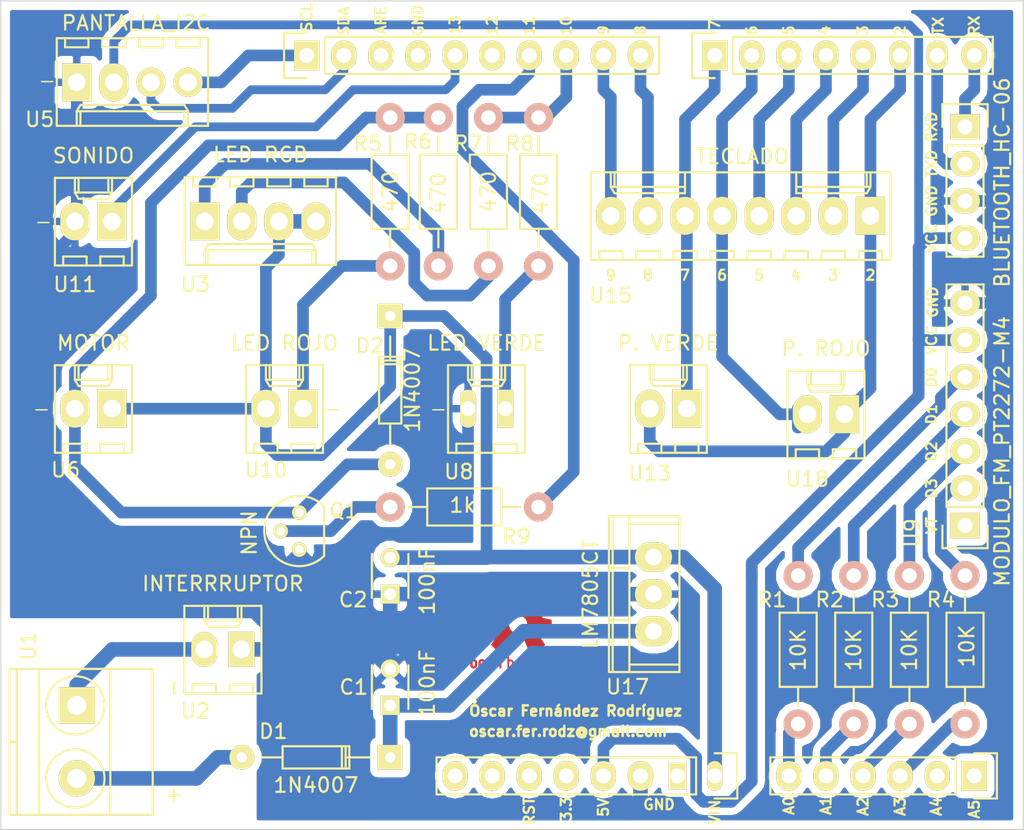
<source format=kicad_pcb>
(kicad_pcb (version 4) (host pcbnew 4.0.4-stable)

  (general
    (links 62)
    (no_connects 1)
    (area 149.174999 62.7155 221.591429 124.519)
    (thickness 1.6)
    (drawings 62)
    (tracks 226)
    (zones 0)
    (modules 33)
    (nets 46)
  )

  (page A3)
  (layers
    (0 F.Cu signal)
    (31 B.Cu signal)
    (32 B.Adhes user)
    (33 F.Adhes user)
    (34 B.Paste user)
    (35 F.Paste user)
    (36 B.SilkS user)
    (37 F.SilkS user)
    (38 B.Mask user)
    (39 F.Mask user)
    (40 Dwgs.User user)
    (41 Cmts.User user)
    (42 Eco1.User user)
    (43 Eco2.User user)
    (44 Edge.Cuts user)
  )

  (setup
    (last_trace_width 1)
    (user_trace_width 0.6)
    (user_trace_width 0.8)
    (user_trace_width 1)
    (trace_clearance 0.2)
    (zone_clearance 0.508)
    (zone_45_only no)
    (trace_min 0.2)
    (segment_width 0.2)
    (edge_width 0.1)
    (via_size 1.2)
    (via_drill 0.8)
    (via_min_size 1)
    (via_min_drill 0.8)
    (user_via 1.2 0.8)
    (uvia_size 0.508)
    (uvia_drill 0.127)
    (uvias_allowed no)
    (uvia_min_size 0.508)
    (uvia_min_drill 0.127)
    (pcb_text_width 0.3)
    (pcb_text_size 1.5 1.5)
    (mod_edge_width 0.3048)
    (mod_text_size 1 1)
    (mod_text_width 0.15)
    (pad_size 1.8 2.4)
    (pad_drill 1.2)
    (pad_to_mask_clearance 0)
    (aux_axis_origin 0 0)
    (visible_elements 7FFFF77F)
    (pcbplotparams
      (layerselection 0x00020_00000000)
      (usegerberextensions false)
      (excludeedgelayer false)
      (linewidth 0.500000)
      (plotframeref false)
      (viasonmask false)
      (mode 1)
      (useauxorigin false)
      (hpglpennumber 1)
      (hpglpenspeed 20)
      (hpglpendiameter 15)
      (hpglpenoverlay 2)
      (psnegative true)
      (psa4output false)
      (plotreference true)
      (plotvalue true)
      (plotinvisibletext true)
      (padsonsilk true)
      (subtractmaskfromsilk false)
      (outputformat 5)
      (mirror false)
      (drillshape 1)
      (scaleselection 1)
      (outputdirectory "PDF IMPRIMIR/dv/"))
  )

  (net 0 "")
  (net 1 GND)
  (net 2 VCC)
  (net 3 "Net-(C1-Pad1)")
  (net 4 "Net-(C2-Pad2)")
  (net 5 "Net-(Q1-Pad2)")
  (net 6 "Net-(R1-Pad1)")
  (net 7 "Net-(R1-Pad2)")
  (net 8 "Net-(R2-Pad1)")
  (net 9 "Net-(R2-Pad2)")
  (net 10 "Net-(R3-Pad1)")
  (net 11 "Net-(R3-Pad2)")
  (net 12 "Net-(R4-Pad1)")
  (net 13 "Net-(R4-Pad2)")
  (net 14 "Net-(U9-Pad1)")
  (net 15 "Net-(U12-Pad3)")
  (net 16 "Net-(U12-Pad4)")
  (net 17 "Net-(U12-Pad6)")
  (net 18 "Net-(U12-Pad9)")
  (net 19 "Net-(U12-Pad10)")
  (net 20 "Net-(U13-Pad1)")
  (net 21 "Net-(U13-Pad2)")
  (net 22 "Net-(U15-Pad2)")
  (net 23 "Net-(U15-Pad3)")
  (net 24 "Net-(U15-Pad4)")
  (net 25 "Net-(U15-Pad5)")
  (net 26 "Net-(R5-Pad1)")
  (net 27 "Net-(R6-Pad2)")
  (net 28 "Net-(R7-Pad1)")
  (net 29 "Net-(R7-Pad2)")
  (net 30 "Net-(R8-Pad2)")
  (net 31 "Net-(U19-Pad4)")
  (net 32 "Net-(U4-Pad5)")
  (net 33 "Net-(U4-Pad6)")
  (net 34 "Net-(U4-Pad7)")
  (net 35 "Net-(U4-Pad8)")
  (net 36 "Net-(U12-Pad2)")
  (net 37 "Net-(U12-Pad1)")
  (net 38 "Net-(U7-Pad1)")
  (net 39 "Net-(U7-Pad2)")
  (net 40 "Net-(U11-Pad1)")
  (net 41 "Net-(U16-Pad7)")
  (net 42 "Net-(U16-Pad8)")
  (net 43 "Net-(D2-Pad2)")
  (net 44 "Net-(R9-Pad1)")
  (net 45 "Net-(U4-Pad2)")

  (net_class Default "This is the default net class."
    (clearance 0.2)
    (trace_width 0.8)
    (via_dia 1.2)
    (via_drill 0.8)
    (uvia_dia 0.508)
    (uvia_drill 0.127)
    (add_net "Net-(C1-Pad1)")
    (add_net "Net-(C2-Pad2)")
    (add_net "Net-(D2-Pad2)")
    (add_net "Net-(Q1-Pad2)")
    (add_net "Net-(R1-Pad1)")
    (add_net "Net-(R1-Pad2)")
    (add_net "Net-(R2-Pad1)")
    (add_net "Net-(R2-Pad2)")
    (add_net "Net-(R3-Pad1)")
    (add_net "Net-(R3-Pad2)")
    (add_net "Net-(R4-Pad1)")
    (add_net "Net-(R4-Pad2)")
    (add_net "Net-(R5-Pad1)")
    (add_net "Net-(R6-Pad2)")
    (add_net "Net-(R7-Pad1)")
    (add_net "Net-(R7-Pad2)")
    (add_net "Net-(R8-Pad2)")
    (add_net "Net-(R9-Pad1)")
    (add_net "Net-(U11-Pad1)")
    (add_net "Net-(U12-Pad1)")
    (add_net "Net-(U12-Pad10)")
    (add_net "Net-(U12-Pad2)")
    (add_net "Net-(U12-Pad3)")
    (add_net "Net-(U12-Pad4)")
    (add_net "Net-(U12-Pad6)")
    (add_net "Net-(U12-Pad9)")
    (add_net "Net-(U13-Pad1)")
    (add_net "Net-(U13-Pad2)")
    (add_net "Net-(U15-Pad2)")
    (add_net "Net-(U15-Pad3)")
    (add_net "Net-(U15-Pad4)")
    (add_net "Net-(U15-Pad5)")
    (add_net "Net-(U16-Pad7)")
    (add_net "Net-(U16-Pad8)")
    (add_net "Net-(U19-Pad4)")
    (add_net "Net-(U4-Pad2)")
    (add_net "Net-(U4-Pad5)")
    (add_net "Net-(U4-Pad6)")
    (add_net "Net-(U4-Pad7)")
    (add_net "Net-(U4-Pad8)")
    (add_net "Net-(U7-Pad1)")
    (add_net "Net-(U7-Pad2)")
    (add_net "Net-(U9-Pad1)")
  )

  (net_class alimentación ""
    (clearance 0.2)
    (trace_width 1)
    (via_dia 1.2)
    (via_drill 0.8)
    (uvia_dia 0.508)
    (uvia_drill 0.127)
    (add_net GND)
    (add_net VCC)
  )

  (module Resistors_ThroughHole:Resistor_Horizontal_RM10mm (layer F.Cu) (tedit 5810E96A) (tstamp 580F0F1D)
    (at 175.895 83.185 90)
    (descr "Resistor, Axial,  RM 10mm, 1/3W")
    (tags "Resistor Axial RM 10mm 1/3W")
    (path /5809E237)
    (fp_text reference R5 (at 8.382 -1.524 180) (layer F.SilkS)
      (effects (font (size 1 1) (thickness 0.15)))
    )
    (fp_text value 470 (at 5.08 0 90) (layer F.SilkS)
      (effects (font (size 1 1) (thickness 0.15)))
    )
    (fp_line (start -1.25 -1.5) (end 11.4 -1.5) (layer F.CrtYd) (width 0.05))
    (fp_line (start -1.25 1.5) (end -1.25 -1.5) (layer F.CrtYd) (width 0.05))
    (fp_line (start 11.4 -1.5) (end 11.4 1.5) (layer F.CrtYd) (width 0.05))
    (fp_line (start -1.25 1.5) (end 11.4 1.5) (layer F.CrtYd) (width 0.05))
    (fp_line (start 2.54 -1.27) (end 7.62 -1.27) (layer F.SilkS) (width 0.15))
    (fp_line (start 7.62 -1.27) (end 7.62 1.27) (layer F.SilkS) (width 0.15))
    (fp_line (start 7.62 1.27) (end 2.54 1.27) (layer F.SilkS) (width 0.15))
    (fp_line (start 2.54 1.27) (end 2.54 -1.27) (layer F.SilkS) (width 0.15))
    (fp_line (start 2.54 0) (end 1.27 0) (layer F.SilkS) (width 0.15))
    (fp_line (start 7.62 0) (end 8.89 0) (layer F.SilkS) (width 0.15))
    (pad 1 thru_hole circle (at 0 0 90) (size 1.99898 1.99898) (drill 1.00076) (layers *.Cu *.SilkS *.Mask)
      (net 26 "Net-(R5-Pad1)"))
    (pad 2 thru_hole circle (at 10.16 0 90) (size 1.99898 1.99898) (drill 1.00076) (layers *.Cu *.SilkS *.Mask)
      (net 43 "Net-(D2-Pad2)"))
    (model Resistors_ThroughHole.3dshapes/Resistor_Horizontal_RM10mm.wrl
      (at (xyz 0.2 0 0))
      (scale (xyz 0.4 0.4 0.4))
      (rotate (xyz 0 0 0))
    )
  )

  (module Pin_Headers:Pin_Header_Straight_1x08 (layer F.Cu) (tedit 5810D989) (tstamp 580F0F9F)
    (at 198.12 118.11 270)
    (descr "Through hole pin header")
    (tags "pin header")
    (path /5810A43A)
    (fp_text reference U4 (at 0 20.1295 360) (layer F.SilkS) hide
      (effects (font (size 1 1) (thickness 0.15)))
    )
    (fp_text value CONECTOR_ARDUINO-IOREF-VIN (at 5.334 13.716 360) (layer F.Fab) hide
      (effects (font (size 1 1) (thickness 0.15)))
    )
    (fp_line (start -1.75 -1.75) (end -1.75 19.55) (layer F.CrtYd) (width 0.05))
    (fp_line (start 1.75 -1.75) (end 1.75 19.55) (layer F.CrtYd) (width 0.05))
    (fp_line (start -1.75 -1.75) (end 1.75 -1.75) (layer F.CrtYd) (width 0.05))
    (fp_line (start -1.75 19.55) (end 1.75 19.55) (layer F.CrtYd) (width 0.05))
    (fp_line (start 1.27 1.27) (end 1.27 19.05) (layer F.SilkS) (width 0.15))
    (fp_line (start 1.27 19.05) (end -1.27 19.05) (layer F.SilkS) (width 0.15))
    (fp_line (start -1.27 19.05) (end -1.27 1.27) (layer F.SilkS) (width 0.15))
    (fp_line (start 1.55 -1.55) (end 1.55 0) (layer F.SilkS) (width 0.15))
    (fp_line (start 1.27 1.27) (end -1.27 1.27) (layer F.SilkS) (width 0.15))
    (fp_line (start -1.55 0) (end -1.55 -1.55) (layer F.SilkS) (width 0.15))
    (fp_line (start -1.55 -1.55) (end 1.55 -1.55) (layer F.SilkS) (width 0.15))
    (pad 1 thru_hole oval (at 0 0 270) (size 2.032 1.0272) (drill 1.016) (layers *.Cu *.Mask F.SilkS)
      (net 4 "Net-(C2-Pad2)"))
    (pad 2 thru_hole rect (at 0 2.54 270) (size 1.832 1.2272) (drill 1.016) (layers *.Cu *.Mask F.SilkS)
      (net 45 "Net-(U4-Pad2)"))
    (pad 3 thru_hole oval (at 0 5.08 270) (size 2.032 1.7272) (drill 1.016) (layers *.Cu *.Mask F.SilkS)
      (net 1 GND))
    (pad 4 thru_hole oval (at 0 7.62 270) (size 2.032 1.7272) (drill 1.016) (layers *.Cu *.Mask F.SilkS)
      (net 31 "Net-(U19-Pad4)"))
    (pad 5 thru_hole oval (at 0 10.16 270) (size 2.032 1.7272) (drill 1.016) (layers *.Cu *.Mask F.SilkS)
      (net 32 "Net-(U4-Pad5)"))
    (pad 6 thru_hole oval (at 0 12.7 270) (size 2.032 1.7272) (drill 1.016) (layers *.Cu *.Mask F.SilkS)
      (net 33 "Net-(U4-Pad6)"))
    (pad 7 thru_hole oval (at 0 15.24 270) (size 2.032 1.7272) (drill 1.016) (layers *.Cu *.Mask F.SilkS)
      (net 34 "Net-(U4-Pad7)"))
    (pad 8 thru_hole oval (at 0 17.78 270) (size 2.032 1.7272) (drill 1.016) (layers *.Cu *.Mask F.SilkS)
      (net 35 "Net-(U4-Pad8)"))
    (model Pin_Headers.3dshapes/Pin_Header_Straight_1x08.wrl
      (at (xyz 0 -0.35 0))
      (scale (xyz 1 1 1))
      (rotate (xyz 0 0 90))
    )
  )

  (module Capacitors_ThroughHole:C_Disc_D3_P2.5 (layer F.Cu) (tedit 5810E8FC) (tstamp 580F0E93)
    (at 175.895 113.284 90)
    (descr "Capacitor 3mm Disc, Pitch 2.5mm")
    (tags Capacitor)
    (path /58118454)
    (fp_text reference C1 (at 1.25 -2.5 180) (layer F.SilkS)
      (effects (font (size 1 1) (thickness 0.15)))
    )
    (fp_text value 100nF (at 1.524 2.54 90) (layer F.SilkS)
      (effects (font (size 1 1) (thickness 0.15)))
    )
    (fp_line (start -0.9 -1.5) (end 3.4 -1.5) (layer F.CrtYd) (width 0.05))
    (fp_line (start 3.4 -1.5) (end 3.4 1.5) (layer F.CrtYd) (width 0.05))
    (fp_line (start 3.4 1.5) (end -0.9 1.5) (layer F.CrtYd) (width 0.05))
    (fp_line (start -0.9 1.5) (end -0.9 -1.5) (layer F.CrtYd) (width 0.05))
    (fp_line (start -0.25 -1.25) (end 2.75 -1.25) (layer F.SilkS) (width 0.15))
    (fp_line (start 2.75 1.25) (end -0.25 1.25) (layer F.SilkS) (width 0.15))
    (pad 1 thru_hole rect (at 0 0 90) (size 1.3 1.3) (drill 0.8) (layers *.Cu *.Mask F.SilkS)
      (net 3 "Net-(C1-Pad1)"))
    (pad 2 thru_hole circle (at 2.5 0 90) (size 1.3 1.3) (drill 0.8001) (layers *.Cu *.Mask F.SilkS)
      (net 1 GND))
    (model Capacitors_ThroughHole.3dshapes/C_Disc_D3_P2.5.wrl
      (at (xyz 0.049213 0 0))
      (scale (xyz 1 1 1))
      (rotate (xyz 0 0 0))
    )
  )

  (module Capacitors_ThroughHole:C_Disc_D3_P2.5 (layer F.Cu) (tedit 5810E8F8) (tstamp 580F0E9E)
    (at 175.895 105.664 90)
    (descr "Capacitor 3mm Disc, Pitch 2.5mm")
    (tags Capacitor)
    (path /581183A1)
    (fp_text reference C2 (at -0.381 -2.54 180) (layer F.SilkS)
      (effects (font (size 1 1) (thickness 0.15)))
    )
    (fp_text value 100nF (at 0.889 2.54 90) (layer F.SilkS)
      (effects (font (size 1 1) (thickness 0.15)))
    )
    (fp_line (start -0.9 -1.5) (end 3.4 -1.5) (layer F.CrtYd) (width 0.05))
    (fp_line (start 3.4 -1.5) (end 3.4 1.5) (layer F.CrtYd) (width 0.05))
    (fp_line (start 3.4 1.5) (end -0.9 1.5) (layer F.CrtYd) (width 0.05))
    (fp_line (start -0.9 1.5) (end -0.9 -1.5) (layer F.CrtYd) (width 0.05))
    (fp_line (start -0.25 -1.25) (end 2.75 -1.25) (layer F.SilkS) (width 0.15))
    (fp_line (start 2.75 1.25) (end -0.25 1.25) (layer F.SilkS) (width 0.15))
    (pad 1 thru_hole rect (at 0 0 90) (size 1.3 1.3) (drill 0.8) (layers *.Cu *.Mask F.SilkS)
      (net 1 GND))
    (pad 2 thru_hole circle (at 2.5 0 90) (size 1.3 1.3) (drill 0.8001) (layers *.Cu *.Mask F.SilkS)
      (net 4 "Net-(C2-Pad2)"))
    (model Capacitors_ThroughHole.3dshapes/C_Disc_D3_P2.5.wrl
      (at (xyz 0.049213 0 0))
      (scale (xyz 1 1 1))
      (rotate (xyz 0 0 0))
    )
  )

  (module Diodes_ThroughHole:Diode_DO-35_SOD27_Horizontal_RM10 (layer F.Cu) (tedit 5810E917) (tstamp 580F0EA9)
    (at 175.895 116.84 180)
    (descr "Diode, DO-35,  SOD27, Horizontal, RM 10mm")
    (tags "Diode, DO-35, SOD27, Horizontal, RM 10mm, 1N4148,")
    (path /5811529F)
    (fp_text reference D1 (at 8.001 1.778 180) (layer F.SilkS)
      (effects (font (size 1 1) (thickness 0.15)))
    )
    (fp_text value 1N4007 (at 5.08 -1.905 180) (layer F.SilkS)
      (effects (font (size 1 1) (thickness 0.15)))
    )
    (fp_line (start 7.36652 -0.00254) (end 8.76352 -0.00254) (layer F.SilkS) (width 0.15))
    (fp_line (start 2.92152 -0.00254) (end 1.39752 -0.00254) (layer F.SilkS) (width 0.15))
    (fp_line (start 3.30252 -0.76454) (end 3.30252 0.75946) (layer F.SilkS) (width 0.15))
    (fp_line (start 3.04852 -0.76454) (end 3.04852 0.75946) (layer F.SilkS) (width 0.15))
    (fp_line (start 2.79452 -0.00254) (end 2.79452 0.75946) (layer F.SilkS) (width 0.15))
    (fp_line (start 2.79452 0.75946) (end 7.36652 0.75946) (layer F.SilkS) (width 0.15))
    (fp_line (start 7.36652 0.75946) (end 7.36652 -0.76454) (layer F.SilkS) (width 0.15))
    (fp_line (start 7.36652 -0.76454) (end 2.79452 -0.76454) (layer F.SilkS) (width 0.15))
    (fp_line (start 2.79452 -0.76454) (end 2.79452 -0.00254) (layer F.SilkS) (width 0.15))
    (pad 2 thru_hole circle (at 10.16052 -0.00254) (size 1.69926 1.69926) (drill 0.70104) (layers *.Cu *.Mask F.SilkS)
      (net 2 VCC))
    (pad 1 thru_hole rect (at 0.00052 -0.00254) (size 1.69926 1.69926) (drill 0.70104) (layers *.Cu *.Mask F.SilkS)
      (net 3 "Net-(C1-Pad1)"))
    (model Diodes_ThroughHole.3dshapes/Diode_DO-35_SOD27_Horizontal_RM10.wrl
      (at (xyz 0.2 0 0))
      (scale (xyz 0.4 0.4 0.4))
      (rotate (xyz 0 0 180))
    )
  )

  (module Diodes_ThroughHole:Diode_DO-35_SOD27_Horizontal_RM10 (layer F.Cu) (tedit 5810E955) (tstamp 580F0EB7)
    (at 175.895 86.614 270)
    (descr "Diode, DO-35,  SOD27, Horizontal, RM 10mm")
    (tags "Diode, DO-35, SOD27, Horizontal, RM 10mm, 1N4148,")
    (path /57682550)
    (fp_text reference D2 (at 2.032 1.397 360) (layer F.SilkS)
      (effects (font (size 1 1) (thickness 0.15)))
    )
    (fp_text value 1N4007 (at 5.08 -1.524 270) (layer F.SilkS)
      (effects (font (size 1 1) (thickness 0.15)))
    )
    (fp_line (start 7.36652 -0.00254) (end 8.76352 -0.00254) (layer F.SilkS) (width 0.15))
    (fp_line (start 2.92152 -0.00254) (end 1.39752 -0.00254) (layer F.SilkS) (width 0.15))
    (fp_line (start 3.30252 -0.76454) (end 3.30252 0.75946) (layer F.SilkS) (width 0.15))
    (fp_line (start 3.04852 -0.76454) (end 3.04852 0.75946) (layer F.SilkS) (width 0.15))
    (fp_line (start 2.79452 -0.00254) (end 2.79452 0.75946) (layer F.SilkS) (width 0.15))
    (fp_line (start 2.79452 0.75946) (end 7.36652 0.75946) (layer F.SilkS) (width 0.15))
    (fp_line (start 7.36652 0.75946) (end 7.36652 -0.76454) (layer F.SilkS) (width 0.15))
    (fp_line (start 7.36652 -0.76454) (end 2.79452 -0.76454) (layer F.SilkS) (width 0.15))
    (fp_line (start 2.79452 -0.76454) (end 2.79452 -0.00254) (layer F.SilkS) (width 0.15))
    (pad 2 thru_hole circle (at 10.16052 -0.00254 90) (size 1.69926 1.69926) (drill 0.70104) (layers *.Cu *.Mask F.SilkS)
      (net 43 "Net-(D2-Pad2)"))
    (pad 1 thru_hole rect (at 0.00052 -0.00254 90) (size 1.69926 1.69926) (drill 0.70104) (layers *.Cu *.Mask F.SilkS)
      (net 4 "Net-(C2-Pad2)"))
    (model Diodes_ThroughHole.3dshapes/Diode_DO-35_SOD27_Horizontal_RM10.wrl
      (at (xyz 0.2 0 0))
      (scale (xyz 0.4 0.4 0.4))
      (rotate (xyz 0 0 180))
    )
  )

  (module Resistors_ThroughHole:Resistor_Horizontal_RM10mm (layer F.Cu) (tedit 5810E8ED) (tstamp 580F0ED2)
    (at 203.835 104.394 270)
    (descr "Resistor, Axial,  RM 10mm, 1/3W")
    (tags "Resistor Axial RM 10mm 1/3W")
    (path /576813C3)
    (fp_text reference R1 (at 1.651 1.778 360) (layer F.SilkS)
      (effects (font (size 1 1) (thickness 0.15)))
    )
    (fp_text value 10K (at 4.826 -11.557 270) (layer F.SilkS)
      (effects (font (size 1 1) (thickness 0.15)))
    )
    (fp_line (start -1.25 -1.5) (end 11.4 -1.5) (layer F.CrtYd) (width 0.05))
    (fp_line (start -1.25 1.5) (end -1.25 -1.5) (layer F.CrtYd) (width 0.05))
    (fp_line (start 11.4 -1.5) (end 11.4 1.5) (layer F.CrtYd) (width 0.05))
    (fp_line (start -1.25 1.5) (end 11.4 1.5) (layer F.CrtYd) (width 0.05))
    (fp_line (start 2.54 -1.27) (end 7.62 -1.27) (layer F.SilkS) (width 0.15))
    (fp_line (start 7.62 -1.27) (end 7.62 1.27) (layer F.SilkS) (width 0.15))
    (fp_line (start 7.62 1.27) (end 2.54 1.27) (layer F.SilkS) (width 0.15))
    (fp_line (start 2.54 1.27) (end 2.54 -1.27) (layer F.SilkS) (width 0.15))
    (fp_line (start 2.54 0) (end 1.27 0) (layer F.SilkS) (width 0.15))
    (fp_line (start 7.62 0) (end 8.89 0) (layer F.SilkS) (width 0.15))
    (pad 1 thru_hole circle (at 0 0 270) (size 1.99898 1.99898) (drill 1.00076) (layers *.Cu *.SilkS *.Mask)
      (net 6 "Net-(R1-Pad1)"))
    (pad 2 thru_hole circle (at 10.16 0 270) (size 1.99898 1.99898) (drill 1.00076) (layers *.Cu *.SilkS *.Mask)
      (net 7 "Net-(R1-Pad2)"))
    (model Resistors_ThroughHole.3dshapes/Resistor_Horizontal_RM10mm.wrl
      (at (xyz 0.2 0 0))
      (scale (xyz 0.4 0.4 0.4))
      (rotate (xyz 0 0 0))
    )
  )

  (module Resistors_ThroughHole:Resistor_Horizontal_RM10mm (layer F.Cu) (tedit 5810E8DF) (tstamp 580F0EE1)
    (at 207.645 104.394 270)
    (descr "Resistor, Axial,  RM 10mm, 1/3W")
    (tags "Resistor Axial RM 10mm 1/3W")
    (path /576813D2)
    (fp_text reference R2 (at 1.651 1.651 360) (layer F.SilkS)
      (effects (font (size 1 1) (thickness 0.15)))
    )
    (fp_text value 10K (at 5.08 3.81 270) (layer F.SilkS)
      (effects (font (size 1 1) (thickness 0.15)))
    )
    (fp_line (start -1.25 -1.5) (end 11.4 -1.5) (layer F.CrtYd) (width 0.05))
    (fp_line (start -1.25 1.5) (end -1.25 -1.5) (layer F.CrtYd) (width 0.05))
    (fp_line (start 11.4 -1.5) (end 11.4 1.5) (layer F.CrtYd) (width 0.05))
    (fp_line (start -1.25 1.5) (end 11.4 1.5) (layer F.CrtYd) (width 0.05))
    (fp_line (start 2.54 -1.27) (end 7.62 -1.27) (layer F.SilkS) (width 0.15))
    (fp_line (start 7.62 -1.27) (end 7.62 1.27) (layer F.SilkS) (width 0.15))
    (fp_line (start 7.62 1.27) (end 2.54 1.27) (layer F.SilkS) (width 0.15))
    (fp_line (start 2.54 1.27) (end 2.54 -1.27) (layer F.SilkS) (width 0.15))
    (fp_line (start 2.54 0) (end 1.27 0) (layer F.SilkS) (width 0.15))
    (fp_line (start 7.62 0) (end 8.89 0) (layer F.SilkS) (width 0.15))
    (pad 1 thru_hole circle (at 0 0 270) (size 1.99898 1.99898) (drill 1.00076) (layers *.Cu *.SilkS *.Mask)
      (net 8 "Net-(R2-Pad1)"))
    (pad 2 thru_hole circle (at 10.16 0 270) (size 1.99898 1.99898) (drill 1.00076) (layers *.Cu *.SilkS *.Mask)
      (net 9 "Net-(R2-Pad2)"))
    (model Resistors_ThroughHole.3dshapes/Resistor_Horizontal_RM10mm.wrl
      (at (xyz 0.2 0 0))
      (scale (xyz 0.4 0.4 0.4))
      (rotate (xyz 0 0 0))
    )
  )

  (module Resistors_ThroughHole:Resistor_Horizontal_RM10mm (layer F.Cu) (tedit 5810E8E4) (tstamp 580F0EF0)
    (at 211.455 104.394 270)
    (descr "Resistor, Axial,  RM 10mm, 1/3W")
    (tags "Resistor Axial RM 10mm 1/3W")
    (path /576813E1)
    (fp_text reference R3 (at 1.651 1.651 360) (layer F.SilkS)
      (effects (font (size 1 1) (thickness 0.15)))
    )
    (fp_text value 10K (at 5.08 3.81 270) (layer F.SilkS)
      (effects (font (size 1 1) (thickness 0.15)))
    )
    (fp_line (start -1.25 -1.5) (end 11.4 -1.5) (layer F.CrtYd) (width 0.05))
    (fp_line (start -1.25 1.5) (end -1.25 -1.5) (layer F.CrtYd) (width 0.05))
    (fp_line (start 11.4 -1.5) (end 11.4 1.5) (layer F.CrtYd) (width 0.05))
    (fp_line (start -1.25 1.5) (end 11.4 1.5) (layer F.CrtYd) (width 0.05))
    (fp_line (start 2.54 -1.27) (end 7.62 -1.27) (layer F.SilkS) (width 0.15))
    (fp_line (start 7.62 -1.27) (end 7.62 1.27) (layer F.SilkS) (width 0.15))
    (fp_line (start 7.62 1.27) (end 2.54 1.27) (layer F.SilkS) (width 0.15))
    (fp_line (start 2.54 1.27) (end 2.54 -1.27) (layer F.SilkS) (width 0.15))
    (fp_line (start 2.54 0) (end 1.27 0) (layer F.SilkS) (width 0.15))
    (fp_line (start 7.62 0) (end 8.89 0) (layer F.SilkS) (width 0.15))
    (pad 1 thru_hole circle (at 0 0 270) (size 1.99898 1.99898) (drill 1.00076) (layers *.Cu *.SilkS *.Mask)
      (net 10 "Net-(R3-Pad1)"))
    (pad 2 thru_hole circle (at 10.16 0 270) (size 1.99898 1.99898) (drill 1.00076) (layers *.Cu *.SilkS *.Mask)
      (net 11 "Net-(R3-Pad2)"))
    (model Resistors_ThroughHole.3dshapes/Resistor_Horizontal_RM10mm.wrl
      (at (xyz 0.2 0 0))
      (scale (xyz 0.4 0.4 0.4))
      (rotate (xyz 0 0 0))
    )
  )

  (module Resistors_ThroughHole:Resistor_Horizontal_RM10mm (layer F.Cu) (tedit 5810E8E8) (tstamp 580F0EFF)
    (at 215.265 104.394 270)
    (descr "Resistor, Axial,  RM 10mm, 1/3W")
    (tags "Resistor Axial RM 10mm 1/3W")
    (path /576813F0)
    (fp_text reference R4 (at 1.651 1.651 360) (layer F.SilkS)
      (effects (font (size 1 1) (thickness 0.15)))
    )
    (fp_text value 10K (at 5.08 3.81 270) (layer F.SilkS)
      (effects (font (size 1 1) (thickness 0.15)))
    )
    (fp_line (start -1.25 -1.5) (end 11.4 -1.5) (layer F.CrtYd) (width 0.05))
    (fp_line (start -1.25 1.5) (end -1.25 -1.5) (layer F.CrtYd) (width 0.05))
    (fp_line (start 11.4 -1.5) (end 11.4 1.5) (layer F.CrtYd) (width 0.05))
    (fp_line (start -1.25 1.5) (end 11.4 1.5) (layer F.CrtYd) (width 0.05))
    (fp_line (start 2.54 -1.27) (end 7.62 -1.27) (layer F.SilkS) (width 0.15))
    (fp_line (start 7.62 -1.27) (end 7.62 1.27) (layer F.SilkS) (width 0.15))
    (fp_line (start 7.62 1.27) (end 2.54 1.27) (layer F.SilkS) (width 0.15))
    (fp_line (start 2.54 1.27) (end 2.54 -1.27) (layer F.SilkS) (width 0.15))
    (fp_line (start 2.54 0) (end 1.27 0) (layer F.SilkS) (width 0.15))
    (fp_line (start 7.62 0) (end 8.89 0) (layer F.SilkS) (width 0.15))
    (pad 1 thru_hole circle (at 0 0 270) (size 1.99898 1.99898) (drill 1.00076) (layers *.Cu *.SilkS *.Mask)
      (net 12 "Net-(R4-Pad1)"))
    (pad 2 thru_hole circle (at 10.16 0 270) (size 1.99898 1.99898) (drill 1.00076) (layers *.Cu *.SilkS *.Mask)
      (net 13 "Net-(R4-Pad2)"))
    (model Resistors_ThroughHole.3dshapes/Resistor_Horizontal_RM10mm.wrl
      (at (xyz 0.2 0 0))
      (scale (xyz 0.4 0.4 0.4))
      (rotate (xyz 0 0 0))
    )
  )

  (module Resistors_ThroughHole:Resistor_Horizontal_RM10mm (layer F.Cu) (tedit 5810E96D) (tstamp 580F0F2D)
    (at 179.197 73.025 270)
    (descr "Resistor, Axial,  RM 10mm, 1/3W")
    (tags "Resistor Axial RM 10mm 1/3W")
    (path /5809EDC0)
    (fp_text reference R6 (at 1.651 1.397 360) (layer F.SilkS)
      (effects (font (size 1 1) (thickness 0.15)))
    )
    (fp_text value 470 (at 5.207 0 270) (layer F.SilkS)
      (effects (font (size 1 1) (thickness 0.15)))
    )
    (fp_line (start -1.25 -1.5) (end 11.4 -1.5) (layer F.CrtYd) (width 0.05))
    (fp_line (start -1.25 1.5) (end -1.25 -1.5) (layer F.CrtYd) (width 0.05))
    (fp_line (start 11.4 -1.5) (end 11.4 1.5) (layer F.CrtYd) (width 0.05))
    (fp_line (start -1.25 1.5) (end 11.4 1.5) (layer F.CrtYd) (width 0.05))
    (fp_line (start 2.54 -1.27) (end 7.62 -1.27) (layer F.SilkS) (width 0.15))
    (fp_line (start 7.62 -1.27) (end 7.62 1.27) (layer F.SilkS) (width 0.15))
    (fp_line (start 7.62 1.27) (end 2.54 1.27) (layer F.SilkS) (width 0.15))
    (fp_line (start 2.54 1.27) (end 2.54 -1.27) (layer F.SilkS) (width 0.15))
    (fp_line (start 2.54 0) (end 1.27 0) (layer F.SilkS) (width 0.15))
    (fp_line (start 7.62 0) (end 8.89 0) (layer F.SilkS) (width 0.15))
    (pad 1 thru_hole circle (at 0 0 270) (size 1.99898 1.99898) (drill 1.00076) (layers *.Cu *.SilkS *.Mask)
      (net 43 "Net-(D2-Pad2)"))
    (pad 2 thru_hole circle (at 10.16 0 270) (size 1.99898 1.99898) (drill 1.00076) (layers *.Cu *.SilkS *.Mask)
      (net 27 "Net-(R6-Pad2)"))
    (model Resistors_ThroughHole.3dshapes/Resistor_Horizontal_RM10mm.wrl
      (at (xyz 0.2 0 0))
      (scale (xyz 0.4 0.4 0.4))
      (rotate (xyz 0 0 0))
    )
  )

  (module Resistors_ThroughHole:Resistor_Horizontal_RM10mm (layer F.Cu) (tedit 5810E971) (tstamp 580F0F3D)
    (at 182.626 73.025 270)
    (descr "Resistor, Axial,  RM 10mm, 1/3W")
    (tags "Resistor Axial RM 10mm 1/3W")
    (path /580A0CC7)
    (fp_text reference R7 (at 1.778 1.397 360) (layer F.SilkS)
      (effects (font (size 1 1) (thickness 0.15)))
    )
    (fp_text value 470 (at 5.08 0 270) (layer F.SilkS)
      (effects (font (size 1 1) (thickness 0.15)))
    )
    (fp_line (start -1.25 -1.5) (end 11.4 -1.5) (layer F.CrtYd) (width 0.05))
    (fp_line (start -1.25 1.5) (end -1.25 -1.5) (layer F.CrtYd) (width 0.05))
    (fp_line (start 11.4 -1.5) (end 11.4 1.5) (layer F.CrtYd) (width 0.05))
    (fp_line (start -1.25 1.5) (end 11.4 1.5) (layer F.CrtYd) (width 0.05))
    (fp_line (start 2.54 -1.27) (end 7.62 -1.27) (layer F.SilkS) (width 0.15))
    (fp_line (start 7.62 -1.27) (end 7.62 1.27) (layer F.SilkS) (width 0.15))
    (fp_line (start 7.62 1.27) (end 2.54 1.27) (layer F.SilkS) (width 0.15))
    (fp_line (start 2.54 1.27) (end 2.54 -1.27) (layer F.SilkS) (width 0.15))
    (fp_line (start 2.54 0) (end 1.27 0) (layer F.SilkS) (width 0.15))
    (fp_line (start 7.62 0) (end 8.89 0) (layer F.SilkS) (width 0.15))
    (pad 1 thru_hole circle (at 0 0 270) (size 1.99898 1.99898) (drill 1.00076) (layers *.Cu *.SilkS *.Mask)
      (net 28 "Net-(R7-Pad1)"))
    (pad 2 thru_hole circle (at 10.16 0 270) (size 1.99898 1.99898) (drill 1.00076) (layers *.Cu *.SilkS *.Mask)
      (net 29 "Net-(R7-Pad2)"))
    (model Resistors_ThroughHole.3dshapes/Resistor_Horizontal_RM10mm.wrl
      (at (xyz 0.2 0 0))
      (scale (xyz 0.4 0.4 0.4))
      (rotate (xyz 0 0 0))
    )
  )

  (module Resistors_ThroughHole:Resistor_Horizontal_RM10mm (layer F.Cu) (tedit 5810E974) (tstamp 580F0F4D)
    (at 186.055 73.025 270)
    (descr "Resistor, Axial,  RM 10mm, 1/3W")
    (tags "Resistor Axial RM 10mm 1/3W")
    (path /580A6772)
    (fp_text reference R8 (at 1.778 1.27 360) (layer F.SilkS)
      (effects (font (size 1 1) (thickness 0.15)))
    )
    (fp_text value 470 (at 5.207 -0.127 270) (layer F.SilkS)
      (effects (font (size 1 1) (thickness 0.15)))
    )
    (fp_line (start -1.25 -1.5) (end 11.4 -1.5) (layer F.CrtYd) (width 0.05))
    (fp_line (start -1.25 1.5) (end -1.25 -1.5) (layer F.CrtYd) (width 0.05))
    (fp_line (start 11.4 -1.5) (end 11.4 1.5) (layer F.CrtYd) (width 0.05))
    (fp_line (start -1.25 1.5) (end 11.4 1.5) (layer F.CrtYd) (width 0.05))
    (fp_line (start 2.54 -1.27) (end 7.62 -1.27) (layer F.SilkS) (width 0.15))
    (fp_line (start 7.62 -1.27) (end 7.62 1.27) (layer F.SilkS) (width 0.15))
    (fp_line (start 7.62 1.27) (end 2.54 1.27) (layer F.SilkS) (width 0.15))
    (fp_line (start 2.54 1.27) (end 2.54 -1.27) (layer F.SilkS) (width 0.15))
    (fp_line (start 2.54 0) (end 1.27 0) (layer F.SilkS) (width 0.15))
    (fp_line (start 7.62 0) (end 8.89 0) (layer F.SilkS) (width 0.15))
    (pad 1 thru_hole circle (at 0 0 270) (size 1.99898 1.99898) (drill 1.00076) (layers *.Cu *.SilkS *.Mask)
      (net 28 "Net-(R7-Pad1)"))
    (pad 2 thru_hole circle (at 10.16 0 270) (size 1.99898 1.99898) (drill 1.00076) (layers *.Cu *.SilkS *.Mask)
      (net 30 "Net-(R8-Pad2)"))
    (model Resistors_ThroughHole.3dshapes/Resistor_Horizontal_RM10mm.wrl
      (at (xyz 0.2 0 0))
      (scale (xyz 0.4 0.4 0.4))
      (rotate (xyz 0 0 0))
    )
  )

  (module Terminal_Blocks:TerminalBlock_Pheonix_MKDS1.5-2pol (layer F.Cu) (tedit 5810E91F) (tstamp 580F0F4E)
    (at 154.432 113.284 270)
    (descr "2-way 5mm pitch terminal block, Phoenix MKDS series")
    (path /5811656A)
    (fp_text reference U1 (at -4.064 3.302 270) (layer F.SilkS)
      (effects (font (size 1 1) (thickness 0.15)))
    )
    (fp_text value "+        -" (at 2.5 -6.6 270) (layer F.SilkS)
      (effects (font (size 1 1) (thickness 0.15)))
    )
    (fp_line (start -2.7 -5.4) (end 7.7 -5.4) (layer F.CrtYd) (width 0.05))
    (fp_line (start -2.7 4.8) (end -2.7 -5.4) (layer F.CrtYd) (width 0.05))
    (fp_line (start 7.7 4.8) (end -2.7 4.8) (layer F.CrtYd) (width 0.05))
    (fp_line (start 7.7 -5.4) (end 7.7 4.8) (layer F.CrtYd) (width 0.05))
    (fp_line (start 2.5 4.1) (end 2.5 4.6) (layer F.SilkS) (width 0.15))
    (fp_circle (center 5 0.1) (end 3 0.1) (layer F.SilkS) (width 0.15))
    (fp_circle (center 0 0.1) (end 2 0.1) (layer F.SilkS) (width 0.15))
    (fp_line (start -2.5 2.6) (end 7.5 2.6) (layer F.SilkS) (width 0.15))
    (fp_line (start -2.5 -2.3) (end 7.5 -2.3) (layer F.SilkS) (width 0.15))
    (fp_line (start -2.5 4.1) (end 7.5 4.1) (layer F.SilkS) (width 0.15))
    (fp_line (start -2.5 4.6) (end 7.5 4.6) (layer F.SilkS) (width 0.15))
    (fp_line (start 7.5 4.6) (end 7.5 -5.2) (layer F.SilkS) (width 0.15))
    (fp_line (start 7.5 -5.2) (end -2.5 -5.2) (layer F.SilkS) (width 0.15))
    (fp_line (start -2.5 -5.2) (end -2.5 4.6) (layer F.SilkS) (width 0.15))
    (pad 1 thru_hole rect (at 0 0 270) (size 2.5 2.5) (drill 1.3) (layers *.Cu *.Mask F.SilkS)
      (net 1 GND))
    (pad 2 thru_hole circle (at 5 0 270) (size 2.5 2.5) (drill 1.3) (layers *.Cu *.Mask F.SilkS)
      (net 2 VCC))
    (model Terminal_Blocks.3dshapes/TerminalBlock_Pheonix_MKDS1.5-2pol.wrl
      (at (xyz 0.0984 0 0))
      (scale (xyz 1 1 1))
      (rotate (xyz 0 0 0))
    )
  )

  (module Connectors_Molex:Molex_KK-6410-02_02x2.54mm_Straight (layer F.Cu) (tedit 5810E925) (tstamp 580F0F61)
    (at 165.7096 109.4486 180)
    (descr "Connector Headers with Friction Lock, 22-27-2021, http://www.molex.com/pdm_docs/sd/022272021_sd.pdf")
    (tags "connector molex kk_6410 22-27-2021")
    (path /57629AA7)
    (fp_text reference U2 (at 3.1496 -4.2164 180) (layer F.SilkS)
      (effects (font (size 1 1) (thickness 0.15)))
    )
    (fp_text value INTERRRUPTOR (at 1.27 4.5 180) (layer F.SilkS)
      (effects (font (size 1 1) (thickness 0.15)))
    )
    (fp_line (start -1.37 -3.02) (end -1.37 2.98) (layer F.SilkS) (width 0.15))
    (fp_line (start -1.37 2.98) (end 3.91 2.98) (layer F.SilkS) (width 0.15))
    (fp_line (start 3.91 2.98) (end 3.91 -3.02) (layer F.SilkS) (width 0.15))
    (fp_line (start 3.91 -3.02) (end -1.37 -3.02) (layer F.SilkS) (width 0.15))
    (fp_line (start 0 2.98) (end 0 1.98) (layer F.SilkS) (width 0.15))
    (fp_line (start 0 1.98) (end 2.54 1.98) (layer F.SilkS) (width 0.15))
    (fp_line (start 2.54 1.98) (end 2.54 2.98) (layer F.SilkS) (width 0.15))
    (fp_line (start 0 1.98) (end 0.25 1.55) (layer F.SilkS) (width 0.15))
    (fp_line (start 0.25 1.55) (end 2.29 1.55) (layer F.SilkS) (width 0.15))
    (fp_line (start 2.29 1.55) (end 2.54 1.98) (layer F.SilkS) (width 0.15))
    (fp_line (start 0.25 2.98) (end 0.25 1.98) (layer F.SilkS) (width 0.15))
    (fp_line (start 2.29 2.98) (end 2.29 1.98) (layer F.SilkS) (width 0.15))
    (fp_line (start -0.8 -3.02) (end -0.8 -2.4) (layer F.SilkS) (width 0.15))
    (fp_line (start -0.8 -2.4) (end 0.8 -2.4) (layer F.SilkS) (width 0.15))
    (fp_line (start 0.8 -2.4) (end 0.8 -3.02) (layer F.SilkS) (width 0.15))
    (fp_line (start 1.74 -3.02) (end 1.74 -2.4) (layer F.SilkS) (width 0.15))
    (fp_line (start 1.74 -2.4) (end 3.34 -2.4) (layer F.SilkS) (width 0.15))
    (fp_line (start 3.34 -2.4) (end 3.34 -3.02) (layer F.SilkS) (width 0.15))
    (fp_line (start -1.9 3.5) (end -1.9 -3.55) (layer F.CrtYd) (width 0.05))
    (fp_line (start -1.9 -3.55) (end 4.45 -3.55) (layer F.CrtYd) (width 0.05))
    (fp_line (start 4.45 -3.55) (end 4.45 3.5) (layer F.CrtYd) (width 0.05))
    (fp_line (start 4.45 3.5) (end -1.9 3.5) (layer F.CrtYd) (width 0.05))
    (pad 1 thru_hole rect (at 0 0 180) (size 1.8 2.4) (drill 1.2) (layers *.Cu *.Mask F.SilkS)
      (net 1 GND))
    (pad 2 thru_hole oval (at 2.54 0 180) (size 1.8 2.4) (drill 1.2) (layers *.Cu *.Mask F.SilkS)
      (net 1 GND))
  )

  (module Connectors_Molex:Molex_KK-6410-04_04x2.54mm_Straight (layer F.Cu) (tedit 5810E97C) (tstamp 580F0F7C)
    (at 163.195 80.137)
    (descr "Connector Headers with Friction Lock, 22-27-2041, http://www.molex.com/pdm_docs/sd/022272021_sd.pdf")
    (tags "connector molex kk_6410 22-27-2041")
    (path /576824D8)
    (fp_text reference U3 (at -0.635 4.318) (layer F.SilkS)
      (effects (font (size 1 1) (thickness 0.15)))
    )
    (fp_text value "LED RGB" (at 3.81 -4.572) (layer F.SilkS)
      (effects (font (size 1 1) (thickness 0.15)))
    )
    (fp_line (start -1.37 -3.02) (end -1.37 2.98) (layer F.SilkS) (width 0.15))
    (fp_line (start -1.37 2.98) (end 8.99 2.98) (layer F.SilkS) (width 0.15))
    (fp_line (start 8.99 2.98) (end 8.99 -3.02) (layer F.SilkS) (width 0.15))
    (fp_line (start 8.99 -3.02) (end -1.37 -3.02) (layer F.SilkS) (width 0.15))
    (fp_line (start 0 2.98) (end 0 1.98) (layer F.SilkS) (width 0.15))
    (fp_line (start 0 1.98) (end 7.62 1.98) (layer F.SilkS) (width 0.15))
    (fp_line (start 7.62 1.98) (end 7.62 2.98) (layer F.SilkS) (width 0.15))
    (fp_line (start 0 1.98) (end 0.25 1.55) (layer F.SilkS) (width 0.15))
    (fp_line (start 0.25 1.55) (end 7.37 1.55) (layer F.SilkS) (width 0.15))
    (fp_line (start 7.37 1.55) (end 7.62 1.98) (layer F.SilkS) (width 0.15))
    (fp_line (start 0.25 2.98) (end 0.25 1.98) (layer F.SilkS) (width 0.15))
    (fp_line (start 7.37 2.98) (end 7.37 1.98) (layer F.SilkS) (width 0.15))
    (fp_line (start -0.8 -3.02) (end -0.8 -2.4) (layer F.SilkS) (width 0.15))
    (fp_line (start -0.8 -2.4) (end 0.8 -2.4) (layer F.SilkS) (width 0.15))
    (fp_line (start 0.8 -2.4) (end 0.8 -3.02) (layer F.SilkS) (width 0.15))
    (fp_line (start 1.74 -3.02) (end 1.74 -2.4) (layer F.SilkS) (width 0.15))
    (fp_line (start 1.74 -2.4) (end 3.34 -2.4) (layer F.SilkS) (width 0.15))
    (fp_line (start 3.34 -2.4) (end 3.34 -3.02) (layer F.SilkS) (width 0.15))
    (fp_line (start 4.28 -3.02) (end 4.28 -2.4) (layer F.SilkS) (width 0.15))
    (fp_line (start 4.28 -2.4) (end 5.88 -2.4) (layer F.SilkS) (width 0.15))
    (fp_line (start 5.88 -2.4) (end 5.88 -3.02) (layer F.SilkS) (width 0.15))
    (fp_line (start 6.82 -3.02) (end 6.82 -2.4) (layer F.SilkS) (width 0.15))
    (fp_line (start 6.82 -2.4) (end 8.42 -2.4) (layer F.SilkS) (width 0.15))
    (fp_line (start 8.42 -2.4) (end 8.42 -3.02) (layer F.SilkS) (width 0.15))
    (fp_line (start -1.9 3.5) (end -1.9 -3.55) (layer F.CrtYd) (width 0.05))
    (fp_line (start -1.9 -3.55) (end 9.5 -3.55) (layer F.CrtYd) (width 0.05))
    (fp_line (start 9.5 -3.55) (end 9.5 3.5) (layer F.CrtYd) (width 0.05))
    (fp_line (start 9.5 3.5) (end -1.9 3.5) (layer F.CrtYd) (width 0.05))
    (pad 1 thru_hole rect (at 0 0) (size 2 2.6) (drill 1.2) (layers *.Cu *.Mask F.SilkS)
      (net 27 "Net-(R6-Pad2)"))
    (pad 2 thru_hole oval (at 2.54 0) (size 2 2.6) (drill 1.2) (layers *.Cu *.Mask F.SilkS)
      (net 29 "Net-(R7-Pad2)"))
    (pad 3 thru_hole oval (at 5.08 0) (size 2 2.6) (drill 1.2) (layers *.Cu *.Mask F.SilkS)
      (net 4 "Net-(C2-Pad2)"))
    (pad 4 thru_hole oval (at 7.62 0) (size 2 2.6) (drill 1.2) (layers *.Cu *.Mask F.SilkS)
      (net 4 "Net-(C2-Pad2)"))
  )

  (module Connectors_Molex:Molex_KK-6410-04_04x2.54mm_Straight (layer F.Cu) (tedit 5810E986) (tstamp 580F0FB5)
    (at 154.432 70.612)
    (descr "Connector Headers with Friction Lock, 22-27-2041, http://www.molex.com/pdm_docs/sd/022272021_sd.pdf")
    (tags "connector molex kk_6410 22-27-2041")
    (path /57683F73)
    (fp_text reference U5 (at -2.54 2.54) (layer F.SilkS)
      (effects (font (size 1 1) (thickness 0.15)))
    )
    (fp_text value PANTALLA_I2C (at 4.064 -4.064) (layer F.SilkS)
      (effects (font (size 1 1) (thickness 0.15)))
    )
    (fp_line (start -1.37 -3.02) (end -1.37 2.98) (layer F.SilkS) (width 0.15))
    (fp_line (start -1.37 2.98) (end 8.99 2.98) (layer F.SilkS) (width 0.15))
    (fp_line (start 8.99 2.98) (end 8.99 -3.02) (layer F.SilkS) (width 0.15))
    (fp_line (start 8.99 -3.02) (end -1.37 -3.02) (layer F.SilkS) (width 0.15))
    (fp_line (start 0 2.98) (end 0 1.98) (layer F.SilkS) (width 0.15))
    (fp_line (start 0 1.98) (end 7.62 1.98) (layer F.SilkS) (width 0.15))
    (fp_line (start 7.62 1.98) (end 7.62 2.98) (layer F.SilkS) (width 0.15))
    (fp_line (start 0 1.98) (end 0.25 1.55) (layer F.SilkS) (width 0.15))
    (fp_line (start 0.25 1.55) (end 7.37 1.55) (layer F.SilkS) (width 0.15))
    (fp_line (start 7.37 1.55) (end 7.62 1.98) (layer F.SilkS) (width 0.15))
    (fp_line (start 0.25 2.98) (end 0.25 1.98) (layer F.SilkS) (width 0.15))
    (fp_line (start 7.37 2.98) (end 7.37 1.98) (layer F.SilkS) (width 0.15))
    (fp_line (start -0.8 -3.02) (end -0.8 -2.4) (layer F.SilkS) (width 0.15))
    (fp_line (start -0.8 -2.4) (end 0.8 -2.4) (layer F.SilkS) (width 0.15))
    (fp_line (start 0.8 -2.4) (end 0.8 -3.02) (layer F.SilkS) (width 0.15))
    (fp_line (start 1.74 -3.02) (end 1.74 -2.4) (layer F.SilkS) (width 0.15))
    (fp_line (start 1.74 -2.4) (end 3.34 -2.4) (layer F.SilkS) (width 0.15))
    (fp_line (start 3.34 -2.4) (end 3.34 -3.02) (layer F.SilkS) (width 0.15))
    (fp_line (start 4.28 -3.02) (end 4.28 -2.4) (layer F.SilkS) (width 0.15))
    (fp_line (start 4.28 -2.4) (end 5.88 -2.4) (layer F.SilkS) (width 0.15))
    (fp_line (start 5.88 -2.4) (end 5.88 -3.02) (layer F.SilkS) (width 0.15))
    (fp_line (start 6.82 -3.02) (end 6.82 -2.4) (layer F.SilkS) (width 0.15))
    (fp_line (start 6.82 -2.4) (end 8.42 -2.4) (layer F.SilkS) (width 0.15))
    (fp_line (start 8.42 -2.4) (end 8.42 -3.02) (layer F.SilkS) (width 0.15))
    (fp_line (start -1.9 3.5) (end -1.9 -3.55) (layer F.CrtYd) (width 0.05))
    (fp_line (start -1.9 -3.55) (end 9.5 -3.55) (layer F.CrtYd) (width 0.05))
    (fp_line (start 9.5 -3.55) (end 9.5 3.5) (layer F.CrtYd) (width 0.05))
    (fp_line (start 9.5 3.5) (end -1.9 3.5) (layer F.CrtYd) (width 0.05))
    (pad 1 thru_hole rect (at 0 0) (size 2 2.6) (drill 1.2) (layers *.Cu *.Mask F.SilkS)
      (net 1 GND))
    (pad 2 thru_hole oval (at 2.54 0) (size 2 2.6) (drill 1.2) (layers *.Cu *.Mask F.SilkS)
      (net 31 "Net-(U19-Pad4)"))
    (pad 3 thru_hole circle (at 5.08 0) (size 2 2) (drill 1.2) (layers *.Cu *.Mask F.SilkS)
      (net 36 "Net-(U12-Pad2)"))
    (pad 4 thru_hole circle (at 7.62 0) (size 2 2) (drill 1.2) (layers *.Cu *.Mask F.SilkS)
      (net 37 "Net-(U12-Pad1)"))
  )

  (module Connectors_Molex:Molex_KK-6410-02_02x2.54mm_Straight (layer F.Cu) (tedit 5810E93A) (tstamp 580F0FD8)
    (at 156.845 92.964 180)
    (descr "Connector Headers with Friction Lock, 22-27-2021, http://www.molex.com/pdm_docs/sd/022272021_sd.pdf")
    (tags "connector molex kk_6410 22-27-2021")
    (path /57682523)
    (fp_text reference U6 (at 3.175 -4.191 180) (layer F.SilkS)
      (effects (font (size 1 1) (thickness 0.15)))
    )
    (fp_text value MOTOR (at 1.27 4.5 180) (layer F.SilkS)
      (effects (font (size 1 1) (thickness 0.15)))
    )
    (fp_line (start -1.37 -3.02) (end -1.37 2.98) (layer F.SilkS) (width 0.15))
    (fp_line (start -1.37 2.98) (end 3.91 2.98) (layer F.SilkS) (width 0.15))
    (fp_line (start 3.91 2.98) (end 3.91 -3.02) (layer F.SilkS) (width 0.15))
    (fp_line (start 3.91 -3.02) (end -1.37 -3.02) (layer F.SilkS) (width 0.15))
    (fp_line (start 0 2.98) (end 0 1.98) (layer F.SilkS) (width 0.15))
    (fp_line (start 0 1.98) (end 2.54 1.98) (layer F.SilkS) (width 0.15))
    (fp_line (start 2.54 1.98) (end 2.54 2.98) (layer F.SilkS) (width 0.15))
    (fp_line (start 0 1.98) (end 0.25 1.55) (layer F.SilkS) (width 0.15))
    (fp_line (start 0.25 1.55) (end 2.29 1.55) (layer F.SilkS) (width 0.15))
    (fp_line (start 2.29 1.55) (end 2.54 1.98) (layer F.SilkS) (width 0.15))
    (fp_line (start 0.25 2.98) (end 0.25 1.98) (layer F.SilkS) (width 0.15))
    (fp_line (start 2.29 2.98) (end 2.29 1.98) (layer F.SilkS) (width 0.15))
    (fp_line (start -0.8 -3.02) (end -0.8 -2.4) (layer F.SilkS) (width 0.15))
    (fp_line (start -0.8 -2.4) (end 0.8 -2.4) (layer F.SilkS) (width 0.15))
    (fp_line (start 0.8 -2.4) (end 0.8 -3.02) (layer F.SilkS) (width 0.15))
    (fp_line (start 1.74 -3.02) (end 1.74 -2.4) (layer F.SilkS) (width 0.15))
    (fp_line (start 1.74 -2.4) (end 3.34 -2.4) (layer F.SilkS) (width 0.15))
    (fp_line (start 3.34 -2.4) (end 3.34 -3.02) (layer F.SilkS) (width 0.15))
    (fp_line (start -1.9 3.5) (end -1.9 -3.55) (layer F.CrtYd) (width 0.05))
    (fp_line (start -1.9 -3.55) (end 4.45 -3.55) (layer F.CrtYd) (width 0.05))
    (fp_line (start 4.45 -3.55) (end 4.45 3.5) (layer F.CrtYd) (width 0.05))
    (fp_line (start 4.45 3.5) (end -1.9 3.5) (layer F.CrtYd) (width 0.05))
    (pad 1 thru_hole rect (at 0 0 180) (size 2 2.6) (drill 1.2) (layers *.Cu *.Mask F.SilkS)
      (net 4 "Net-(C2-Pad2)"))
    (pad 2 thru_hole oval (at 2.54 0 180) (size 2 2.6) (drill 1.2) (layers *.Cu *.Mask F.SilkS)
      (net 43 "Net-(D2-Pad2)"))
  )

  (module Pin_Headers:Pin_Header_Straight_1x06 (layer F.Cu) (tedit 5810D983) (tstamp 580F0FF3)
    (at 215.9 118.11 270)
    (descr "Through hole pin header")
    (tags "pin header")
    (path /58109F7D)
    (fp_text reference U7 (at 0 15.113 360) (layer F.SilkS) hide
      (effects (font (size 1 1) (thickness 0.15)))
    )
    (fp_text value CONECTOR_ARDUINO-A0-A5 (at 5.334 5.08 360) (layer F.Fab) hide
      (effects (font (size 1 1) (thickness 0.15)))
    )
    (fp_line (start -1.75 -1.75) (end -1.75 14.45) (layer F.CrtYd) (width 0.05))
    (fp_line (start 1.75 -1.75) (end 1.75 14.45) (layer F.CrtYd) (width 0.05))
    (fp_line (start -1.75 -1.75) (end 1.75 -1.75) (layer F.CrtYd) (width 0.05))
    (fp_line (start -1.75 14.45) (end 1.75 14.45) (layer F.CrtYd) (width 0.05))
    (fp_line (start 1.27 1.27) (end 1.27 13.97) (layer F.SilkS) (width 0.15))
    (fp_line (start 1.27 13.97) (end -1.27 13.97) (layer F.SilkS) (width 0.15))
    (fp_line (start -1.27 13.97) (end -1.27 1.27) (layer F.SilkS) (width 0.15))
    (fp_line (start 1.55 -1.55) (end 1.55 0) (layer F.SilkS) (width 0.15))
    (fp_line (start 1.27 1.27) (end -1.27 1.27) (layer F.SilkS) (width 0.15))
    (fp_line (start -1.55 0) (end -1.55 -1.55) (layer F.SilkS) (width 0.15))
    (fp_line (start -1.55 -1.55) (end 1.55 -1.55) (layer F.SilkS) (width 0.15))
    (pad 1 thru_hole rect (at 0 0 270) (size 2.032 1.7272) (drill 1.016) (layers *.Cu *.Mask F.SilkS)
      (net 38 "Net-(U7-Pad1)"))
    (pad 2 thru_hole oval (at 0 2.54 270) (size 2.032 1.7272) (drill 1.016) (layers *.Cu *.Mask F.SilkS)
      (net 39 "Net-(U7-Pad2)"))
    (pad 3 thru_hole oval (at 0 5.08 270) (size 2.032 1.7272) (drill 1.016) (layers *.Cu *.Mask F.SilkS)
      (net 13 "Net-(R4-Pad2)"))
    (pad 4 thru_hole oval (at 0 7.62 270) (size 2.032 1.7272) (drill 1.016) (layers *.Cu *.Mask F.SilkS)
      (net 11 "Net-(R3-Pad2)"))
    (pad 5 thru_hole oval (at 0 10.16 270) (size 2.032 1.7272) (drill 1.016) (layers *.Cu *.Mask F.SilkS)
      (net 9 "Net-(R2-Pad2)"))
    (pad 6 thru_hole oval (at 0 12.7 270) (size 2.032 1.7272) (drill 1.016) (layers *.Cu *.Mask F.SilkS)
      (net 7 "Net-(R1-Pad2)"))
    (model Pin_Headers.3dshapes/Pin_Header_Straight_1x06.wrl
      (at (xyz 0 -0.25 0))
      (scale (xyz 1 1 1))
      (rotate (xyz 0 0 90))
    )
  )

  (module Connectors_Molex:Molex_KK-6410-02_02x2.54mm_Straight (layer F.Cu) (tedit 5810E959) (tstamp 580F1007)
    (at 183.769 92.964 180)
    (descr "Connector Headers with Friction Lock, 22-27-2021, http://www.molex.com/pdm_docs/sd/022272021_sd.pdf")
    (tags "connector molex kk_6410 22-27-2021")
    (path /57682505)
    (fp_text reference U8 (at 3.175 -4.318 180) (layer F.SilkS)
      (effects (font (size 1 1) (thickness 0.15)))
    )
    (fp_text value "LED VERDE" (at 1.27 4.5 180) (layer F.SilkS)
      (effects (font (size 1 1) (thickness 0.15)))
    )
    (fp_line (start -1.37 -3.02) (end -1.37 2.98) (layer F.SilkS) (width 0.15))
    (fp_line (start -1.37 2.98) (end 3.91 2.98) (layer F.SilkS) (width 0.15))
    (fp_line (start 3.91 2.98) (end 3.91 -3.02) (layer F.SilkS) (width 0.15))
    (fp_line (start 3.91 -3.02) (end -1.37 -3.02) (layer F.SilkS) (width 0.15))
    (fp_line (start 0 2.98) (end 0 1.98) (layer F.SilkS) (width 0.15))
    (fp_line (start 0 1.98) (end 2.54 1.98) (layer F.SilkS) (width 0.15))
    (fp_line (start 2.54 1.98) (end 2.54 2.98) (layer F.SilkS) (width 0.15))
    (fp_line (start 0 1.98) (end 0.25 1.55) (layer F.SilkS) (width 0.15))
    (fp_line (start 0.25 1.55) (end 2.29 1.55) (layer F.SilkS) (width 0.15))
    (fp_line (start 2.29 1.55) (end 2.54 1.98) (layer F.SilkS) (width 0.15))
    (fp_line (start 0.25 2.98) (end 0.25 1.98) (layer F.SilkS) (width 0.15))
    (fp_line (start 2.29 2.98) (end 2.29 1.98) (layer F.SilkS) (width 0.15))
    (fp_line (start -0.8 -3.02) (end -0.8 -2.4) (layer F.SilkS) (width 0.15))
    (fp_line (start -0.8 -2.4) (end 0.8 -2.4) (layer F.SilkS) (width 0.15))
    (fp_line (start 0.8 -2.4) (end 0.8 -3.02) (layer F.SilkS) (width 0.15))
    (fp_line (start 1.74 -3.02) (end 1.74 -2.4) (layer F.SilkS) (width 0.15))
    (fp_line (start 1.74 -2.4) (end 3.34 -2.4) (layer F.SilkS) (width 0.15))
    (fp_line (start 3.34 -2.4) (end 3.34 -3.02) (layer F.SilkS) (width 0.15))
    (fp_line (start -1.9 3.5) (end -1.9 -3.55) (layer F.CrtYd) (width 0.05))
    (fp_line (start -1.9 -3.55) (end 4.45 -3.55) (layer F.CrtYd) (width 0.05))
    (fp_line (start 4.45 -3.55) (end 4.45 3.5) (layer F.CrtYd) (width 0.05))
    (fp_line (start 4.45 3.5) (end -1.9 3.5) (layer F.CrtYd) (width 0.05))
    (pad 1 thru_hole rect (at 0 0 180) (size 1.1 2.6) (drill 1) (layers *.Cu *.Mask F.SilkS)
      (net 30 "Net-(R8-Pad2)"))
    (pad 2 thru_hole oval (at 2.54 0 180) (size 1.1 2.6) (drill 1) (layers *.Cu *.Mask F.SilkS)
      (net 1 GND))
  )

  (module Socket_Strips:Socket_Strip_Straight_1x07 (layer F.Cu) (tedit 5810E8D9) (tstamp 580F1022)
    (at 215.265 100.965 90)
    (descr "Through hole socket strip")
    (tags "socket strip")
    (path /576815C5)
    (fp_text reference U9 (at -0.508 -3.6195 90) (layer F.SilkS)
      (effects (font (size 1 1) (thickness 0.15)))
    )
    (fp_text value MODULO_FM_PT2272-M4 (at 5.08 2.54 90) (layer F.SilkS)
      (effects (font (size 1 1) (thickness 0.15)))
    )
    (fp_line (start -1.75 -1.75) (end -1.75 1.75) (layer F.CrtYd) (width 0.05))
    (fp_line (start 17 -1.75) (end 17 1.75) (layer F.CrtYd) (width 0.05))
    (fp_line (start -1.75 -1.75) (end 17 -1.75) (layer F.CrtYd) (width 0.05))
    (fp_line (start -1.75 1.75) (end 17 1.75) (layer F.CrtYd) (width 0.05))
    (fp_line (start 1.27 1.27) (end 16.51 1.27) (layer F.SilkS) (width 0.15))
    (fp_line (start 16.51 1.27) (end 16.51 -1.27) (layer F.SilkS) (width 0.15))
    (fp_line (start 16.51 -1.27) (end 1.27 -1.27) (layer F.SilkS) (width 0.15))
    (fp_line (start -1.55 1.55) (end 0 1.55) (layer F.SilkS) (width 0.15))
    (fp_line (start 1.27 1.27) (end 1.27 -1.27) (layer F.SilkS) (width 0.15))
    (fp_line (start 0 -1.55) (end -1.55 -1.55) (layer F.SilkS) (width 0.15))
    (fp_line (start -1.55 -1.55) (end -1.55 1.55) (layer F.SilkS) (width 0.15))
    (pad 1 thru_hole rect (at 0 0 90) (size 1.7272 2.032) (drill 1.016) (layers *.Cu *.Mask F.SilkS)
      (net 14 "Net-(U9-Pad1)"))
    (pad 2 thru_hole oval (at 2.54 0 90) (size 1.7272 2.032) (drill 1.016) (layers *.Cu *.Mask F.SilkS)
      (net 12 "Net-(R4-Pad1)"))
    (pad 3 thru_hole oval (at 5.08 0 90) (size 1.7272 2.032) (drill 1.016) (layers *.Cu *.Mask F.SilkS)
      (net 10 "Net-(R3-Pad1)"))
    (pad 4 thru_hole oval (at 7.62 0 90) (size 1.7272 2.032) (drill 1.016) (layers *.Cu *.Mask F.SilkS)
      (net 8 "Net-(R2-Pad1)"))
    (pad 5 thru_hole oval (at 10.16 0 90) (size 1.7272 2.032) (drill 1.016) (layers *.Cu *.Mask F.SilkS)
      (net 6 "Net-(R1-Pad1)"))
    (pad 6 thru_hole oval (at 12.7 0 90) (size 1.7272 2.032) (drill 1.016) (layers *.Cu *.Mask F.SilkS)
      (net 31 "Net-(U19-Pad4)"))
    (pad 7 thru_hole oval (at 15.24 0 90) (size 1.7272 2.032) (drill 1.016) (layers *.Cu *.Mask F.SilkS)
      (net 1 GND))
    (model Socket_Strips.3dshapes/Socket_Strip_Straight_1x07.wrl
      (at (xyz 0.3 0 0))
      (scale (xyz 1 1 1))
      (rotate (xyz 0 0 180))
    )
  )

  (module Connectors_Molex:Molex_KK-6410-02_02x2.54mm_Straight (layer F.Cu) (tedit 5810E93E) (tstamp 580F1037)
    (at 169.926 92.964 180)
    (descr "Connector Headers with Friction Lock, 22-27-2021, http://www.molex.com/pdm_docs/sd/022272021_sd.pdf")
    (tags "connector molex kk_6410 22-27-2021")
    (path /57682514)
    (fp_text reference U10 (at 2.54 -4.191 180) (layer F.SilkS)
      (effects (font (size 1 1) (thickness 0.15)))
    )
    (fp_text value "LED ROJO" (at 1.27 4.5 180) (layer F.SilkS)
      (effects (font (size 1 1) (thickness 0.15)))
    )
    (fp_line (start -1.37 -3.02) (end -1.37 2.98) (layer F.SilkS) (width 0.15))
    (fp_line (start -1.37 2.98) (end 3.91 2.98) (layer F.SilkS) (width 0.15))
    (fp_line (start 3.91 2.98) (end 3.91 -3.02) (layer F.SilkS) (width 0.15))
    (fp_line (start 3.91 -3.02) (end -1.37 -3.02) (layer F.SilkS) (width 0.15))
    (fp_line (start 0 2.98) (end 0 1.98) (layer F.SilkS) (width 0.15))
    (fp_line (start 0 1.98) (end 2.54 1.98) (layer F.SilkS) (width 0.15))
    (fp_line (start 2.54 1.98) (end 2.54 2.98) (layer F.SilkS) (width 0.15))
    (fp_line (start 0 1.98) (end 0.25 1.55) (layer F.SilkS) (width 0.15))
    (fp_line (start 0.25 1.55) (end 2.29 1.55) (layer F.SilkS) (width 0.15))
    (fp_line (start 2.29 1.55) (end 2.54 1.98) (layer F.SilkS) (width 0.15))
    (fp_line (start 0.25 2.98) (end 0.25 1.98) (layer F.SilkS) (width 0.15))
    (fp_line (start 2.29 2.98) (end 2.29 1.98) (layer F.SilkS) (width 0.15))
    (fp_line (start -0.8 -3.02) (end -0.8 -2.4) (layer F.SilkS) (width 0.15))
    (fp_line (start -0.8 -2.4) (end 0.8 -2.4) (layer F.SilkS) (width 0.15))
    (fp_line (start 0.8 -2.4) (end 0.8 -3.02) (layer F.SilkS) (width 0.15))
    (fp_line (start 1.74 -3.02) (end 1.74 -2.4) (layer F.SilkS) (width 0.15))
    (fp_line (start 1.74 -2.4) (end 3.34 -2.4) (layer F.SilkS) (width 0.15))
    (fp_line (start 3.34 -2.4) (end 3.34 -3.02) (layer F.SilkS) (width 0.15))
    (fp_line (start -1.9 3.5) (end -1.9 -3.55) (layer F.CrtYd) (width 0.05))
    (fp_line (start -1.9 -3.55) (end 4.45 -3.55) (layer F.CrtYd) (width 0.05))
    (fp_line (start 4.45 -3.55) (end 4.45 3.5) (layer F.CrtYd) (width 0.05))
    (fp_line (start 4.45 3.5) (end -1.9 3.5) (layer F.CrtYd) (width 0.05))
    (pad 1 thru_hole rect (at 0 0 180) (size 2 2.6) (drill 1.2) (layers *.Cu *.Mask F.SilkS)
      (net 26 "Net-(R5-Pad1)"))
    (pad 2 thru_hole oval (at 2.54 0 180) (size 2 2.6) (drill 1.2) (layers *.Cu *.Mask F.SilkS)
      (net 4 "Net-(C2-Pad2)"))
  )

  (module Connectors_Molex:Molex_KK-6410-02_02x2.54mm_Straight (layer F.Cu) (tedit 5810E981) (tstamp 580F1052)
    (at 156.845 80.137 180)
    (descr "Connector Headers with Friction Lock, 22-27-2021, http://www.molex.com/pdm_docs/sd/022272021_sd.pdf")
    (tags "connector molex kk_6410 22-27-2021")
    (path /57683A9F)
    (fp_text reference U11 (at 2.54 -4.318 180) (layer F.SilkS)
      (effects (font (size 1 1) (thickness 0.15)))
    )
    (fp_text value SONIDO (at 1.27 4.5 180) (layer F.SilkS)
      (effects (font (size 1 1) (thickness 0.15)))
    )
    (fp_line (start -1.37 -3.02) (end -1.37 2.98) (layer F.SilkS) (width 0.15))
    (fp_line (start -1.37 2.98) (end 3.91 2.98) (layer F.SilkS) (width 0.15))
    (fp_line (start 3.91 2.98) (end 3.91 -3.02) (layer F.SilkS) (width 0.15))
    (fp_line (start 3.91 -3.02) (end -1.37 -3.02) (layer F.SilkS) (width 0.15))
    (fp_line (start 0 2.98) (end 0 1.98) (layer F.SilkS) (width 0.15))
    (fp_line (start 0 1.98) (end 2.54 1.98) (layer F.SilkS) (width 0.15))
    (fp_line (start 2.54 1.98) (end 2.54 2.98) (layer F.SilkS) (width 0.15))
    (fp_line (start 0 1.98) (end 0.25 1.55) (layer F.SilkS) (width 0.15))
    (fp_line (start 0.25 1.55) (end 2.29 1.55) (layer F.SilkS) (width 0.15))
    (fp_line (start 2.29 1.55) (end 2.54 1.98) (layer F.SilkS) (width 0.15))
    (fp_line (start 0.25 2.98) (end 0.25 1.98) (layer F.SilkS) (width 0.15))
    (fp_line (start 2.29 2.98) (end 2.29 1.98) (layer F.SilkS) (width 0.15))
    (fp_line (start -0.8 -3.02) (end -0.8 -2.4) (layer F.SilkS) (width 0.15))
    (fp_line (start -0.8 -2.4) (end 0.8 -2.4) (layer F.SilkS) (width 0.15))
    (fp_line (start 0.8 -2.4) (end 0.8 -3.02) (layer F.SilkS) (width 0.15))
    (fp_line (start 1.74 -3.02) (end 1.74 -2.4) (layer F.SilkS) (width 0.15))
    (fp_line (start 1.74 -2.4) (end 3.34 -2.4) (layer F.SilkS) (width 0.15))
    (fp_line (start 3.34 -2.4) (end 3.34 -3.02) (layer F.SilkS) (width 0.15))
    (fp_line (start -1.9 3.5) (end -1.9 -3.55) (layer F.CrtYd) (width 0.05))
    (fp_line (start -1.9 -3.55) (end 4.45 -3.55) (layer F.CrtYd) (width 0.05))
    (fp_line (start 4.45 -3.55) (end 4.45 3.5) (layer F.CrtYd) (width 0.05))
    (fp_line (start 4.45 3.5) (end -1.9 3.5) (layer F.CrtYd) (width 0.05))
    (pad 1 thru_hole rect (at 0 0 180) (size 2 2.6) (drill 1.2) (layers *.Cu *.Mask F.SilkS)
      (net 40 "Net-(U11-Pad1)"))
    (pad 2 thru_hole oval (at 2.54 0 180) (size 2 2.6) (drill 1.2) (layers *.Cu *.Mask F.SilkS)
      (net 1 GND))
  )

  (module Pin_Headers:Pin_Header_Straight_1x10 (layer F.Cu) (tedit 5810D979) (tstamp 580F106D)
    (at 170.18 68.7705 90)
    (descr "Through hole pin header")
    (tags "pin header")
    (path /5810A6D5)
    (fp_text reference U12 (at -2.6035 0 180) (layer F.SilkS) hide
      (effects (font (size 1 1) (thickness 0.15)))
    )
    (fp_text value CONECTOR_ARDUINO-SCL-8 (at 5.08 10.668 180) (layer F.Fab) hide
      (effects (font (size 1 1) (thickness 0.15)))
    )
    (fp_line (start -1.75 -1.75) (end -1.75 24.65) (layer F.CrtYd) (width 0.05))
    (fp_line (start 1.75 -1.75) (end 1.75 24.65) (layer F.CrtYd) (width 0.05))
    (fp_line (start -1.75 -1.75) (end 1.75 -1.75) (layer F.CrtYd) (width 0.05))
    (fp_line (start -1.75 24.65) (end 1.75 24.65) (layer F.CrtYd) (width 0.05))
    (fp_line (start 1.27 1.27) (end 1.27 24.13) (layer F.SilkS) (width 0.15))
    (fp_line (start 1.27 24.13) (end -1.27 24.13) (layer F.SilkS) (width 0.15))
    (fp_line (start -1.27 24.13) (end -1.27 1.27) (layer F.SilkS) (width 0.15))
    (fp_line (start 1.55 -1.55) (end 1.55 0) (layer F.SilkS) (width 0.15))
    (fp_line (start 1.27 1.27) (end -1.27 1.27) (layer F.SilkS) (width 0.15))
    (fp_line (start -1.55 0) (end -1.55 -1.55) (layer F.SilkS) (width 0.15))
    (fp_line (start -1.55 -1.55) (end 1.55 -1.55) (layer F.SilkS) (width 0.15))
    (pad 1 thru_hole rect (at 0 0 90) (size 2.032 1.7272) (drill 1.016) (layers *.Cu *.Mask F.SilkS)
      (net 37 "Net-(U12-Pad1)"))
    (pad 2 thru_hole oval (at 0 2.54 90) (size 2.032 1.7272) (drill 1.016) (layers *.Cu *.Mask F.SilkS)
      (net 36 "Net-(U12-Pad2)"))
    (pad 3 thru_hole oval (at 0 5.08 90) (size 2.032 1.7272) (drill 1.016) (layers *.Cu *.Mask F.SilkS)
      (net 15 "Net-(U12-Pad3)"))
    (pad 4 thru_hole oval (at 0 7.62 90) (size 2.032 1.7272) (drill 1.016) (layers *.Cu *.Mask F.SilkS)
      (net 16 "Net-(U12-Pad4)"))
    (pad 5 thru_hole oval (at 0 10.16 90) (size 2.032 1.7272) (drill 1.016) (layers *.Cu *.Mask F.SilkS)
      (net 40 "Net-(U11-Pad1)"))
    (pad 6 thru_hole oval (at 0 12.7 90) (size 2.032 1.7272) (drill 1.016) (layers *.Cu *.Mask F.SilkS)
      (net 17 "Net-(U12-Pad6)"))
    (pad 7 thru_hole oval (at 0 15.24 90) (size 2.032 1.7272) (drill 1.016) (layers *.Cu *.Mask F.SilkS)
      (net 44 "Net-(R9-Pad1)"))
    (pad 8 thru_hole oval (at 0 17.78 90) (size 2.032 1.7272) (drill 1.016) (layers *.Cu *.Mask F.SilkS)
      (net 28 "Net-(R7-Pad1)"))
    (pad 9 thru_hole oval (at 0 20.32 90) (size 2.032 1.7272) (drill 1.016) (layers *.Cu *.Mask F.SilkS)
      (net 18 "Net-(U12-Pad9)"))
    (pad 10 thru_hole oval (at 0 22.86 90) (size 2.032 1.7272) (drill 1.016) (layers *.Cu *.Mask F.SilkS)
      (net 19 "Net-(U12-Pad10)"))
    (model Pin_Headers.3dshapes/Pin_Header_Straight_1x10.wrl
      (at (xyz 0 -0.45 0))
      (scale (xyz 1 1 1))
      (rotate (xyz 0 0 90))
    )
  )

  (module Connectors_Molex:Molex_KK-6410-02_02x2.54mm_Straight (layer F.Cu) (tedit 5810E95C) (tstamp 580F1085)
    (at 196.215 92.964 180)
    (descr "Connector Headers with Friction Lock, 22-27-2021, http://www.molex.com/pdm_docs/sd/022272021_sd.pdf")
    (tags "connector molex kk_6410 22-27-2021")
    (path /57681ADC)
    (fp_text reference U13 (at 2.54 -4.445 180) (layer F.SilkS)
      (effects (font (size 1 1) (thickness 0.15)))
    )
    (fp_text value "P. VERDE" (at 1.27 4.5 180) (layer F.SilkS)
      (effects (font (size 1 1) (thickness 0.15)))
    )
    (fp_line (start -1.37 -3.02) (end -1.37 2.98) (layer F.SilkS) (width 0.15))
    (fp_line (start -1.37 2.98) (end 3.91 2.98) (layer F.SilkS) (width 0.15))
    (fp_line (start 3.91 2.98) (end 3.91 -3.02) (layer F.SilkS) (width 0.15))
    (fp_line (start 3.91 -3.02) (end -1.37 -3.02) (layer F.SilkS) (width 0.15))
    (fp_line (start 0 2.98) (end 0 1.98) (layer F.SilkS) (width 0.15))
    (fp_line (start 0 1.98) (end 2.54 1.98) (layer F.SilkS) (width 0.15))
    (fp_line (start 2.54 1.98) (end 2.54 2.98) (layer F.SilkS) (width 0.15))
    (fp_line (start 0 1.98) (end 0.25 1.55) (layer F.SilkS) (width 0.15))
    (fp_line (start 0.25 1.55) (end 2.29 1.55) (layer F.SilkS) (width 0.15))
    (fp_line (start 2.29 1.55) (end 2.54 1.98) (layer F.SilkS) (width 0.15))
    (fp_line (start 0.25 2.98) (end 0.25 1.98) (layer F.SilkS) (width 0.15))
    (fp_line (start 2.29 2.98) (end 2.29 1.98) (layer F.SilkS) (width 0.15))
    (fp_line (start -0.8 -3.02) (end -0.8 -2.4) (layer F.SilkS) (width 0.15))
    (fp_line (start -0.8 -2.4) (end 0.8 -2.4) (layer F.SilkS) (width 0.15))
    (fp_line (start 0.8 -2.4) (end 0.8 -3.02) (layer F.SilkS) (width 0.15))
    (fp_line (start 1.74 -3.02) (end 1.74 -2.4) (layer F.SilkS) (width 0.15))
    (fp_line (start 1.74 -2.4) (end 3.34 -2.4) (layer F.SilkS) (width 0.15))
    (fp_line (start 3.34 -2.4) (end 3.34 -3.02) (layer F.SilkS) (width 0.15))
    (fp_line (start -1.9 3.5) (end -1.9 -3.55) (layer F.CrtYd) (width 0.05))
    (fp_line (start -1.9 -3.55) (end 4.45 -3.55) (layer F.CrtYd) (width 0.05))
    (fp_line (start 4.45 -3.55) (end 4.45 3.5) (layer F.CrtYd) (width 0.05))
    (fp_line (start 4.45 3.5) (end -1.9 3.5) (layer F.CrtYd) (width 0.05))
    (pad 1 thru_hole rect (at 0 0 180) (size 2 2.6) (drill 1.2) (layers *.Cu *.Mask F.SilkS)
      (net 20 "Net-(U13-Pad1)"))
    (pad 2 thru_hole oval (at 2.54 0 180) (size 2 2.6) (drill 1.2) (layers *.Cu *.Mask F.SilkS)
      (net 21 "Net-(U13-Pad2)"))
  )

  (module Connectors_Molex:Molex_KK-6410-08_08x2.54mm_Straight (layer F.Cu) (tedit 5810E8C9) (tstamp 580F10A0)
    (at 208.788 79.756 180)
    (descr "Connector Headers with Friction Lock, 22-27-2081, http://www.molex.com/pdm_docs/sd/022272021_sd.pdf")
    (tags "connector molex kk_6410 22-27-2081")
    (path /57693D10)
    (fp_text reference U15 (at 17.78 -5.461 180) (layer F.SilkS)
      (effects (font (size 1 1) (thickness 0.15)))
    )
    (fp_text value TECLADO (at 8.763 4.064 180) (layer F.SilkS)
      (effects (font (size 1 1) (thickness 0.15)))
    )
    (fp_line (start -1.37 -3.02) (end -1.37 2.98) (layer F.SilkS) (width 0.15))
    (fp_line (start -1.37 2.98) (end 19.15 2.98) (layer F.SilkS) (width 0.15))
    (fp_line (start 19.15 2.98) (end 19.15 -3.02) (layer F.SilkS) (width 0.15))
    (fp_line (start 19.15 -3.02) (end -1.37 -3.02) (layer F.SilkS) (width 0.15))
    (fp_line (start 0 2.98) (end 0 1.98) (layer F.SilkS) (width 0.15))
    (fp_line (start 0 1.98) (end 5.08 1.98) (layer F.SilkS) (width 0.15))
    (fp_line (start 5.08 1.98) (end 5.08 2.98) (layer F.SilkS) (width 0.15))
    (fp_line (start 0 1.98) (end 0.25 1.55) (layer F.SilkS) (width 0.15))
    (fp_line (start 0.25 1.55) (end 5.08 1.55) (layer F.SilkS) (width 0.15))
    (fp_line (start 5.08 1.55) (end 5.08 1.98) (layer F.SilkS) (width 0.15))
    (fp_line (start 0.25 2.98) (end 0.25 1.98) (layer F.SilkS) (width 0.15))
    (fp_line (start 17.78 2.98) (end 17.78 1.98) (layer F.SilkS) (width 0.15))
    (fp_line (start 17.78 1.98) (end 12.7 1.98) (layer F.SilkS) (width 0.15))
    (fp_line (start 12.7 1.98) (end 12.7 2.98) (layer F.SilkS) (width 0.15))
    (fp_line (start 17.78 1.98) (end 17.53 1.55) (layer F.SilkS) (width 0.15))
    (fp_line (start 17.53 1.55) (end 12.7 1.55) (layer F.SilkS) (width 0.15))
    (fp_line (start 12.7 1.55) (end 12.7 1.98) (layer F.SilkS) (width 0.15))
    (fp_line (start 17.53 2.98) (end 17.53 1.98) (layer F.SilkS) (width 0.15))
    (fp_line (start -0.8 -3.02) (end -0.8 -2.4) (layer F.SilkS) (width 0.15))
    (fp_line (start -0.8 -2.4) (end 0.8 -2.4) (layer F.SilkS) (width 0.15))
    (fp_line (start 0.8 -2.4) (end 0.8 -3.02) (layer F.SilkS) (width 0.15))
    (fp_line (start 1.74 -3.02) (end 1.74 -2.4) (layer F.SilkS) (width 0.15))
    (fp_line (start 1.74 -2.4) (end 3.34 -2.4) (layer F.SilkS) (width 0.15))
    (fp_line (start 3.34 -2.4) (end 3.34 -3.02) (layer F.SilkS) (width 0.15))
    (fp_line (start 4.28 -3.02) (end 4.28 -2.4) (layer F.SilkS) (width 0.15))
    (fp_line (start 4.28 -2.4) (end 5.88 -2.4) (layer F.SilkS) (width 0.15))
    (fp_line (start 5.88 -2.4) (end 5.88 -3.02) (layer F.SilkS) (width 0.15))
    (fp_line (start 6.82 -3.02) (end 6.82 -2.4) (layer F.SilkS) (width 0.15))
    (fp_line (start 6.82 -2.4) (end 8.42 -2.4) (layer F.SilkS) (width 0.15))
    (fp_line (start 8.42 -2.4) (end 8.42 -3.02) (layer F.SilkS) (width 0.15))
    (fp_line (start 9.36 -3.02) (end 9.36 -2.4) (layer F.SilkS) (width 0.15))
    (fp_line (start 9.36 -2.4) (end 10.96 -2.4) (layer F.SilkS) (width 0.15))
    (fp_line (start 10.96 -2.4) (end 10.96 -3.02) (layer F.SilkS) (width 0.15))
    (fp_line (start 11.9 -3.02) (end 11.9 -2.4) (layer F.SilkS) (width 0.15))
    (fp_line (start 11.9 -2.4) (end 13.5 -2.4) (layer F.SilkS) (width 0.15))
    (fp_line (start 13.5 -2.4) (end 13.5 -3.02) (layer F.SilkS) (width 0.15))
    (fp_line (start 14.44 -3.02) (end 14.44 -2.4) (layer F.SilkS) (width 0.15))
    (fp_line (start 14.44 -2.4) (end 16.04 -2.4) (layer F.SilkS) (width 0.15))
    (fp_line (start 16.04 -2.4) (end 16.04 -3.02) (layer F.SilkS) (width 0.15))
    (fp_line (start 16.98 -3.02) (end 16.98 -2.4) (layer F.SilkS) (width 0.15))
    (fp_line (start 16.98 -2.4) (end 18.58 -2.4) (layer F.SilkS) (width 0.15))
    (fp_line (start 18.58 -2.4) (end 18.58 -3.02) (layer F.SilkS) (width 0.15))
    (fp_line (start -1.9 3.5) (end -1.9 -3.55) (layer F.CrtYd) (width 0.05))
    (fp_line (start -1.9 -3.55) (end 19.7 -3.55) (layer F.CrtYd) (width 0.05))
    (fp_line (start 19.7 -3.55) (end 19.7 3.5) (layer F.CrtYd) (width 0.05))
    (fp_line (start 19.7 3.5) (end -1.9 3.5) (layer F.CrtYd) (width 0.05))
    (pad 1 thru_hole rect (at 0 0 180) (size 2 2.6) (drill 1.2) (layers *.Cu *.Mask F.SilkS)
      (net 21 "Net-(U13-Pad2)"))
    (pad 2 thru_hole oval (at 2.54 0 180) (size 2 2.6) (drill 1.2) (layers *.Cu *.Mask F.SilkS)
      (net 22 "Net-(U15-Pad2)"))
    (pad 3 thru_hole oval (at 5.08 0 180) (size 2 2.6) (drill 1.2) (layers *.Cu *.Mask F.SilkS)
      (net 23 "Net-(U15-Pad3)"))
    (pad 4 thru_hole oval (at 7.62 0 180) (size 2 2.6) (drill 1.2) (layers *.Cu *.Mask F.SilkS)
      (net 24 "Net-(U15-Pad4)"))
    (pad 5 thru_hole oval (at 10.16 0 180) (size 2 2.6) (drill 1.2) (layers *.Cu *.Mask F.SilkS)
      (net 25 "Net-(U15-Pad5)"))
    (pad 6 thru_hole oval (at 12.7 0 180) (size 2 2.6) (drill 1.2) (layers *.Cu *.Mask F.SilkS)
      (net 20 "Net-(U13-Pad1)"))
    (pad 7 thru_hole oval (at 15.24 0 180) (size 2 2.6) (drill 1.2) (layers *.Cu *.Mask F.SilkS)
      (net 19 "Net-(U12-Pad10)"))
    (pad 8 thru_hole oval (at 17.78 0 180) (size 2 2.6) (drill 1.2) (layers *.Cu *.Mask F.SilkS)
      (net 18 "Net-(U12-Pad9)"))
  )

  (module Connectors_Molex:Molex_KK-6410-02_02x2.54mm_Straight (layer F.Cu) (tedit 5810E961) (tstamp 580F10FF)
    (at 207.01 93.345 180)
    (descr "Connector Headers with Friction Lock, 22-27-2021, http://www.molex.com/pdm_docs/sd/022272021_sd.pdf")
    (tags "connector molex kk_6410 22-27-2021")
    (path /57681AAF)
    (fp_text reference U18 (at 2.54 -4.445 180) (layer F.SilkS)
      (effects (font (size 1 1) (thickness 0.15)))
    )
    (fp_text value "P. ROJO" (at 1.27 4.5 180) (layer F.SilkS)
      (effects (font (size 1 1) (thickness 0.15)))
    )
    (fp_line (start -1.37 -3.02) (end -1.37 2.98) (layer F.SilkS) (width 0.15))
    (fp_line (start -1.37 2.98) (end 3.91 2.98) (layer F.SilkS) (width 0.15))
    (fp_line (start 3.91 2.98) (end 3.91 -3.02) (layer F.SilkS) (width 0.15))
    (fp_line (start 3.91 -3.02) (end -1.37 -3.02) (layer F.SilkS) (width 0.15))
    (fp_line (start 0 2.98) (end 0 1.98) (layer F.SilkS) (width 0.15))
    (fp_line (start 0 1.98) (end 2.54 1.98) (layer F.SilkS) (width 0.15))
    (fp_line (start 2.54 1.98) (end 2.54 2.98) (layer F.SilkS) (width 0.15))
    (fp_line (start 0 1.98) (end 0.25 1.55) (layer F.SilkS) (width 0.15))
    (fp_line (start 0.25 1.55) (end 2.29 1.55) (layer F.SilkS) (width 0.15))
    (fp_line (start 2.29 1.55) (end 2.54 1.98) (layer F.SilkS) (width 0.15))
    (fp_line (start 0.25 2.98) (end 0.25 1.98) (layer F.SilkS) (width 0.15))
    (fp_line (start 2.29 2.98) (end 2.29 1.98) (layer F.SilkS) (width 0.15))
    (fp_line (start -0.8 -3.02) (end -0.8 -2.4) (layer F.SilkS) (width 0.15))
    (fp_line (start -0.8 -2.4) (end 0.8 -2.4) (layer F.SilkS) (width 0.15))
    (fp_line (start 0.8 -2.4) (end 0.8 -3.02) (layer F.SilkS) (width 0.15))
    (fp_line (start 1.74 -3.02) (end 1.74 -2.4) (layer F.SilkS) (width 0.15))
    (fp_line (start 1.74 -2.4) (end 3.34 -2.4) (layer F.SilkS) (width 0.15))
    (fp_line (start 3.34 -2.4) (end 3.34 -3.02) (layer F.SilkS) (width 0.15))
    (fp_line (start -1.9 3.5) (end -1.9 -3.55) (layer F.CrtYd) (width 0.05))
    (fp_line (start -1.9 -3.55) (end 4.45 -3.55) (layer F.CrtYd) (width 0.05))
    (fp_line (start 4.45 -3.55) (end 4.45 3.5) (layer F.CrtYd) (width 0.05))
    (fp_line (start 4.45 3.5) (end -1.9 3.5) (layer F.CrtYd) (width 0.05))
    (pad 1 thru_hole rect (at 0 0 180) (size 2 2.6) (drill 1.2) (layers *.Cu *.Mask F.SilkS)
      (net 21 "Net-(U13-Pad2)"))
    (pad 2 thru_hole oval (at 2.54 0 180) (size 2 2.6) (drill 1.2) (layers *.Cu *.Mask F.SilkS)
      (net 25 "Net-(U15-Pad5)"))
  )

  (module Socket_Strips:Socket_Strip_Straight_1x04 (layer F.Cu) (tedit 5810E8D5) (tstamp 580F111A)
    (at 215.265 73.66 270)
    (descr "Through hole socket strip")
    (tags "socket strip")
    (path /576845BB)
    (fp_text reference U19 (at 9.271 3.6195 270) (layer F.SilkS) hide
      (effects (font (size 1 1) (thickness 0.15)))
    )
    (fp_text value BLUETOOTH_HC-06 (at 3.81 -2.54 270) (layer F.SilkS)
      (effects (font (size 1 1) (thickness 0.15)))
    )
    (fp_line (start -1.75 -1.75) (end -1.75 1.75) (layer F.CrtYd) (width 0.05))
    (fp_line (start 9.4 -1.75) (end 9.4 1.75) (layer F.CrtYd) (width 0.05))
    (fp_line (start -1.75 -1.75) (end 9.4 -1.75) (layer F.CrtYd) (width 0.05))
    (fp_line (start -1.75 1.75) (end 9.4 1.75) (layer F.CrtYd) (width 0.05))
    (fp_line (start 1.27 -1.27) (end 8.89 -1.27) (layer F.SilkS) (width 0.15))
    (fp_line (start 1.27 1.27) (end 8.89 1.27) (layer F.SilkS) (width 0.15))
    (fp_line (start -1.55 1.55) (end 0 1.55) (layer F.SilkS) (width 0.15))
    (fp_line (start 8.89 -1.27) (end 8.89 1.27) (layer F.SilkS) (width 0.15))
    (fp_line (start 1.27 1.27) (end 1.27 -1.27) (layer F.SilkS) (width 0.15))
    (fp_line (start 0 -1.55) (end -1.55 -1.55) (layer F.SilkS) (width 0.15))
    (fp_line (start -1.55 -1.55) (end -1.55 1.55) (layer F.SilkS) (width 0.15))
    (pad 1 thru_hole rect (at 0 0 270) (size 1.7272 2.032) (drill 1.016) (layers *.Cu *.Mask F.SilkS)
      (net 42 "Net-(U16-Pad8)"))
    (pad 2 thru_hole oval (at 2.54 0 270) (size 1.7272 2.032) (drill 1.016) (layers *.Cu *.Mask F.SilkS)
      (net 41 "Net-(U16-Pad7)"))
    (pad 3 thru_hole oval (at 5.08 0 270) (size 1.7272 2.032) (drill 1.016) (layers *.Cu *.Mask F.SilkS)
      (net 1 GND))
    (pad 4 thru_hole oval (at 7.62 0 270) (size 1.7272 2.032) (drill 1.016) (layers *.Cu *.Mask F.SilkS)
      (net 31 "Net-(U19-Pad4)"))
    (model Socket_Strips.3dshapes/Socket_Strip_Straight_1x04.wrl
      (at (xyz 0.15 0 0))
      (scale (xyz 1 1 1))
      (rotate (xyz 0 0 180))
    )
  )

  (module Resistors_ThroughHole:Resistor_Horizontal_RM10mm (layer F.Cu) (tedit 5810E933) (tstamp 5810A853)
    (at 186.055 99.695 180)
    (descr "Resistor, Axial,  RM 10mm, 1/3W")
    (tags "Resistor Axial RM 10mm 1/3W")
    (path /5810CBE7)
    (fp_text reference R9 (at 1.524 -2.032 180) (layer F.SilkS)
      (effects (font (size 1 1) (thickness 0.15)))
    )
    (fp_text value 1k (at 5.207 0.127 180) (layer F.SilkS)
      (effects (font (size 1 1) (thickness 0.15)))
    )
    (fp_line (start -1.25 -1.5) (end 11.4 -1.5) (layer F.CrtYd) (width 0.05))
    (fp_line (start -1.25 1.5) (end -1.25 -1.5) (layer F.CrtYd) (width 0.05))
    (fp_line (start 11.4 -1.5) (end 11.4 1.5) (layer F.CrtYd) (width 0.05))
    (fp_line (start -1.25 1.5) (end 11.4 1.5) (layer F.CrtYd) (width 0.05))
    (fp_line (start 2.54 -1.27) (end 7.62 -1.27) (layer F.SilkS) (width 0.15))
    (fp_line (start 7.62 -1.27) (end 7.62 1.27) (layer F.SilkS) (width 0.15))
    (fp_line (start 7.62 1.27) (end 2.54 1.27) (layer F.SilkS) (width 0.15))
    (fp_line (start 2.54 1.27) (end 2.54 -1.27) (layer F.SilkS) (width 0.15))
    (fp_line (start 2.54 0) (end 1.27 0) (layer F.SilkS) (width 0.15))
    (fp_line (start 7.62 0) (end 8.89 0) (layer F.SilkS) (width 0.15))
    (pad 1 thru_hole circle (at 0 0 180) (size 1.99898 1.99898) (drill 1.00076) (layers *.Cu *.SilkS *.Mask)
      (net 44 "Net-(R9-Pad1)"))
    (pad 2 thru_hole circle (at 10.16 0 180) (size 1.99898 1.99898) (drill 1.00076) (layers *.Cu *.SilkS *.Mask)
      (net 5 "Net-(Q1-Pad2)"))
    (model Resistors_ThroughHole.3dshapes/Resistor_Horizontal_RM10mm.wrl
      (at (xyz 0.2 0 0))
      (scale (xyz 0.4 0.4 0.4))
      (rotate (xyz 0 0 0))
    )
  )

  (module Power_Integrations:TO-220 (layer F.Cu) (tedit 5810E8F4) (tstamp 5810A860)
    (at 193.929 105.664 90)
    (descr "Non Isolated JEDEC TO-220 Package")
    (tags "Power Integration YN Package")
    (path /58117040)
    (fp_text reference U17 (at -6.35 -1.778 180) (layer F.SilkS)
      (effects (font (size 1 1) (thickness 0.15)))
    )
    (fp_text value LM7805CT (at 0 -4.318 90) (layer F.SilkS)
      (effects (font (size 1 1) (thickness 0.15)))
    )
    (fp_line (start 4.826 -1.651) (end 4.826 1.778) (layer F.SilkS) (width 0.15))
    (fp_line (start -4.826 -1.651) (end -4.826 1.778) (layer F.SilkS) (width 0.15))
    (fp_line (start 5.334 -2.794) (end -5.334 -2.794) (layer F.SilkS) (width 0.15))
    (fp_line (start 1.778 -1.778) (end 1.778 -3.048) (layer F.SilkS) (width 0.15))
    (fp_line (start -1.778 -1.778) (end -1.778 -3.048) (layer F.SilkS) (width 0.15))
    (fp_line (start -5.334 -1.651) (end 5.334 -1.651) (layer F.SilkS) (width 0.15))
    (fp_line (start 5.334 1.778) (end -5.334 1.778) (layer F.SilkS) (width 0.15))
    (fp_line (start -5.334 -3.048) (end -5.334 1.778) (layer F.SilkS) (width 0.15))
    (fp_line (start 5.334 -3.048) (end 5.334 1.778) (layer F.SilkS) (width 0.15))
    (fp_line (start 5.334 -3.048) (end -5.334 -3.048) (layer F.SilkS) (width 0.15))
    (pad 2 thru_hole oval (at 0 0 90) (size 2.032 2.54) (drill 1.143) (layers *.Cu *.Mask F.SilkS)
      (net 1 GND))
    (pad 3 thru_hole oval (at 2.54 0 90) (size 2.032 2.54) (drill 1.143) (layers *.Cu *.Mask F.SilkS)
      (net 4 "Net-(C2-Pad2)"))
    (pad 1 thru_hole oval (at -2.54 0 90) (size 2.032 2.54) (drill 1.143) (layers *.Cu *.Mask F.SilkS)
      (net 3 "Net-(C1-Pad1)"))
  )

  (module Pin_Headers:Pin_Header_Straight_1x08 (layer F.Cu) (tedit 5810E053) (tstamp 5810AAA6)
    (at 198.12 68.7705 90)
    (descr "Through hole pin header")
    (tags "pin header")
    (path /5810A758)
    (fp_text reference U16 (at -2.6035 0 180) (layer F.SilkS) hide
      (effects (font (size 1 1) (thickness 0.15)))
    )
    (fp_text value CONECTOR_ARDUINO-7-0_RX (at 5.0165 7.112 180) (layer F.Fab) hide
      (effects (font (size 1 1) (thickness 0.15)))
    )
    (fp_line (start -1.75 -1.75) (end -1.75 19.55) (layer F.CrtYd) (width 0.05))
    (fp_line (start 1.75 -1.75) (end 1.75 19.55) (layer F.CrtYd) (width 0.05))
    (fp_line (start -1.75 -1.75) (end 1.75 -1.75) (layer F.CrtYd) (width 0.05))
    (fp_line (start -1.75 19.55) (end 1.75 19.55) (layer F.CrtYd) (width 0.05))
    (fp_line (start 1.27 1.27) (end 1.27 19.05) (layer F.SilkS) (width 0.15))
    (fp_line (start 1.27 19.05) (end -1.27 19.05) (layer F.SilkS) (width 0.15))
    (fp_line (start -1.27 19.05) (end -1.27 1.27) (layer F.SilkS) (width 0.15))
    (fp_line (start 1.55 -1.55) (end 1.55 0) (layer F.SilkS) (width 0.15))
    (fp_line (start 1.27 1.27) (end -1.27 1.27) (layer F.SilkS) (width 0.15))
    (fp_line (start -1.55 0) (end -1.55 -1.55) (layer F.SilkS) (width 0.15))
    (fp_line (start -1.55 -1.55) (end 1.55 -1.55) (layer F.SilkS) (width 0.15))
    (pad 1 thru_hole rect (at 0 0 90) (size 2.032 1.7272) (drill 1.016) (layers *.Cu *.Mask F.SilkS)
      (net 20 "Net-(U13-Pad1)"))
    (pad 2 thru_hole oval (at 0 2.54 90) (size 2.032 1.7272) (drill 1.016) (layers *.Cu *.Mask F.SilkS)
      (net 25 "Net-(U15-Pad5)"))
    (pad 3 thru_hole oval (at 0 5.08 90) (size 2.032 1.7272) (drill 1.016) (layers *.Cu *.Mask F.SilkS)
      (net 24 "Net-(U15-Pad4)"))
    (pad 4 thru_hole oval (at 0 7.62 90) (size 2.032 1.7272) (drill 1.016) (layers *.Cu *.Mask F.SilkS)
      (net 23 "Net-(U15-Pad3)"))
    (pad 5 thru_hole oval (at 0 10.16 90) (size 2.032 1.7272) (drill 1.016) (layers *.Cu *.Mask F.SilkS)
      (net 22 "Net-(U15-Pad2)"))
    (pad 6 thru_hole oval (at 0 12.7 90) (size 2.032 1.4272) (drill 1.016) (layers *.Cu *.Mask F.SilkS)
      (net 21 "Net-(U13-Pad2)"))
    (pad 7 thru_hole oval (at 0 15.24 90) (size 2.032 1.4272) (drill 1.016) (layers *.Cu *.Mask F.SilkS)
      (net 41 "Net-(U16-Pad7)"))
    (pad 8 thru_hole oval (at 0 17.78 90) (size 2.032 1.7272) (drill 1.016) (layers *.Cu *.Mask F.SilkS)
      (net 42 "Net-(U16-Pad8)"))
    (model Pin_Headers.3dshapes/Pin_Header_Straight_1x08.wrl
      (at (xyz 0 -0.35 0))
      (scale (xyz 1 1 1))
      (rotate (xyz 0 0 90))
    )
  )

  (module TO_SOT_Packages_THT:TO-92_Molded_Narrow (layer F.Cu) (tedit 5810E92E) (tstamp 5810A848)
    (at 169.672 102.616 90)
    (descr "TO-92 leads molded, narrow, drill 0.6mm (see NXP sot054_po.pdf)")
    (tags "to-92 sc-43 sc-43a sot54 PA33 transistor")
    (path /57682532)
    (fp_text reference Q1 (at 2.667 3.048 180) (layer F.SilkS)
      (effects (font (size 1 1) (thickness 0.15)))
    )
    (fp_text value NPN (at 1.143 -3.429 90) (layer F.SilkS)
      (effects (font (size 1 1) (thickness 0.15)))
    )
    (fp_line (start -1.4 1.95) (end -1.4 -2.65) (layer F.CrtYd) (width 0.05))
    (fp_line (start -1.4 1.95) (end 3.9 1.95) (layer F.CrtYd) (width 0.05))
    (fp_line (start -0.43 1.7) (end 2.97 1.7) (layer F.SilkS) (width 0.15))
    (fp_arc (start 1.27 0) (end 1.27 -2.4) (angle -135) (layer F.SilkS) (width 0.15))
    (fp_arc (start 1.27 0) (end 1.27 -2.4) (angle 135) (layer F.SilkS) (width 0.15))
    (fp_line (start -1.4 -2.65) (end 3.9 -2.65) (layer F.CrtYd) (width 0.05))
    (fp_line (start 3.9 1.95) (end 3.9 -2.65) (layer F.CrtYd) (width 0.05))
    (pad 2 thru_hole circle (at 1.27 -1.27 180) (size 1.00076 1.00076) (drill 0.6) (layers *.Cu *.Mask F.SilkS)
      (net 5 "Net-(Q1-Pad2)"))
    (pad 3 thru_hole circle (at 2.54 0 180) (size 1.00076 1.00076) (drill 0.6) (layers *.Cu *.Mask F.SilkS)
      (net 43 "Net-(D2-Pad2)"))
    (pad 1 thru_hole circle (at 0 0 180) (size 1.00076 1.00076) (drill 0.6) (layers *.Cu *.Mask F.SilkS)
      (net 1 GND))
    (model TO_SOT_Packages_THT.3dshapes/TO-92_Molded_Narrow.wrl
      (at (xyz 0.05 0 0))
      (scale (xyz 1 1 1))
      (rotate (xyz 0 0 -90))
    )
  )

  (module Symbols:OSHW-Logo2_7.3x6mm_Copper (layer F.Cu) (tedit 0) (tstamp 5810EB3B)
    (at 184.658 108.204)
    (descr "Open Source Hardware Symbol")
    (tags "Logo Symbol OSHW")
    (attr virtual)
    (fp_text reference REF*** (at 0 0) (layer F.SilkS) hide
      (effects (font (size 1 1) (thickness 0.15)))
    )
    (fp_text value OSHW-Logo2_7.3x6mm_Copper (at 0.75 0) (layer F.Fab) hide
      (effects (font (size 1 1) (thickness 0.15)))
    )
    (fp_poly (pts (xy -2.400256 1.919918) (xy -2.344799 1.947568) (xy -2.295852 1.99848) (xy -2.282371 2.017338)
      (xy -2.267686 2.042015) (xy -2.258158 2.068816) (xy -2.252707 2.104587) (xy -2.250253 2.156169)
      (xy -2.249714 2.224267) (xy -2.252148 2.317588) (xy -2.260606 2.387657) (xy -2.276826 2.439931)
      (xy -2.302546 2.479869) (xy -2.339503 2.512929) (xy -2.342218 2.514886) (xy -2.37864 2.534908)
      (xy -2.422498 2.544815) (xy -2.478276 2.547257) (xy -2.568952 2.547257) (xy -2.56899 2.635283)
      (xy -2.569834 2.684308) (xy -2.574976 2.713065) (xy -2.588413 2.730311) (xy -2.614142 2.744808)
      (xy -2.620321 2.747769) (xy -2.649236 2.761648) (xy -2.671624 2.770414) (xy -2.688271 2.771171)
      (xy -2.699964 2.761023) (xy -2.70749 2.737073) (xy -2.711634 2.696426) (xy -2.713185 2.636186)
      (xy -2.712929 2.553455) (xy -2.711651 2.445339) (xy -2.711252 2.413) (xy -2.709815 2.301524)
      (xy -2.708528 2.228603) (xy -2.569029 2.228603) (xy -2.568245 2.290499) (xy -2.56476 2.330997)
      (xy -2.556876 2.357708) (xy -2.542895 2.378244) (xy -2.533403 2.38826) (xy -2.494596 2.417567)
      (xy -2.460237 2.419952) (xy -2.424784 2.39575) (xy -2.423886 2.394857) (xy -2.409461 2.376153)
      (xy -2.400687 2.350732) (xy -2.396261 2.311584) (xy -2.394882 2.251697) (xy -2.394857 2.23843)
      (xy -2.398188 2.155901) (xy -2.409031 2.098691) (xy -2.42866 2.063766) (xy -2.45835 2.048094)
      (xy -2.475509 2.046514) (xy -2.516234 2.053926) (xy -2.544168 2.07833) (xy -2.560983 2.12298)
      (xy -2.56835 2.19113) (xy -2.569029 2.228603) (xy -2.708528 2.228603) (xy -2.708292 2.215245)
      (xy -2.706323 2.150333) (xy -2.70355 2.102958) (xy -2.699612 2.06929) (xy -2.694151 2.045498)
      (xy -2.686808 2.027753) (xy -2.677223 2.012224) (xy -2.673113 2.006381) (xy -2.618595 1.951185)
      (xy -2.549664 1.91989) (xy -2.469928 1.911165) (xy -2.400256 1.919918)) (layer F.Cu) (width 0.01))
    (fp_poly (pts (xy -1.283907 1.92778) (xy -1.237328 1.954723) (xy -1.204943 1.981466) (xy -1.181258 2.009484)
      (xy -1.164941 2.043748) (xy -1.154661 2.089227) (xy -1.149086 2.150892) (xy -1.146884 2.233711)
      (xy -1.146629 2.293246) (xy -1.146629 2.512391) (xy -1.208314 2.540044) (xy -1.27 2.567697)
      (xy -1.277257 2.32767) (xy -1.280256 2.238028) (xy -1.283402 2.172962) (xy -1.287299 2.128026)
      (xy -1.292553 2.09877) (xy -1.299769 2.080748) (xy -1.30955 2.069511) (xy -1.312688 2.067079)
      (xy -1.360239 2.048083) (xy -1.408303 2.0556) (xy -1.436914 2.075543) (xy -1.448553 2.089675)
      (xy -1.456609 2.10822) (xy -1.461729 2.136334) (xy -1.464559 2.179173) (xy -1.465744 2.241895)
      (xy -1.465943 2.307261) (xy -1.465982 2.389268) (xy -1.467386 2.447316) (xy -1.472086 2.486465)
      (xy -1.482013 2.51178) (xy -1.499097 2.528323) (xy -1.525268 2.541156) (xy -1.560225 2.554491)
      (xy -1.598404 2.569007) (xy -1.593859 2.311389) (xy -1.592029 2.218519) (xy -1.589888 2.149889)
      (xy -1.586819 2.100711) (xy -1.582206 2.066198) (xy -1.575432 2.041562) (xy -1.565881 2.022016)
      (xy -1.554366 2.00477) (xy -1.49881 1.94968) (xy -1.43102 1.917822) (xy -1.357287 1.910191)
      (xy -1.283907 1.92778)) (layer F.Cu) (width 0.01))
    (fp_poly (pts (xy -2.958885 1.921962) (xy -2.890855 1.957733) (xy -2.840649 2.015301) (xy -2.822815 2.052312)
      (xy -2.808937 2.107882) (xy -2.801833 2.178096) (xy -2.80116 2.254727) (xy -2.806573 2.329552)
      (xy -2.81773 2.394342) (xy -2.834286 2.440873) (xy -2.839374 2.448887) (xy -2.899645 2.508707)
      (xy -2.971231 2.544535) (xy -3.048908 2.55502) (xy -3.127452 2.53881) (xy -3.149311 2.529092)
      (xy -3.191878 2.499143) (xy -3.229237 2.459433) (xy -3.232768 2.454397) (xy -3.247119 2.430124)
      (xy -3.256606 2.404178) (xy -3.26221 2.370022) (xy -3.264914 2.321119) (xy -3.265701 2.250935)
      (xy -3.265714 2.2352) (xy -3.265678 2.230192) (xy -3.120571 2.230192) (xy -3.119727 2.29643)
      (xy -3.116404 2.340386) (xy -3.109417 2.368779) (xy -3.097584 2.388325) (xy -3.091543 2.394857)
      (xy -3.056814 2.41968) (xy -3.023097 2.418548) (xy -2.989005 2.397016) (xy -2.968671 2.374029)
      (xy -2.956629 2.340478) (xy -2.949866 2.287569) (xy -2.949402 2.281399) (xy -2.948248 2.185513)
      (xy -2.960312 2.114299) (xy -2.98543 2.068194) (xy -3.02344 2.047635) (xy -3.037008 2.046514)
      (xy -3.072636 2.052152) (xy -3.097006 2.071686) (xy -3.111907 2.109042) (xy -3.119125 2.16815)
      (xy -3.120571 2.230192) (xy -3.265678 2.230192) (xy -3.265174 2.160413) (xy -3.262904 2.108159)
      (xy -3.257932 2.071949) (xy -3.249287 2.045299) (xy -3.235995 2.021722) (xy -3.233057 2.017338)
      (xy -3.183687 1.958249) (xy -3.129891 1.923947) (xy -3.064398 1.910331) (xy -3.042158 1.909665)
      (xy -2.958885 1.921962)) (layer F.Cu) (width 0.01))
    (fp_poly (pts (xy -1.831697 1.931239) (xy -1.774473 1.969735) (xy -1.730251 2.025335) (xy -1.703833 2.096086)
      (xy -1.69849 2.148162) (xy -1.699097 2.169893) (xy -1.704178 2.186531) (xy -1.718145 2.201437)
      (xy -1.745411 2.217973) (xy -1.790388 2.239498) (xy -1.857489 2.269374) (xy -1.857829 2.269524)
      (xy -1.919593 2.297813) (xy -1.970241 2.322933) (xy -2.004596 2.342179) (xy -2.017482 2.352848)
      (xy -2.017486 2.352934) (xy -2.006128 2.376166) (xy -1.979569 2.401774) (xy -1.949077 2.420221)
      (xy -1.93363 2.423886) (xy -1.891485 2.411212) (xy -1.855192 2.379471) (xy -1.837483 2.344572)
      (xy -1.820448 2.318845) (xy -1.787078 2.289546) (xy -1.747851 2.264235) (xy -1.713244 2.250471)
      (xy -1.706007 2.249714) (xy -1.697861 2.26216) (xy -1.69737 2.293972) (xy -1.703357 2.336866)
      (xy -1.714643 2.382558) (xy -1.73005 2.422761) (xy -1.730829 2.424322) (xy -1.777196 2.489062)
      (xy -1.837289 2.533097) (xy -1.905535 2.554711) (xy -1.976362 2.552185) (xy -2.044196 2.523804)
      (xy -2.047212 2.521808) (xy -2.100573 2.473448) (xy -2.13566 2.410352) (xy -2.155078 2.327387)
      (xy -2.157684 2.304078) (xy -2.162299 2.194055) (xy -2.156767 2.142748) (xy -2.017486 2.142748)
      (xy -2.015676 2.174753) (xy -2.005778 2.184093) (xy -1.981102 2.177105) (xy -1.942205 2.160587)
      (xy -1.898725 2.139881) (xy -1.897644 2.139333) (xy -1.860791 2.119949) (xy -1.846 2.107013)
      (xy -1.849647 2.093451) (xy -1.865005 2.075632) (xy -1.904077 2.049845) (xy -1.946154 2.04795)
      (xy -1.983897 2.066717) (xy -2.009966 2.102915) (xy -2.017486 2.142748) (xy -2.156767 2.142748)
      (xy -2.152806 2.106027) (xy -2.12845 2.036212) (xy -2.094544 1.987302) (xy -2.033347 1.937878)
      (xy -1.965937 1.913359) (xy -1.89712 1.911797) (xy -1.831697 1.931239)) (layer F.Cu) (width 0.01))
    (fp_poly (pts (xy -0.624114 1.851289) (xy -0.619861 1.910613) (xy -0.614975 1.945572) (xy -0.608205 1.96082)
      (xy -0.598298 1.961015) (xy -0.595086 1.959195) (xy -0.552356 1.946015) (xy -0.496773 1.946785)
      (xy -0.440263 1.960333) (xy -0.404918 1.977861) (xy -0.368679 2.005861) (xy -0.342187 2.037549)
      (xy -0.324001 2.077813) (xy -0.312678 2.131543) (xy -0.306778 2.203626) (xy -0.304857 2.298951)
      (xy -0.304823 2.317237) (xy -0.3048 2.522646) (xy -0.350509 2.53858) (xy -0.382973 2.54942)
      (xy -0.400785 2.554468) (xy -0.401309 2.554514) (xy -0.403063 2.540828) (xy -0.404556 2.503076)
      (xy -0.405674 2.446224) (xy -0.406303 2.375234) (xy -0.4064 2.332073) (xy -0.406602 2.246973)
      (xy -0.407642 2.185981) (xy -0.410169 2.144177) (xy -0.414836 2.116642) (xy -0.422293 2.098456)
      (xy -0.433189 2.084698) (xy -0.439993 2.078073) (xy -0.486728 2.051375) (xy -0.537728 2.049375)
      (xy -0.583999 2.071955) (xy -0.592556 2.080107) (xy -0.605107 2.095436) (xy -0.613812 2.113618)
      (xy -0.619369 2.139909) (xy -0.622474 2.179562) (xy -0.623824 2.237832) (xy -0.624114 2.318173)
      (xy -0.624114 2.522646) (xy -0.669823 2.53858) (xy -0.702287 2.54942) (xy -0.720099 2.554468)
      (xy -0.720623 2.554514) (xy -0.721963 2.540623) (xy -0.723172 2.501439) (xy -0.724199 2.4407)
      (xy -0.724998 2.362141) (xy -0.725519 2.269498) (xy -0.725714 2.166509) (xy -0.725714 1.769342)
      (xy -0.678543 1.749444) (xy -0.631371 1.729547) (xy -0.624114 1.851289)) (layer F.Cu) (width 0.01))
    (fp_poly (pts (xy 0.039744 1.950968) (xy 0.096616 1.972087) (xy 0.097267 1.972493) (xy 0.13244 1.99838)
      (xy 0.158407 2.028633) (xy 0.17667 2.068058) (xy 0.188732 2.121462) (xy 0.196096 2.193651)
      (xy 0.200264 2.289432) (xy 0.200629 2.303078) (xy 0.205876 2.508842) (xy 0.161716 2.531678)
      (xy 0.129763 2.54711) (xy 0.11047 2.554423) (xy 0.109578 2.554514) (xy 0.106239 2.541022)
      (xy 0.103587 2.504626) (xy 0.101956 2.451452) (xy 0.1016 2.408393) (xy 0.101592 2.338641)
      (xy 0.098403 2.294837) (xy 0.087288 2.273944) (xy 0.063501 2.272925) (xy 0.022296 2.288741)
      (xy -0.039914 2.317815) (xy -0.085659 2.341963) (xy -0.109187 2.362913) (xy -0.116104 2.385747)
      (xy -0.116114 2.386877) (xy -0.104701 2.426212) (xy -0.070908 2.447462) (xy -0.019191 2.450539)
      (xy 0.018061 2.450006) (xy 0.037703 2.460735) (xy 0.049952 2.486505) (xy 0.057002 2.519337)
      (xy 0.046842 2.537966) (xy 0.043017 2.540632) (xy 0.007001 2.55134) (xy -0.043434 2.552856)
      (xy -0.095374 2.545759) (xy -0.132178 2.532788) (xy -0.183062 2.489585) (xy -0.211986 2.429446)
      (xy -0.217714 2.382462) (xy -0.213343 2.340082) (xy -0.197525 2.305488) (xy -0.166203 2.274763)
      (xy -0.115322 2.24399) (xy -0.040824 2.209252) (xy -0.036286 2.207288) (xy 0.030821 2.176287)
      (xy 0.072232 2.150862) (xy 0.089981 2.128014) (xy 0.086107 2.104745) (xy 0.062643 2.078056)
      (xy 0.055627 2.071914) (xy 0.00863 2.0481) (xy -0.040067 2.049103) (xy -0.082478 2.072451)
      (xy -0.110616 2.115675) (xy -0.113231 2.12416) (xy -0.138692 2.165308) (xy -0.170999 2.185128)
      (xy -0.217714 2.20477) (xy -0.217714 2.15395) (xy -0.203504 2.080082) (xy -0.161325 2.012327)
      (xy -0.139376 1.989661) (xy -0.089483 1.960569) (xy -0.026033 1.9474) (xy 0.039744 1.950968)) (layer F.Cu) (width 0.01))
    (fp_poly (pts (xy 0.529926 1.949755) (xy 0.595858 1.974084) (xy 0.649273 2.017117) (xy 0.670164 2.047409)
      (xy 0.692939 2.102994) (xy 0.692466 2.143186) (xy 0.668562 2.170217) (xy 0.659717 2.174813)
      (xy 0.62153 2.189144) (xy 0.602028 2.185472) (xy 0.595422 2.161407) (xy 0.595086 2.148114)
      (xy 0.582992 2.09921) (xy 0.551471 2.064999) (xy 0.507659 2.048476) (xy 0.458695 2.052634)
      (xy 0.418894 2.074227) (xy 0.40545 2.086544) (xy 0.395921 2.101487) (xy 0.389485 2.124075)
      (xy 0.385317 2.159328) (xy 0.382597 2.212266) (xy 0.380502 2.287907) (xy 0.37996 2.311857)
      (xy 0.377981 2.39379) (xy 0.375731 2.451455) (xy 0.372357 2.489608) (xy 0.367006 2.513004)
      (xy 0.358824 2.526398) (xy 0.346959 2.534545) (xy 0.339362 2.538144) (xy 0.307102 2.550452)
      (xy 0.288111 2.554514) (xy 0.281836 2.540948) (xy 0.278006 2.499934) (xy 0.2766 2.430999)
      (xy 0.277598 2.333669) (xy 0.277908 2.318657) (xy 0.280101 2.229859) (xy 0.282693 2.165019)
      (xy 0.286382 2.119067) (xy 0.291864 2.086935) (xy 0.299835 2.063553) (xy 0.310993 2.043852)
      (xy 0.31683 2.03541) (xy 0.350296 1.998057) (xy 0.387727 1.969003) (xy 0.392309 1.966467)
      (xy 0.459426 1.946443) (xy 0.529926 1.949755)) (layer F.Cu) (width 0.01))
    (fp_poly (pts (xy 1.190117 2.065358) (xy 1.189933 2.173837) (xy 1.189219 2.257287) (xy 1.187675 2.319704)
      (xy 1.185001 2.365085) (xy 1.180894 2.397429) (xy 1.175055 2.420733) (xy 1.167182 2.438995)
      (xy 1.161221 2.449418) (xy 1.111855 2.505945) (xy 1.049264 2.541377) (xy 0.980013 2.55409)
      (xy 0.910668 2.542463) (xy 0.869375 2.521568) (xy 0.826025 2.485422) (xy 0.796481 2.441276)
      (xy 0.778655 2.383462) (xy 0.770463 2.306313) (xy 0.769302 2.249714) (xy 0.769458 2.245647)
      (xy 0.870857 2.245647) (xy 0.871476 2.31055) (xy 0.874314 2.353514) (xy 0.88084 2.381622)
      (xy 0.892523 2.401953) (xy 0.906483 2.417288) (xy 0.953365 2.44689) (xy 1.003701 2.449419)
      (xy 1.051276 2.424705) (xy 1.054979 2.421356) (xy 1.070783 2.403935) (xy 1.080693 2.383209)
      (xy 1.086058 2.352362) (xy 1.088228 2.304577) (xy 1.088571 2.251748) (xy 1.087827 2.185381)
      (xy 1.084748 2.141106) (xy 1.078061 2.112009) (xy 1.066496 2.091173) (xy 1.057013 2.080107)
      (xy 1.01296 2.052198) (xy 0.962224 2.048843) (xy 0.913796 2.070159) (xy 0.90445 2.078073)
      (xy 0.88854 2.095647) (xy 0.87861 2.116587) (xy 0.873278 2.147782) (xy 0.871163 2.196122)
      (xy 0.870857 2.245647) (xy 0.769458 2.245647) (xy 0.77281 2.158568) (xy 0.784726 2.090086)
      (xy 0.807135 2.0386) (xy 0.842124 1.998443) (xy 0.869375 1.977861) (xy 0.918907 1.955625)
      (xy 0.976316 1.945304) (xy 1.029682 1.948067) (xy 1.059543 1.959212) (xy 1.071261 1.962383)
      (xy 1.079037 1.950557) (xy 1.084465 1.918866) (xy 1.088571 1.870593) (xy 1.093067 1.816829)
      (xy 1.099313 1.784482) (xy 1.110676 1.765985) (xy 1.130528 1.75377) (xy 1.143 1.748362)
      (xy 1.190171 1.728601) (xy 1.190117 2.065358)) (layer F.Cu) (width 0.01))
    (fp_poly (pts (xy 1.779833 1.958663) (xy 1.782048 1.99685) (xy 1.783784 2.054886) (xy 1.784899 2.12818)
      (xy 1.785257 2.205055) (xy 1.785257 2.465196) (xy 1.739326 2.511127) (xy 1.707675 2.539429)
      (xy 1.67989 2.550893) (xy 1.641915 2.550168) (xy 1.62684 2.548321) (xy 1.579726 2.542948)
      (xy 1.540756 2.539869) (xy 1.531257 2.539585) (xy 1.499233 2.541445) (xy 1.453432 2.546114)
      (xy 1.435674 2.548321) (xy 1.392057 2.551735) (xy 1.362745 2.54432) (xy 1.33368 2.521427)
      (xy 1.323188 2.511127) (xy 1.277257 2.465196) (xy 1.277257 1.978602) (xy 1.314226 1.961758)
      (xy 1.346059 1.949282) (xy 1.364683 1.944914) (xy 1.369458 1.958718) (xy 1.373921 1.997286)
      (xy 1.377775 2.056356) (xy 1.380722 2.131663) (xy 1.382143 2.195286) (xy 1.386114 2.445657)
      (xy 1.420759 2.450556) (xy 1.452268 2.447131) (xy 1.467708 2.436041) (xy 1.472023 2.415308)
      (xy 1.475708 2.371145) (xy 1.478469 2.309146) (xy 1.480012 2.234909) (xy 1.480235 2.196706)
      (xy 1.480457 1.976783) (xy 1.526166 1.960849) (xy 1.558518 1.950015) (xy 1.576115 1.944962)
      (xy 1.576623 1.944914) (xy 1.578388 1.958648) (xy 1.580329 1.99673) (xy 1.582282 2.054482)
      (xy 1.584084 2.127227) (xy 1.585343 2.195286) (xy 1.589314 2.445657) (xy 1.6764 2.445657)
      (xy 1.680396 2.21724) (xy 1.684392 1.988822) (xy 1.726847 1.966868) (xy 1.758192 1.951793)
      (xy 1.776744 1.944951) (xy 1.777279 1.944914) (xy 1.779833 1.958663)) (layer F.Cu) (width 0.01))
    (fp_poly (pts (xy 2.144876 1.956335) (xy 2.186667 1.975344) (xy 2.219469 1.998378) (xy 2.243503 2.024133)
      (xy 2.260097 2.057358) (xy 2.270577 2.1028) (xy 2.276271 2.165207) (xy 2.278507 2.249327)
      (xy 2.278743 2.304721) (xy 2.278743 2.520826) (xy 2.241774 2.53767) (xy 2.212656 2.549981)
      (xy 2.198231 2.554514) (xy 2.195472 2.541025) (xy 2.193282 2.504653) (xy 2.191942 2.451542)
      (xy 2.191657 2.409372) (xy 2.190434 2.348447) (xy 2.187136 2.300115) (xy 2.182321 2.270518)
      (xy 2.178496 2.264229) (xy 2.152783 2.270652) (xy 2.112418 2.287125) (xy 2.065679 2.309458)
      (xy 2.020845 2.333457) (xy 1.986193 2.35493) (xy 1.970002 2.369685) (xy 1.969938 2.369845)
      (xy 1.97133 2.397152) (xy 1.983818 2.423219) (xy 2.005743 2.444392) (xy 2.037743 2.451474)
      (xy 2.065092 2.450649) (xy 2.103826 2.450042) (xy 2.124158 2.459116) (xy 2.136369 2.483092)
      (xy 2.137909 2.487613) (xy 2.143203 2.521806) (xy 2.129047 2.542568) (xy 2.092148 2.552462)
      (xy 2.052289 2.554292) (xy 1.980562 2.540727) (xy 1.943432 2.521355) (xy 1.897576 2.475845)
      (xy 1.873256 2.419983) (xy 1.871073 2.360957) (xy 1.891629 2.305953) (xy 1.922549 2.271486)
      (xy 1.95342 2.252189) (xy 2.001942 2.227759) (xy 2.058485 2.202985) (xy 2.06791 2.199199)
      (xy 2.130019 2.171791) (xy 2.165822 2.147634) (xy 2.177337 2.123619) (xy 2.16658 2.096635)
      (xy 2.148114 2.075543) (xy 2.104469 2.049572) (xy 2.056446 2.047624) (xy 2.012406 2.067637)
      (xy 1.980709 2.107551) (xy 1.976549 2.117848) (xy 1.952327 2.155724) (xy 1.916965 2.183842)
      (xy 1.872343 2.206917) (xy 1.872343 2.141485) (xy 1.874969 2.101506) (xy 1.88623 2.069997)
      (xy 1.911199 2.036378) (xy 1.935169 2.010484) (xy 1.972441 1.973817) (xy 2.001401 1.954121)
      (xy 2.032505 1.94622) (xy 2.067713 1.944914) (xy 2.144876 1.956335)) (layer F.Cu) (width 0.01))
    (fp_poly (pts (xy 2.6526 1.958752) (xy 2.669948 1.966334) (xy 2.711356 1.999128) (xy 2.746765 2.046547)
      (xy 2.768664 2.097151) (xy 2.772229 2.122098) (xy 2.760279 2.156927) (xy 2.734067 2.175357)
      (xy 2.705964 2.186516) (xy 2.693095 2.188572) (xy 2.686829 2.173649) (xy 2.674456 2.141175)
      (xy 2.669028 2.126502) (xy 2.63859 2.075744) (xy 2.59452 2.050427) (xy 2.53801 2.051206)
      (xy 2.533825 2.052203) (xy 2.503655 2.066507) (xy 2.481476 2.094393) (xy 2.466327 2.139287)
      (xy 2.45725 2.204615) (xy 2.453286 2.293804) (xy 2.452914 2.341261) (xy 2.45273 2.416071)
      (xy 2.451522 2.467069) (xy 2.448309 2.499471) (xy 2.442109 2.518495) (xy 2.43194 2.529356)
      (xy 2.416819 2.537272) (xy 2.415946 2.53767) (xy 2.386828 2.549981) (xy 2.372403 2.554514)
      (xy 2.370186 2.540809) (xy 2.368289 2.502925) (xy 2.366847 2.445715) (xy 2.365998 2.374027)
      (xy 2.365829 2.321565) (xy 2.366692 2.220047) (xy 2.37007 2.143032) (xy 2.377142 2.086023)
      (xy 2.389088 2.044526) (xy 2.40709 2.014043) (xy 2.432327 1.99008) (xy 2.457247 1.973355)
      (xy 2.517171 1.951097) (xy 2.586911 1.946076) (xy 2.6526 1.958752)) (layer F.Cu) (width 0.01))
    (fp_poly (pts (xy 3.153595 1.966966) (xy 3.211021 2.004497) (xy 3.238719 2.038096) (xy 3.260662 2.099064)
      (xy 3.262405 2.147308) (xy 3.258457 2.211816) (xy 3.109686 2.276934) (xy 3.037349 2.310202)
      (xy 2.990084 2.336964) (xy 2.965507 2.360144) (xy 2.961237 2.382667) (xy 2.974889 2.407455)
      (xy 2.989943 2.423886) (xy 3.033746 2.450235) (xy 3.081389 2.452081) (xy 3.125145 2.431546)
      (xy 3.157289 2.390752) (xy 3.163038 2.376347) (xy 3.190576 2.331356) (xy 3.222258 2.312182)
      (xy 3.265714 2.295779) (xy 3.265714 2.357966) (xy 3.261872 2.400283) (xy 3.246823 2.435969)
      (xy 3.21528 2.476943) (xy 3.210592 2.482267) (xy 3.175506 2.51872) (xy 3.145347 2.538283)
      (xy 3.107615 2.547283) (xy 3.076335 2.55023) (xy 3.020385 2.550965) (xy 2.980555 2.54166)
      (xy 2.955708 2.527846) (xy 2.916656 2.497467) (xy 2.889625 2.464613) (xy 2.872517 2.423294)
      (xy 2.863238 2.367521) (xy 2.859693 2.291305) (xy 2.85941 2.252622) (xy 2.860372 2.206247)
      (xy 2.948007 2.206247) (xy 2.949023 2.231126) (xy 2.951556 2.2352) (xy 2.968274 2.229665)
      (xy 3.004249 2.215017) (xy 3.052331 2.19419) (xy 3.062386 2.189714) (xy 3.123152 2.158814)
      (xy 3.156632 2.131657) (xy 3.16399 2.10622) (xy 3.146391 2.080481) (xy 3.131856 2.069109)
      (xy 3.07941 2.046364) (xy 3.030322 2.050122) (xy 2.989227 2.077884) (xy 2.960758 2.127152)
      (xy 2.951631 2.166257) (xy 2.948007 2.206247) (xy 2.860372 2.206247) (xy 2.861285 2.162249)
      (xy 2.868196 2.095384) (xy 2.881884 2.046695) (xy 2.904096 2.010849) (xy 2.936574 1.982513)
      (xy 2.950733 1.973355) (xy 3.015053 1.949507) (xy 3.085473 1.948006) (xy 3.153595 1.966966)) (layer F.Cu) (width 0.01))
    (fp_poly (pts (xy 0.10391 -2.757652) (xy 0.182454 -2.757222) (xy 0.239298 -2.756058) (xy 0.278105 -2.753793)
      (xy 0.302538 -2.75006) (xy 0.316262 -2.744494) (xy 0.32294 -2.736727) (xy 0.326236 -2.726395)
      (xy 0.326556 -2.725057) (xy 0.331562 -2.700921) (xy 0.340829 -2.653299) (xy 0.353392 -2.587259)
      (xy 0.368287 -2.507872) (xy 0.384551 -2.420204) (xy 0.385119 -2.417125) (xy 0.40141 -2.331211)
      (xy 0.416652 -2.255304) (xy 0.429861 -2.193955) (xy 0.440054 -2.151718) (xy 0.446248 -2.133145)
      (xy 0.446543 -2.132816) (xy 0.464788 -2.123747) (xy 0.502405 -2.108633) (xy 0.551271 -2.090738)
      (xy 0.551543 -2.090642) (xy 0.613093 -2.067507) (xy 0.685657 -2.038035) (xy 0.754057 -2.008403)
      (xy 0.757294 -2.006938) (xy 0.868702 -1.956374) (xy 1.115399 -2.12484) (xy 1.191077 -2.176197)
      (xy 1.259631 -2.222111) (xy 1.317088 -2.25997) (xy 1.359476 -2.287163) (xy 1.382825 -2.301079)
      (xy 1.385042 -2.302111) (xy 1.40201 -2.297516) (xy 1.433701 -2.275345) (xy 1.481352 -2.234553)
      (xy 1.546198 -2.174095) (xy 1.612397 -2.109773) (xy 1.676214 -2.046388) (xy 1.733329 -1.988549)
      (xy 1.780305 -1.939825) (xy 1.813703 -1.90379) (xy 1.830085 -1.884016) (xy 1.830694 -1.882998)
      (xy 1.832505 -1.869428) (xy 1.825683 -1.847267) (xy 1.80854 -1.813522) (xy 1.779393 -1.7652)
      (xy 1.736555 -1.699308) (xy 1.679448 -1.614483) (xy 1.628766 -1.539823) (xy 1.583461 -1.47286)
      (xy 1.54615 -1.417484) (xy 1.519452 -1.37758) (xy 1.505985 -1.357038) (xy 1.505137 -1.355644)
      (xy 1.506781 -1.335962) (xy 1.519245 -1.297707) (xy 1.540048 -1.248111) (xy 1.547462 -1.232272)
      (xy 1.579814 -1.16171) (xy 1.614328 -1.081647) (xy 1.642365 -1.012371) (xy 1.662568 -0.960955)
      (xy 1.678615 -0.921881) (xy 1.687888 -0.901459) (xy 1.689041 -0.899886) (xy 1.706096 -0.897279)
      (xy 1.746298 -0.890137) (xy 1.804302 -0.879477) (xy 1.874763 -0.866315) (xy 1.952335 -0.851667)
      (xy 2.031672 -0.836551) (xy 2.107431 -0.821982) (xy 2.174264 -0.808978) (xy 2.226828 -0.798555)
      (xy 2.259776 -0.79173) (xy 2.267857 -0.789801) (xy 2.276205 -0.785038) (xy 2.282506 -0.774282)
      (xy 2.287045 -0.753902) (xy 2.290104 -0.720266) (xy 2.291967 -0.669745) (xy 2.292918 -0.598708)
      (xy 2.29324 -0.503524) (xy 2.293257 -0.464508) (xy 2.293257 -0.147201) (xy 2.217057 -0.132161)
      (xy 2.174663 -0.124005) (xy 2.1114 -0.112101) (xy 2.034962 -0.097884) (xy 1.953043 -0.08279)
      (xy 1.9304 -0.078645) (xy 1.854806 -0.063947) (xy 1.788953 -0.049495) (xy 1.738366 -0.036625)
      (xy 1.708574 -0.026678) (xy 1.703612 -0.023713) (xy 1.691426 -0.002717) (xy 1.673953 0.037967)
      (xy 1.654577 0.090322) (xy 1.650734 0.1016) (xy 1.625339 0.171523) (xy 1.593817 0.250418)
      (xy 1.562969 0.321266) (xy 1.562817 0.321595) (xy 1.511447 0.432733) (xy 1.680399 0.681253)
      (xy 1.849352 0.929772) (xy 1.632429 1.147058) (xy 1.566819 1.211726) (xy 1.506979 1.268733)
      (xy 1.456267 1.315033) (xy 1.418046 1.347584) (xy 1.395675 1.363343) (xy 1.392466 1.364343)
      (xy 1.373626 1.356469) (xy 1.33518 1.334578) (xy 1.28133 1.301267) (xy 1.216276 1.259131)
      (xy 1.14594 1.211943) (xy 1.074555 1.16381) (xy 1.010908 1.121928) (xy 0.959041 1.088871)
      (xy 0.922995 1.067218) (xy 0.906867 1.059543) (xy 0.887189 1.066037) (xy 0.849875 1.08315)
      (xy 0.802621 1.107326) (xy 0.797612 1.110013) (xy 0.733977 1.141927) (xy 0.690341 1.157579)
      (xy 0.663202 1.157745) (xy 0.649057 1.143204) (xy 0.648975 1.143) (xy 0.641905 1.125779)
      (xy 0.625042 1.084899) (xy 0.599695 1.023525) (xy 0.567171 0.944819) (xy 0.528778 0.851947)
      (xy 0.485822 0.748072) (xy 0.444222 0.647502) (xy 0.398504 0.536516) (xy 0.356526 0.433703)
      (xy 0.319548 0.342215) (xy 0.288827 0.265201) (xy 0.265622 0.205815) (xy 0.25119 0.167209)
      (xy 0.246743 0.1528) (xy 0.257896 0.136272) (xy 0.287069 0.10993) (xy 0.325971 0.080887)
      (xy 0.436757 -0.010961) (xy 0.523351 -0.116241) (xy 0.584716 -0.232734) (xy 0.619815 -0.358224)
      (xy 0.627608 -0.490493) (xy 0.621943 -0.551543) (xy 0.591078 -0.678205) (xy 0.53792 -0.790059)
      (xy 0.465767 -0.885999) (xy 0.377917 -0.964924) (xy 0.277665 -1.02573) (xy 0.16831 -1.067313)
      (xy 0.053147 -1.088572) (xy -0.064525 -1.088401) (xy -0.18141 -1.065699) (xy -0.294211 -1.019362)
      (xy -0.399631 -0.948287) (xy -0.443632 -0.908089) (xy -0.528021 -0.804871) (xy -0.586778 -0.692075)
      (xy -0.620296 -0.57299) (xy -0.628965 -0.450905) (xy -0.613177 -0.329107) (xy -0.573322 -0.210884)
      (xy -0.509793 -0.099525) (xy -0.422979 0.001684) (xy -0.325971 0.080887) (xy -0.285563 0.111162)
      (xy -0.257018 0.137219) (xy -0.246743 0.152825) (xy -0.252123 0.169843) (xy -0.267425 0.2105)
      (xy -0.291388 0.271642) (xy -0.322756 0.350119) (xy -0.360268 0.44278) (xy -0.402667 0.546472)
      (xy -0.444337 0.647526) (xy -0.49031 0.758607) (xy -0.532893 0.861541) (xy -0.570779 0.953165)
      (xy -0.60266 1.030316) (xy -0.627229 1.089831) (xy -0.64318 1.128544) (xy -0.64909 1.143)
      (xy -0.663052 1.157685) (xy -0.69006 1.157642) (xy -0.733587 1.142099) (xy -0.79711 1.110284)
      (xy -0.797612 1.110013) (xy -0.84544 1.085323) (xy -0.884103 1.067338) (xy -0.905905 1.059614)
      (xy -0.906867 1.059543) (xy -0.923279 1.067378) (xy -0.959513 1.089165) (xy -1.011526 1.122328)
      (xy -1.075275 1.164291) (xy -1.14594 1.211943) (xy -1.217884 1.260191) (xy -1.282726 1.302151)
      (xy -1.336265 1.335227) (xy -1.374303 1.356821) (xy -1.392467 1.364343) (xy -1.409192 1.354457)
      (xy -1.44282 1.326826) (xy -1.48999 1.284495) (xy -1.547342 1.230505) (xy -1.611516 1.167899)
      (xy -1.632503 1.146983) (xy -1.849501 0.929623) (xy -1.684332 0.68722) (xy -1.634136 0.612781)
      (xy -1.590081 0.545972) (xy -1.554638 0.490665) (xy -1.530281 0.450729) (xy -1.519478 0.430036)
      (xy -1.519162 0.428563) (xy -1.524857 0.409058) (xy -1.540174 0.369822) (xy -1.562463 0.31743)
      (xy -1.578107 0.282355) (xy -1.607359 0.215201) (xy -1.634906 0.147358) (xy -1.656263 0.090034)
      (xy -1.662065 0.072572) (xy -1.678548 0.025938) (xy -1.69466 -0.010095) (xy -1.70351 -0.023713)
      (xy -1.72304 -0.032048) (xy -1.765666 -0.043863) (xy -1.825855 -0.057819) (xy -1.898078 -0.072578)
      (xy -1.9304 -0.078645) (xy -2.012478 -0.093727) (xy -2.091205 -0.108331) (xy -2.158891 -0.12102)
      (xy -2.20784 -0.130358) (xy -2.217057 -0.132161) (xy -2.293257 -0.147201) (xy -2.293257 -0.464508)
      (xy -2.293086 -0.568846) (xy -2.292384 -0.647787) (xy -2.290866 -0.704962) (xy -2.288251 -0.744001)
      (xy -2.284254 -0.768535) (xy -2.278591 -0.782195) (xy -2.27098 -0.788611) (xy -2.267857 -0.789801)
      (xy -2.249022 -0.79402) (xy -2.207412 -0.802438) (xy -2.14837 -0.814039) (xy -2.077243 -0.827805)
      (xy -1.999375 -0.84272) (xy -1.920113 -0.857768) (xy -1.844802 -0.871931) (xy -1.778787 -0.884194)
      (xy -1.727413 -0.893539) (xy -1.696025 -0.89895) (xy -1.689041 -0.899886) (xy -1.682715 -0.912404)
      (xy -1.66871 -0.945754) (xy -1.649645 -0.993623) (xy -1.642366 -1.012371) (xy -1.613004 -1.084805)
      (xy -1.578429 -1.16483) (xy -1.547463 -1.232272) (xy -1.524677 -1.283841) (xy -1.509518 -1.326215)
      (xy -1.504458 -1.352166) (xy -1.505264 -1.355644) (xy -1.515959 -1.372064) (xy -1.54038 -1.408583)
      (xy -1.575905 -1.461313) (xy -1.619913 -1.526365) (xy -1.669783 -1.599849) (xy -1.679644 -1.614355)
      (xy -1.737508 -1.700296) (xy -1.780044 -1.765739) (xy -1.808946 -1.813696) (xy -1.82591 -1.84718)
      (xy -1.832633 -1.869205) (xy -1.83081 -1.882783) (xy -1.830764 -1.882869) (xy -1.816414 -1.900703)
      (xy -1.784677 -1.935183) (xy -1.73899 -1.982732) (xy -1.682796 -2.039778) (xy -1.619532 -2.102745)
      (xy -1.612398 -2.109773) (xy -1.53267 -2.18698) (xy -1.471143 -2.24367) (xy -1.426579 -2.28089)
      (xy -1.397743 -2.299685) (xy -1.385042 -2.302111) (xy -1.366506 -2.291529) (xy -1.328039 -2.267084)
      (xy -1.273614 -2.231388) (xy -1.207202 -2.187053) (xy -1.132775 -2.136689) (xy -1.115399 -2.12484)
      (xy -0.868703 -1.956374) (xy -0.757294 -2.006938) (xy -0.689543 -2.036405) (xy -0.616817 -2.066041)
      (xy -0.554297 -2.08967) (xy -0.551543 -2.090642) (xy -0.50264 -2.108543) (xy -0.464943 -2.12368)
      (xy -0.446575 -2.13279) (xy -0.446544 -2.132816) (xy -0.440715 -2.149283) (xy -0.430808 -2.189781)
      (xy -0.417805 -2.249758) (xy -0.402691 -2.32466) (xy -0.386448 -2.409936) (xy -0.385119 -2.417125)
      (xy -0.368825 -2.504986) (xy -0.353867 -2.58474) (xy -0.341209 -2.651319) (xy -0.331814 -2.699653)
      (xy -0.326646 -2.724675) (xy -0.326556 -2.725057) (xy -0.323411 -2.735701) (xy -0.317296 -2.743738)
      (xy -0.304547 -2.749533) (xy -0.2815 -2.753453) (xy -0.244491 -2.755865) (xy -0.189856 -2.757135)
      (xy -0.113933 -2.757629) (xy -0.013056 -2.757714) (xy 0 -2.757714) (xy 0.10391 -2.757652)) (layer F.Cu) (width 0.01))
  )

  (gr_text "oscar.fer.rodz@gmail.com\n" (at 188.087 115.062) (layer F.SilkS)
    (effects (font (size 0.7 0.7) (thickness 0.175)))
  )
  (gr_text "Óscar Fernández Rodríguez" (at 188.595 113.665) (layer F.SilkS)
    (effects (font (size 0.7 0.7) (thickness 0.175)))
  )
  (gr_text - (at 171.958 92.964) (layer F.SilkS)
    (effects (font (size 1 1) (thickness 0.1)) (justify mirror))
  )
  (gr_text - (at 179.197 92.964) (layer F.SilkS)
    (effects (font (size 1 1) (thickness 0.1)) (justify mirror))
  )
  (gr_text - (at 152.019 92.964) (layer F.SilkS)
    (effects (font (size 1 1) (thickness 0.1)) (justify mirror))
  )
  (gr_text - (at 152.146 80.137) (layer F.SilkS)
    (effects (font (size 1 1) (thickness 0.1)) (justify mirror))
  )
  (gr_text - (at 152.4 70.485) (layer F.SilkS)
    (effects (font (size 1 1) (thickness 0.1)) (justify mirror))
  )
  (gr_line (start 149.225 81.407) (end 149.225 81.534) (angle 90) (layer Edge.Cuts) (width 0.1))
  (gr_text A5 (at 215.9 120.396 90) (layer F.SilkS)
    (effects (font (size 0.7 0.7) (thickness 0.1524)))
  )
  (gr_text A4 (at 213.2965 120.2055 90) (layer F.SilkS)
    (effects (font (size 0.7 0.7) (thickness 0.1524)))
  )
  (gr_text A3 (at 210.82 120.2055 90) (layer F.SilkS)
    (effects (font (size 0.7 0.7) (thickness 0.1524)))
  )
  (gr_text A2 (at 208.28 120.2055 90) (layer F.SilkS)
    (effects (font (size 0.7 0.7) (thickness 0.1524)))
  )
  (gr_text "A1\n" (at 205.74 120.142 90) (layer F.SilkS)
    (effects (font (size 0.7 0.7) (thickness 0.1524)))
  )
  (gr_text A0 (at 203.2 120.142 90) (layer F.SilkS)
    (effects (font (size 0.7 0.7) (thickness 0.1524)))
  )
  (gr_text RST (at 185.42 120.523 90) (layer F.SilkS)
    (effects (font (size 0.7 0.7) (thickness 0.1524)))
  )
  (gr_text "3.3\n" (at 187.96 120.396 90) (layer F.SilkS)
    (effects (font (size 0.7 0.7) (thickness 0.1524)))
  )
  (gr_text "5V\n" (at 190.5 120.269 90) (layer F.SilkS)
    (effects (font (size 0.7 0.7) (thickness 0.1524)))
  )
  (gr_text "GND\n" (at 194.31 120.0785) (layer F.SilkS)
    (effects (font (size 0.7 0.7) (thickness 0.1524)))
  )
  (gr_text VIN (at 198.12 120.5865 90) (layer F.SilkS)
    (effects (font (size 0.7 0.7) (thickness 0.1524)))
  )
  (gr_text 9 (at 191.008 83.82) (layer F.SilkS)
    (effects (font (size 0.7 0.7) (thickness 0.1524)))
  )
  (gr_text 8 (at 193.548 83.82) (layer F.SilkS)
    (effects (font (size 0.7 0.7) (thickness 0.1524)))
  )
  (gr_text 7 (at 196.088 83.82) (layer F.SilkS)
    (effects (font (size 0.7 0.7) (thickness 0.1524)))
  )
  (gr_text 6 (at 198.628 83.82) (layer F.SilkS)
    (effects (font (size 0.7 0.7) (thickness 0.1524)))
  )
  (gr_text 5 (at 201.168 83.82) (layer F.SilkS)
    (effects (font (size 0.7 0.7) (thickness 0.1524)))
  )
  (gr_text 4 (at 203.708 83.82) (layer F.SilkS)
    (effects (font (size 0.7 0.7) (thickness 0.1524)))
  )
  (gr_text "3\n" (at 206.248 83.82) (layer F.SilkS)
    (effects (font (size 0.7 0.7) (thickness 0.1524)))
  )
  (gr_text 2 (at 208.788 83.82) (layer F.SilkS)
    (effects (font (size 0.7 0.7) (thickness 0.1524)))
  )
  (gr_text VT (at 212.979 100.965 90) (layer F.SilkS)
    (effects (font (size 0.7 0.7) (thickness 0.1524)))
  )
  (gr_text D3 (at 212.979 98.425 90) (layer F.SilkS)
    (effects (font (size 0.7 0.7) (thickness 0.1524)))
  )
  (gr_text D2 (at 212.979 95.885 90) (layer F.SilkS)
    (effects (font (size 0.7 0.7) (thickness 0.1524)))
  )
  (gr_text D1 (at 212.979 93.345 90) (layer F.SilkS)
    (effects (font (size 0.7 0.7) (thickness 0.1524)))
  )
  (gr_text D0 (at 212.979 90.805 90) (layer F.SilkS)
    (effects (font (size 0.7 0.7) (thickness 0.1524)))
  )
  (gr_text "GND\n" (at 213.0425 85.6615 90) (layer F.SilkS)
    (effects (font (size 0.7 0.7) (thickness 0.1524)))
  )
  (gr_text VCC (at 212.979 88.265 90) (layer F.SilkS)
    (effects (font (size 0.7 0.7) (thickness 0.1524)))
  )
  (gr_text RXD (at 212.979 73.66 90) (layer F.SilkS)
    (effects (font (size 0.7 0.7) (thickness 0.1524)))
  )
  (gr_text "TXD\n" (at 212.979 76.2 90) (layer F.SilkS)
    (effects (font (size 0.7 0.7) (thickness 0.1524)))
  )
  (gr_text "GND\n" (at 212.979 78.74 90) (layer F.SilkS)
    (effects (font (size 0.7 0.7) (thickness 0.1524)))
  )
  (gr_text "VCC\n" (at 212.979 81.28 90) (layer F.SilkS)
    (effects (font (size 0.7 0.7) (thickness 0.1524)))
  )
  (gr_text RX (at 215.9 66.7385 90) (layer F.SilkS)
    (effects (font (size 0.7 0.7) (thickness 0.1524)))
  )
  (gr_text "TX\n\n" (at 213.995 66.7385 90) (layer F.SilkS)
    (effects (font (size 0.7 0.7) (thickness 0.1524)))
  )
  (gr_text 2 (at 210.82 67.056 90) (layer F.SilkS)
    (effects (font (size 0.7 0.7) (thickness 0.1524)))
  )
  (gr_text 3 (at 208.28 67.056 90) (layer F.SilkS)
    (effects (font (size 0.7 0.7) (thickness 0.1524)))
  )
  (gr_text "4\n\n" (at 206.248 67.056 90) (layer F.SilkS)
    (effects (font (size 0.7 0.7) (thickness 0.1524)))
  )
  (gr_text 5 (at 203.2 67.056 90) (layer F.SilkS)
    (effects (font (size 0.7 0.7) (thickness 0.1524)))
  )
  (gr_text 6 (at 200.66 67.056 90) (layer F.SilkS)
    (effects (font (size 0.7 0.7) (thickness 0.1524)))
  )
  (gr_text "7\n" (at 198.12 66.675 90) (layer F.SilkS)
    (effects (font (size 0.7 0.7) (thickness 0.1524)))
  )
  (gr_text "8\n" (at 193.04 67.056 90) (layer F.SilkS)
    (effects (font (size 0.7 0.7) (thickness 0.1524)))
  )
  (gr_text "9\n" (at 190.5 67.056 90) (layer F.SilkS)
    (effects (font (size 0.7 0.7) (thickness 0.1524)))
  )
  (gr_text "10\n" (at 187.96 66.7385 90) (layer F.SilkS)
    (effects (font (size 0.7 0.7) (thickness 0.1524)))
  )
  (gr_text "11\n" (at 185.42 66.7385 90) (layer F.SilkS)
    (effects (font (size 0.7 0.7) (thickness 0.1524)))
  )
  (gr_text "12\n" (at 182.88 66.7385 90) (layer F.SilkS)
    (effects (font (size 0.7 0.7) (thickness 0.1524)))
  )
  (gr_text "ARE\n" (at 175.26 66.3575 90) (layer F.SilkS)
    (effects (font (size 0.7 0.7) (thickness 0.1524)))
  )
  (gr_text "13\n" (at 180.34 66.675 90) (layer F.SilkS)
    (effects (font (size 0.7 0.7) (thickness 0.1524)))
  )
  (gr_text "GND\n" (at 177.8 66.3575 90) (layer F.SilkS)
    (effects (font (size 0.7 0.7) (thickness 0.1524)))
  )
  (gr_text SDA (at 172.72 66.421 90) (layer F.SilkS)
    (effects (font (size 0.7 0.7) (thickness 0.1524)))
  )
  (gr_text SCL (at 170.18 66.167 90) (layer F.SilkS)
    (effects (font (size 0.7 0.7) (thickness 0.1524)))
  )
  (gr_line (start 219.2655 65.659) (end 219.2655 65.024) (angle 90) (layer Edge.Cuts) (width 0.1))
  (gr_line (start 149.225 121.793) (end 149.225 65.024) (angle 90) (layer Edge.Cuts) (width 0.1))
  (gr_line (start 219.2655 121.793) (end 149.225 121.793) (angle 90) (layer Edge.Cuts) (width 0.1))
  (gr_line (start 219.2655 121.158) (end 219.2655 121.793) (angle 90) (layer Edge.Cuts) (width 0.1))
  (gr_line (start 219.2655 65.024) (end 149.225 65.024) (angle 90) (layer Edge.Cuts) (width 0.1))
  (gr_line (start 219.2655 121.158) (end 219.2655 65.659) (angle 90) (layer Edge.Cuts) (width 0.1))

  (segment (start 154.432 113.284) (end 154.432 111.887) (width 1) (layer B.Cu) (net 1))
  (segment (start 156.8704 109.4486) (end 163.1696 109.4486) (width 1) (layer B.Cu) (net 1) (tstamp 5810E078))
  (segment (start 154.432 111.887) (end 156.8704 109.4486) (width 1) (layer B.Cu) (net 1) (tstamp 5810E077))
  (segment (start 175.895 105.664) (end 193.929 105.664) (width 1) (layer B.Cu) (net 1))
  (segment (start 154.305 80.899) (end 151.638 83.566) (width 0.8) (layer B.Cu) (net 1) (tstamp 580F422D))
  (segment (start 151.638 83.566) (end 151.638 98.425) (width 0.8) (layer B.Cu) (net 1) (tstamp 580F4240))
  (segment (start 151.638 98.425) (end 159.131 105.918) (width 0.8) (layer B.Cu) (net 1) (tstamp 580F4244))
  (segment (start 159.131 105.918) (end 169.672 105.918) (width 0.8) (layer B.Cu) (net 1) (tstamp 580F424A))
  (segment (start 169.672 105.918) (end 169.672 109.4486) (width 1) (layer B.Cu) (net 1) (tstamp 580F424F))
  (segment (start 181.229 92.964) (end 181.229 98.679) (width 0.8) (layer B.Cu) (net 1))
  (segment (start 169.672 102.616) (end 169.672 105.918) (width 1) (layer B.Cu) (net 1))
  (segment (start 181.229 98.679) (end 178.435 101.473) (width 0.8) (layer B.Cu) (net 1) (tstamp 5810C997))
  (segment (start 178.435 101.473) (end 175.006 101.473) (width 0.8) (layer B.Cu) (net 1) (tstamp 5810C99B))
  (segment (start 175.006 101.473) (end 170.561 105.918) (width 0.8) (layer B.Cu) (net 1) (tstamp 5810C99D))
  (segment (start 170.561 105.918) (end 169.672 105.918) (width 0.8) (layer B.Cu) (net 1) (tstamp 5810C9A2))
  (segment (start 169.672 109.4486) (end 174.5596 109.4486) (width 1) (layer B.Cu) (net 1) (tstamp 580F4105))
  (segment (start 174.5596 109.4486) (end 175.895 110.784) (width 1) (layer B.Cu) (net 1) (tstamp 580F1470))
  (segment (start 165.7096 109.4486) (end 169.672 109.4486) (width 1) (layer B.Cu) (net 1))
  (segment (start 193.04 118.11) (end 193.04 120.015) (width 1) (layer B.Cu) (net 1))
  (segment (start 193.04 120.015) (end 192.405 120.65) (width 1) (layer B.Cu) (net 1) (tstamp 58107B53))
  (segment (start 192.405 120.65) (end 174.625 120.65) (width 1) (layer B.Cu) (net 1) (tstamp 58107B55))
  (segment (start 174.625 120.65) (end 169.672 115.697) (width 1) (layer B.Cu) (net 1) (tstamp 58107B58))
  (segment (start 169.672 115.697) (end 169.672 109.4486) (width 1) (layer B.Cu) (net 1) (tstamp 58107B5B))
  (segment (start 215.265 78.74) (end 216.916 78.74) (width 0.8) (layer B.Cu) (net 1))
  (segment (start 217.043 85.725) (end 215.265 85.725) (width 0.8) (layer B.Cu) (net 1) (tstamp 580F43F7))
  (segment (start 217.678 85.09) (end 217.043 85.725) (width 0.8) (layer B.Cu) (net 1) (tstamp 580F43F5))
  (segment (start 217.678 79.502) (end 217.678 85.09) (width 0.8) (layer B.Cu) (net 1) (tstamp 580F43F2))
  (segment (start 216.916 78.74) (end 217.678 79.502) (width 0.8) (layer B.Cu) (net 1) (tstamp 580F43EB))
  (segment (start 154.305 80.137) (end 154.305 80.899) (width 0.8) (layer B.Cu) (net 1))
  (segment (start 154.432 70.612) (end 154.432 80.01) (width 0.8) (layer B.Cu) (net 1))
  (segment (start 154.432 80.01) (end 154.305 80.137) (width 0.8) (layer B.Cu) (net 1) (tstamp 580F411A))
  (segment (start 169.672 109.4486) (end 169.672 109.22) (width 1) (layer B.Cu) (net 1) (tstamp 580F4102))
  (segment (start 169.672 109.22) (end 169.672 109.4486) (width 1) (layer B.Cu) (net 1) (tstamp 580F4104))
  (segment (start 175.895 105.664) (end 175.895 106.68) (width 1) (layer B.Cu) (net 1))
  (segment (start 175.895 106.68) (end 175.895 110.784) (width 1) (layer B.Cu) (net 1) (tstamp 5810C6B0))
  (segment (start 154.432 118.284) (end 162.64 118.284) (width 1) (layer B.Cu) (net 2))
  (segment (start 162.64 118.284) (end 164.08654 116.83746) (width 1) (layer B.Cu) (net 2) (tstamp 580F40FB))
  (segment (start 164.08654 116.83746) (end 165.73552 116.83746) (width 1) (layer B.Cu) (net 2) (tstamp 580F40FC))
  (segment (start 175.895 113.284) (end 179.959 113.284) (width 1) (layer B.Cu) (net 3))
  (segment (start 185.039 108.204) (end 193.929 108.204) (width 1) (layer B.Cu) (net 3) (tstamp 5810D057))
  (segment (start 179.959 113.284) (end 185.039 108.204) (width 1) (layer B.Cu) (net 3) (tstamp 5810D054))
  (segment (start 175.895 116.83694) (end 175.89552 116.83746) (width 1) (layer B.Cu) (net 3) (tstamp 580F11FE))
  (segment (start 175.895 113.284) (end 175.895 116.83694) (width 1) (layer B.Cu) (net 3))
  (segment (start 198.12 105.283) (end 198.12 118.11) (width 1) (layer B.Cu) (net 4) (tstamp 5810D05C))
  (segment (start 193.929 103.124) (end 195.961 103.124) (width 1) (layer B.Cu) (net 4))
  (segment (start 195.961 103.124) (end 198.12 105.283) (width 1) (layer B.Cu) (net 4) (tstamp 5810D05B))
  (segment (start 182.499 103.124) (end 193.929 103.124) (width 1) (layer B.Cu) (net 4))
  (segment (start 175.89754 86.61452) (end 175.89754 91.43746) (width 0.8) (layer B.Cu) (net 4))
  (segment (start 167.386 95.377) (end 167.386 92.964) (width 0.8) (layer B.Cu) (net 4) (tstamp 5810C9EF))
  (segment (start 168.148 96.139) (end 167.386 95.377) (width 0.8) (layer B.Cu) (net 4) (tstamp 5810C9EE))
  (segment (start 171.196 96.139) (end 168.148 96.139) (width 0.8) (layer B.Cu) (net 4) (tstamp 5810C9ED))
  (segment (start 175.89754 91.43746) (end 171.196 96.139) (width 0.8) (layer B.Cu) (net 4) (tstamp 5810C9EA))
  (segment (start 167.386 92.964) (end 167.386 83.312) (width 0.8) (layer B.Cu) (net 4))
  (segment (start 167.386 83.312) (end 168.275 82.423) (width 0.8) (layer B.Cu) (net 4) (tstamp 5810C9C9))
  (segment (start 168.275 82.423) (end 168.275 80.137) (width 0.8) (layer B.Cu) (net 4) (tstamp 5810C9CC))
  (segment (start 175.89754 86.61452) (end 179.57852 86.61452) (width 0.8) (layer B.Cu) (net 4))
  (segment (start 182.499 89.535) (end 182.499 103.124) (width 0.8) (layer B.Cu) (net 4) (tstamp 5810C91B))
  (segment (start 182.499 103.124) (end 182.499 103.164) (width 0.8) (layer B.Cu) (net 4) (tstamp 5810D050))
  (segment (start 179.57852 86.61452) (end 182.499 89.535) (width 0.8) (layer B.Cu) (net 4) (tstamp 5810C919))
  (segment (start 167.386 92.964) (end 156.845 92.964) (width 0.8) (layer B.Cu) (net 4))
  (segment (start 170.815 80.137) (end 168.275 80.137) (width 1) (layer B.Cu) (net 4))
  (segment (start 175.895 103.164) (end 182.499 103.164) (width 1) (layer B.Cu) (net 4))
  (segment (start 175.895 99.695) (end 173.482 99.695) (width 0.8) (layer B.Cu) (net 5))
  (segment (start 171.831 101.346) (end 168.402 101.346) (width 0.8) (layer B.Cu) (net 5) (tstamp 5810C9BB))
  (segment (start 173.482 99.695) (end 171.831 101.346) (width 0.8) (layer B.Cu) (net 5) (tstamp 5810C9B9))
  (segment (start 203.835 104.394) (end 203.835 102.489) (width 0.8) (layer B.Cu) (net 6))
  (segment (start 213.614 92.71) (end 213.614 92.202) (width 0.8) (layer B.Cu) (net 6) (tstamp 5810CFD4))
  (segment (start 203.835 102.489) (end 213.614 92.71) (width 0.8) (layer B.Cu) (net 6) (tstamp 5810CFD1))
  (segment (start 215.265 90.805) (end 215.011 90.805) (width 0.8) (layer B.Cu) (net 6))
  (segment (start 215.011 90.805) (end 213.614 92.202) (width 0.8) (layer B.Cu) (net 6) (tstamp 5810CE70))
  (segment (start 203.2 118.11) (end 203.2 115.189) (width 0.8) (layer B.Cu) (net 7))
  (segment (start 203.2 115.189) (end 203.835 114.554) (width 0.8) (layer B.Cu) (net 7) (tstamp 58107B09))
  (segment (start 207.645 104.394) (end 207.645 100.965) (width 0.8) (layer B.Cu) (net 8))
  (segment (start 207.645 100.965) (end 211.582 97.028) (width 0.8) (layer B.Cu) (net 8) (tstamp 5810CED0))
  (segment (start 207.645 104.394) (end 208.153 104.394) (width 0.8) (layer B.Cu) (net 8))
  (segment (start 211.582 97.028) (end 215.265 93.345) (width 0.8) (layer B.Cu) (net 8) (tstamp 5810CE3A))
  (segment (start 205.74 118.11) (end 205.74 116.459) (width 0.8) (layer B.Cu) (net 9))
  (segment (start 205.74 116.459) (end 207.645 114.554) (width 0.8) (layer B.Cu) (net 9) (tstamp 58107B06))
  (segment (start 211.455 104.394) (end 211.455 99.695) (width 0.8) (layer B.Cu) (net 10))
  (segment (start 211.455 99.695) (end 215.265 95.885) (width 0.8) (layer B.Cu) (net 10) (tstamp 5810CEE3))
  (segment (start 208.28 118.11) (end 208.28 117.729) (width 0.8) (layer B.Cu) (net 11))
  (segment (start 208.28 117.729) (end 211.455 114.554) (width 0.8) (layer B.Cu) (net 11) (tstamp 58107B0D))
  (segment (start 211.455 114.554) (end 211.455 114.935) (width 0.8) (layer B.Cu) (net 11))
  (segment (start 215.265 98.425) (end 214.376 98.425) (width 0.8) (layer B.Cu) (net 12))
  (segment (start 214.376 98.425) (end 213.614 99.187) (width 0.8) (layer B.Cu) (net 12) (tstamp 5810CE19))
  (segment (start 213.614 99.187) (end 213.614 102.743) (width 0.8) (layer B.Cu) (net 12) (tstamp 5810CE1B))
  (segment (start 213.614 102.743) (end 215.265 104.394) (width 0.8) (layer B.Cu) (net 12) (tstamp 5810CE21))
  (segment (start 215.265 104.394) (end 215.646 104.394) (width 0.8) (layer B.Cu) (net 12))
  (segment (start 215.265 114.554) (end 214.376 114.554) (width 0.8) (layer B.Cu) (net 13))
  (segment (start 214.376 114.554) (end 210.82 118.11) (width 0.8) (layer B.Cu) (net 13) (tstamp 58107B18))
  (segment (start 191.008 79.756) (end 191.008 71.628) (width 0.8) (layer B.Cu) (net 18))
  (segment (start 190.5 71.12) (end 190.5 68.7705) (width 0.8) (layer B.Cu) (net 18) (tstamp 58107D74))
  (segment (start 191.008 71.628) (end 190.5 71.12) (width 0.8) (layer B.Cu) (net 18) (tstamp 58107D73))
  (segment (start 193.548 79.756) (end 193.548 71.628) (width 0.8) (layer B.Cu) (net 19))
  (segment (start 193.04 71.12) (end 193.04 68.7705) (width 0.8) (layer B.Cu) (net 19) (tstamp 58107D70))
  (segment (start 193.548 71.628) (end 193.04 71.12) (width 0.8) (layer B.Cu) (net 19) (tstamp 58107D6F))
  (segment (start 196.215 93.345) (end 196.215 79.883) (width 0.8) (layer B.Cu) (net 20))
  (segment (start 196.088 79.756) (end 196.088 73.152) (width 0.8) (layer B.Cu) (net 20))
  (segment (start 198.12 71.12) (end 198.12 68.7705) (width 0.8) (layer B.Cu) (net 20) (tstamp 58107D6C))
  (segment (start 196.088 73.152) (end 198.12 71.12) (width 0.8) (layer B.Cu) (net 20) (tstamp 58107D6B))
  (segment (start 196.215 79.883) (end 196.088 79.756) (width 0.8) (layer B.Cu) (net 20) (tstamp 580F426A))
  (segment (start 193.675 93.345) (end 193.675 95.25) (width 0.8) (layer B.Cu) (net 21))
  (segment (start 193.675 95.25) (end 194.31 95.885) (width 0.8) (layer B.Cu) (net 21) (tstamp 58107CDA))
  (segment (start 194.31 95.885) (end 205.74 95.885) (width 0.8) (layer B.Cu) (net 21) (tstamp 58107CE0))
  (segment (start 205.74 95.885) (end 207.01 94.615) (width 0.8) (layer B.Cu) (net 21) (tstamp 58107CE2))
  (segment (start 208.788 79.756) (end 208.788 91.567) (width 0.8) (layer B.Cu) (net 21))
  (segment (start 208.788 91.567) (end 207.01 93.345) (width 0.8) (layer B.Cu) (net 21) (tstamp 580F4260))
  (segment (start 208.788 79.756) (end 208.788 73.152) (width 0.8) (layer B.Cu) (net 21))
  (segment (start 210.82 71.12) (end 210.82 68.7705) (width 0.8) (layer B.Cu) (net 21) (tstamp 58107D58))
  (segment (start 208.788 73.152) (end 210.82 71.12) (width 0.8) (layer B.Cu) (net 21) (tstamp 58107D56))
  (segment (start 207.01 94.615) (end 207.01 93.345) (width 0.8) (layer B.Cu) (net 21) (tstamp 58107CE6))
  (segment (start 206.248 79.756) (end 206.248 73.152) (width 0.8) (layer B.Cu) (net 22))
  (segment (start 208.28 71.12) (end 208.28 68.7705) (width 0.8) (layer B.Cu) (net 22) (tstamp 58107D5C))
  (segment (start 206.248 73.152) (end 208.28 71.12) (width 0.8) (layer B.Cu) (net 22) (tstamp 58107D5B))
  (segment (start 203.708 79.756) (end 203.708 73.152) (width 0.8) (layer B.Cu) (net 23))
  (segment (start 205.74 71.12) (end 205.74 68.7705) (width 0.8) (layer B.Cu) (net 23) (tstamp 58107D60))
  (segment (start 203.708 73.152) (end 205.74 71.12) (width 0.8) (layer B.Cu) (net 23) (tstamp 58107D5F))
  (segment (start 201.168 79.756) (end 201.168 73.152) (width 0.8) (layer B.Cu) (net 24))
  (segment (start 203.2 71.12) (end 203.2 68.7705) (width 0.8) (layer B.Cu) (net 24) (tstamp 58107D64))
  (segment (start 201.168 73.152) (end 203.2 71.12) (width 0.8) (layer B.Cu) (net 24) (tstamp 58107D63))
  (segment (start 204.47 93.345) (end 202.565 93.345) (width 0.8) (layer B.Cu) (net 25))
  (segment (start 202.565 93.345) (end 198.628 89.408) (width 0.8) (layer B.Cu) (net 25) (tstamp 580F426F))
  (segment (start 198.628 89.408) (end 198.628 79.756) (width 0.8) (layer B.Cu) (net 25) (tstamp 580F4272))
  (segment (start 198.628 79.756) (end 198.628 73.152) (width 0.8) (layer B.Cu) (net 25))
  (segment (start 200.66 71.12) (end 200.66 68.7705) (width 0.8) (layer B.Cu) (net 25) (tstamp 58107D68))
  (segment (start 198.628 73.152) (end 200.66 71.12) (width 0.8) (layer B.Cu) (net 25) (tstamp 58107D67))
  (segment (start 203.8096 94.2594) (end 203.8096 92.964) (width 0.8) (layer B.Cu) (net 25) (tstamp 576AFB8A))
  (segment (start 175.895 83.185) (end 172.593 83.185) (width 0.8) (layer B.Cu) (net 26))
  (segment (start 169.926 85.852) (end 169.926 92.964) (width 0.8) (layer B.Cu) (net 26) (tstamp 5810C965))
  (segment (start 172.593 83.185) (end 169.926 85.852) (width 0.8) (layer B.Cu) (net 26) (tstamp 5810C95E))
  (segment (start 179.197 83.185) (end 179.197 80.899) (width 0.8) (layer B.Cu) (net 27))
  (segment (start 174.498 76.2) (end 172.212 76.2) (width 0.8) (layer B.Cu) (net 27) (tstamp 5810C952))
  (segment (start 179.197 80.899) (end 174.498 76.2) (width 0.8) (layer B.Cu) (net 27) (tstamp 5810C94E))
  (segment (start 179.197 83.185) (end 179.197 82.296) (width 0.8) (layer B.Cu) (net 27))
  (segment (start 172.212 76.2) (end 164.592 76.2) (width 0.8) (layer B.Cu) (net 27) (tstamp 5810C956))
  (segment (start 163.195 77.597) (end 163.195 80.137) (width 0.8) (layer B.Cu) (net 27) (tstamp 5810C891))
  (segment (start 164.592 76.2) (end 163.195 77.597) (width 0.8) (layer B.Cu) (net 27) (tstamp 5810C890))
  (segment (start 186.055 73.025) (end 182.626 73.025) (width 0.8) (layer B.Cu) (net 28))
  (segment (start 187.96 68.7705) (end 187.96 71.628) (width 0.8) (layer B.Cu) (net 28))
  (segment (start 187.96 71.628) (end 186.563 73.025) (width 0.8) (layer B.Cu) (net 28) (tstamp 5810C4A0))
  (segment (start 186.563 73.025) (end 186.055 73.025) (width 0.8) (layer B.Cu) (net 28) (tstamp 5810C4A1))
  (segment (start 182.626 83.185) (end 182.626 83.947) (width 0.8) (layer B.Cu) (net 29))
  (segment (start 182.626 83.947) (end 181.356 85.217) (width 0.8) (layer B.Cu) (net 29) (tstamp 5810C937))
  (segment (start 181.356 85.217) (end 178.435 85.217) (width 0.8) (layer B.Cu) (net 29) (tstamp 5810C93A))
  (segment (start 178.435 85.217) (end 177.546 84.328) (width 0.8) (layer B.Cu) (net 29) (tstamp 5810C93B))
  (segment (start 177.546 84.328) (end 177.546 82.296) (width 0.8) (layer B.Cu) (net 29) (tstamp 5810C93D))
  (segment (start 177.546 82.296) (end 172.72 77.47) (width 0.8) (layer B.Cu) (net 29) (tstamp 5810C93F))
  (segment (start 172.72 77.47) (end 166.37 77.47) (width 0.8) (layer B.Cu) (net 29) (tstamp 5810C942))
  (segment (start 166.37 77.47) (end 165.735 78.105) (width 0.8) (layer B.Cu) (net 29) (tstamp 5810C947))
  (segment (start 165.735 78.105) (end 165.735 80.137) (width 0.8) (layer B.Cu) (net 29) (tstamp 5810C948))
  (segment (start 183.769 92.964) (end 183.769 85.471) (width 0.8) (layer B.Cu) (net 30))
  (segment (start 183.769 85.471) (end 186.055 83.185) (width 0.8) (layer B.Cu) (net 30) (tstamp 5810C6A5))
  (segment (start 196.85 119.38) (end 197.358 119.888) (width 0.8) (layer B.Cu) (net 31))
  (segment (start 197.358 119.888) (end 199.263 119.888) (width 0.8) (layer B.Cu) (net 31) (tstamp 5810DBC3))
  (segment (start 199.263 119.888) (end 200.66 118.491) (width 0.8) (layer B.Cu) (net 31) (tstamp 5810DBC6))
  (segment (start 200.66 104.14) (end 200.66 118.491) (width 0.8) (layer B.Cu) (net 31))
  (segment (start 190.5 116.205) (end 190.5 118.11) (width 0.8) (layer B.Cu) (net 31))
  (segment (start 195.58 115.57) (end 196.85 116.84) (width 0.8) (layer B.Cu) (net 31) (tstamp 58107CAF))
  (segment (start 191.135 115.57) (end 195.58 115.57) (width 0.8) (layer B.Cu) (net 31) (tstamp 58107CAE))
  (segment (start 190.5 116.205) (end 191.135 115.57) (width 0.8) (layer B.Cu) (net 31) (tstamp 58107CAD))
  (segment (start 196.85 116.84) (end 196.85 119.38) (width 0.8) (layer B.Cu) (net 31) (tstamp 58107CB0))
  (segment (start 197.612 119.888) (end 199.263 119.888) (width 0.6) (layer B.Cu) (net 31) (tstamp 5810DB71))
  (segment (start 197.612 119.888) (end 197.358 119.888) (width 0.6) (layer B.Cu) (net 31))
  (segment (start 199.263 119.888) (end 200.2155 118.9355) (width 0.6) (layer B.Cu) (net 31))
  (segment (start 200.2155 118.9355) (end 200.66 118.491) (width 0.6) (layer B.Cu) (net 31))
  (segment (start 212.09 88.138) (end 212.09 91.948) (width 0.8) (layer B.Cu) (net 31) (tstamp 5810CE9D))
  (segment (start 200.66 103.505) (end 212.09 92.075) (width 0.8) (layer B.Cu) (net 31) (tstamp 5810CFC0))
  (segment (start 212.09 92.075) (end 212.09 91.948) (width 0.8) (layer B.Cu) (net 31) (tstamp 5810CFC1))
  (segment (start 200.66 104.521) (end 200.66 104.14) (width 0.8) (layer B.Cu) (net 31))
  (segment (start 200.66 104.14) (end 200.66 103.505) (width 0.8) (layer B.Cu) (net 31) (tstamp 5810DBBC))
  (segment (start 215.265 88.265) (end 212.09 88.265) (width 0.8) (layer B.Cu) (net 31))
  (segment (start 212.217 88.138) (end 212.09 88.138) (width 0.8) (layer B.Cu) (net 31) (tstamp 5810A8C4))
  (segment (start 212.09 88.265) (end 212.217 88.138) (width 0.8) (layer B.Cu) (net 31) (tstamp 5810A8C2))
  (segment (start 212.09 83.185) (end 212.09 67.31) (width 0.6) (layer B.Cu) (net 31))
  (segment (start 156.972 67.818) (end 156.972 70.612) (width 0.6) (layer B.Cu) (net 31) (tstamp 58107FAA))
  (segment (start 158.115 66.675) (end 156.972 67.818) (width 0.6) (layer B.Cu) (net 31) (tstamp 58107FA9))
  (segment (start 211.455 66.675) (end 158.115 66.675) (width 0.6) (layer B.Cu) (net 31) (tstamp 58107FA8))
  (segment (start 212.09 67.31) (end 211.455 66.675) (width 0.6) (layer B.Cu) (net 31) (tstamp 58107FA7))
  (segment (start 212.725 81.28) (end 215.265 81.28) (width 0.8) (layer B.Cu) (net 31) (tstamp 58107CD1))
  (segment (start 212.09 81.915) (end 212.725 81.28) (width 0.8) (layer B.Cu) (net 31) (tstamp 58107CCF))
  (segment (start 212.09 88.138) (end 212.09 83.185) (width 0.8) (layer B.Cu) (net 31) (tstamp 5810A8C5))
  (segment (start 212.09 83.185) (end 212.09 81.915) (width 0.8) (layer B.Cu) (net 31) (tstamp 58107FA5))
  (segment (start 172.72 68.7705) (end 172.72 69.85) (width 0.6) (layer B.Cu) (net 36))
  (segment (start 159.512 71.882) (end 159.512 70.612) (width 0.6) (layer B.Cu) (net 36) (tstamp 581080C2))
  (segment (start 160.02 72.39) (end 159.512 71.882) (width 0.6) (layer B.Cu) (net 36) (tstamp 581080C0))
  (segment (start 165.1 72.39) (end 160.02 72.39) (width 0.6) (layer B.Cu) (net 36) (tstamp 581080BF))
  (segment (start 166.37 71.12) (end 165.1 72.39) (width 0.6) (layer B.Cu) (net 36) (tstamp 581080BC))
  (segment (start 171.45 71.12) (end 166.37 71.12) (width 0.6) (layer B.Cu) (net 36) (tstamp 581080BB))
  (segment (start 172.72 69.85) (end 171.45 71.12) (width 0.6) (layer B.Cu) (net 36) (tstamp 581080B9))
  (segment (start 162.052 70.612) (end 164.338 70.612) (width 0.8) (layer B.Cu) (net 37))
  (segment (start 166.1795 68.7705) (end 170.18 68.7705) (width 0.8) (layer B.Cu) (net 37) (tstamp 58107DDE))
  (segment (start 164.338 70.612) (end 166.1795 68.7705) (width 0.8) (layer B.Cu) (net 37) (tstamp 58107DDC))
  (segment (start 156.845 80.137) (end 156.845 79.375) (width 0.6) (layer B.Cu) (net 40))
  (segment (start 156.845 79.375) (end 162.56 73.66) (width 0.6) (layer B.Cu) (net 40) (tstamp 581080C5))
  (segment (start 162.56 73.66) (end 170.815 73.66) (width 0.6) (layer B.Cu) (net 40) (tstamp 581080C9))
  (segment (start 170.815 73.66) (end 173.355 71.12) (width 0.6) (layer B.Cu) (net 40) (tstamp 581080CC))
  (segment (start 173.355 71.12) (end 179.705 71.12) (width 0.6) (layer B.Cu) (net 40) (tstamp 581080CE))
  (segment (start 179.705 71.12) (end 180.34 70.485) (width 0.6) (layer B.Cu) (net 40) (tstamp 581080D0))
  (segment (start 180.34 70.485) (end 180.34 68.7705) (width 0.6) (layer B.Cu) (net 40) (tstamp 581080D1))
  (segment (start 213.36 68.7705) (end 213.36 75.565) (width 0.8) (layer B.Cu) (net 41))
  (segment (start 213.995 76.2) (end 215.265 76.2) (width 0.8) (layer B.Cu) (net 41) (tstamp 58107D4B))
  (segment (start 213.36 75.565) (end 213.995 76.2) (width 0.8) (layer B.Cu) (net 41) (tstamp 58107D49))
  (segment (start 215.265 73.66) (end 215.265 71.755) (width 0.8) (layer B.Cu) (net 42))
  (segment (start 215.9 71.12) (end 215.9 68.7705) (width 0.8) (layer B.Cu) (net 42) (tstamp 58107D46))
  (segment (start 215.265 71.755) (end 215.9 71.12) (width 0.8) (layer B.Cu) (net 42) (tstamp 58107D44))
  (segment (start 175.89754 96.77452) (end 172.97348 96.77452) (width 0.8) (layer B.Cu) (net 43))
  (segment (start 172.97348 96.77452) (end 169.672 100.076) (width 0.8) (layer B.Cu) (net 43) (tstamp 5810C9BE))
  (segment (start 175.895 73.025) (end 174.244 73.025) (width 0.8) (layer B.Cu) (net 43))
  (segment (start 154.305 90.424) (end 154.305 92.964) (width 0.8) (layer B.Cu) (net 43) (tstamp 5810C990))
  (segment (start 159.512 85.217) (end 154.305 90.424) (width 0.8) (layer B.Cu) (net 43) (tstamp 5810C98E))
  (segment (start 159.512 78.867) (end 159.512 85.217) (width 0.8) (layer B.Cu) (net 43) (tstamp 5810C98C))
  (segment (start 163.449 74.93) (end 159.512 78.867) (width 0.8) (layer B.Cu) (net 43) (tstamp 5810C987))
  (segment (start 172.339 74.93) (end 163.449 74.93) (width 0.8) (layer B.Cu) (net 43) (tstamp 5810C984))
  (segment (start 174.244 73.025) (end 172.339 74.93) (width 0.8) (layer B.Cu) (net 43) (tstamp 5810C980))
  (segment (start 179.197 73.025) (end 175.895 73.025) (width 0.8) (layer B.Cu) (net 43))
  (segment (start 169.672 100.076) (end 157.48 100.076) (width 0.8) (layer B.Cu) (net 43))
  (segment (start 157.48 100.076) (end 154.305 96.901) (width 0.8) (layer B.Cu) (net 43) (tstamp 580F4167))
  (segment (start 154.305 96.901) (end 154.305 92.964) (width 0.8) (layer B.Cu) (net 43) (tstamp 580F4171))
  (segment (start 185.42 68.7705) (end 185.42 69.977) (width 0.8) (layer B.Cu) (net 44))
  (segment (start 188.468 97.282) (end 186.055 99.695) (width 0.8) (layer B.Cu) (net 44) (tstamp 5810D009))
  (segment (start 188.468 82.804) (end 188.468 97.282) (width 0.8) (layer B.Cu) (net 44) (tstamp 5810D005))
  (segment (start 180.848 75.184) (end 188.468 82.804) (width 0.8) (layer B.Cu) (net 44) (tstamp 5810D001))
  (segment (start 180.848 72.263) (end 180.848 75.184) (width 0.8) (layer B.Cu) (net 44) (tstamp 5810D000))
  (segment (start 181.991 71.12) (end 180.848 72.263) (width 0.8) (layer B.Cu) (net 44) (tstamp 5810CFFD))
  (segment (start 184.277 71.12) (end 181.991 71.12) (width 0.8) (layer B.Cu) (net 44) (tstamp 5810CFFC))
  (segment (start 185.42 69.977) (end 184.277 71.12) (width 0.8) (layer B.Cu) (net 44) (tstamp 5810CFFB))

  (zone (net 1) (net_name GND) (layer B.Cu) (tstamp 5810DA81) (hatch edge 0.508)
    (connect_pads thru_hole_only (clearance 0.508))
    (min_thickness 0.254)
    (fill yes (arc_segments 16) (thermal_gap 0.508) (thermal_bridge_width 0.508))
    (polygon
      (pts
        (xy 218.567 121.158) (xy 166.751 121.158) (xy 166.751 107.696) (xy 166.37 107.315) (xy 149.86 107.315)
        (xy 149.86 65.659) (xy 218.567 65.659)
      )
    )
    (filled_polygon
      (pts
        (xy 157.757191 65.811173) (xy 157.453855 66.013855) (xy 156.310855 67.156855) (xy 156.108173 67.460191) (xy 156.037 67.818)
        (xy 156.037 68.970224) (xy 155.990594 69.001231) (xy 155.970327 68.952301) (xy 155.791698 68.773673) (xy 155.558309 68.677)
        (xy 154.71775 68.677) (xy 154.559 68.83575) (xy 154.559 70.485) (xy 154.579 70.485) (xy 154.579 70.739)
        (xy 154.559 70.739) (xy 154.559 72.38825) (xy 154.71775 72.547) (xy 155.558309 72.547) (xy 155.791698 72.450327)
        (xy 155.970327 72.271699) (xy 155.990594 72.222769) (xy 156.346313 72.460452) (xy 156.972 72.584909) (xy 157.597687 72.460452)
        (xy 158.12812 72.106029) (xy 158.354695 71.766934) (xy 158.584637 71.997278) (xy 158.601307 72.0042) (xy 158.648173 72.239809)
        (xy 158.850855 72.543145) (xy 159.358853 73.051142) (xy 159.358855 73.051145) (xy 159.662191 73.253827) (xy 160.02 73.325)
        (xy 161.572711 73.325) (xy 156.70815 78.18956) (xy 155.845 78.18956) (xy 155.609683 78.233838) (xy 155.393559 78.37291)
        (xy 155.279651 78.53962) (xy 154.813355 78.277856) (xy 154.685434 78.246876) (xy 154.432 78.366223) (xy 154.432 80.01)
        (xy 154.452 80.01) (xy 154.452 80.264) (xy 154.432 80.264) (xy 154.432 81.907777) (xy 154.685434 82.027124)
        (xy 154.813355 81.996144) (xy 155.281211 81.733505) (xy 155.38091 81.888441) (xy 155.59311 82.033431) (xy 155.845 82.08444)
        (xy 157.845 82.08444) (xy 158.080317 82.040162) (xy 158.296441 81.90109) (xy 158.441431 81.68889) (xy 158.477 81.513245)
        (xy 158.477 84.788288) (xy 153.573144 89.692144) (xy 153.348785 90.027923) (xy 153.269999 90.424) (xy 153.27 90.424005)
        (xy 153.27 91.389041) (xy 153.14888 91.469971) (xy 152.794457 92.000404) (xy 152.67 92.626091) (xy 152.67 93.301909)
        (xy 152.794457 93.927596) (xy 153.14888 94.458029) (xy 153.27 94.538959) (xy 153.27 96.900995) (xy 153.269999 96.901)
        (xy 153.348785 97.297077) (xy 153.573144 97.632856) (xy 156.748142 100.807853) (xy 156.748144 100.807856) (xy 156.960764 100.949923)
        (xy 157.083923 101.032215) (xy 157.48 101.111001) (xy 157.480005 101.111) (xy 167.27021 101.111) (xy 167.266818 101.119168)
        (xy 167.266424 101.57085) (xy 167.438911 101.988301) (xy 167.758019 102.307967) (xy 168.175168 102.481182) (xy 168.52426 102.481487)
        (xy 168.555398 102.921435) (xy 168.666468 103.189582) (xy 168.881619 103.226776) (xy 169.492395 102.616) (xy 169.478253 102.601858)
        (xy 169.657858 102.422253) (xy 169.672 102.436395) (xy 169.686143 102.422253) (xy 169.865748 102.601858) (xy 169.851605 102.616)
        (xy 170.462381 103.226776) (xy 170.677532 103.189582) (xy 170.820491 102.76112) (xy 170.793587 102.381) (xy 171.830995 102.381)
        (xy 171.831 102.381001) (xy 172.227077 102.302215) (xy 172.562856 102.077856) (xy 173.910711 100.73) (xy 174.618691 100.73)
        (xy 174.967927 101.079846) (xy 175.568453 101.329206) (xy 176.218694 101.329774) (xy 176.819655 101.081462) (xy 177.279846 100.622073)
        (xy 177.529206 100.021547) (xy 177.529774 99.371306) (xy 177.281462 98.770345) (xy 176.822073 98.310154) (xy 176.446336 98.154135)
        (xy 176.737417 98.033862) (xy 177.155414 97.616594) (xy 177.381912 97.071127) (xy 177.382428 96.480504) (xy 177.156882 95.934643)
        (xy 176.739614 95.516646) (xy 176.194147 95.290148) (xy 175.603524 95.289632) (xy 175.057663 95.515178) (xy 174.832929 95.73952)
        (xy 173.059192 95.73952) (xy 175.707711 93.091) (xy 180.044 93.091) (xy 180.044 93.841) (xy 180.182804 94.284813)
        (xy 180.480882 94.641724) (xy 180.892854 94.857398) (xy 180.919256 94.857803) (xy 181.102 94.732361) (xy 181.102 93.091)
        (xy 180.044 93.091) (xy 175.707711 93.091) (xy 176.629393 92.169318) (xy 176.629396 92.169316) (xy 176.684397 92.087)
        (xy 180.044 92.087) (xy 180.044 92.837) (xy 181.102 92.837) (xy 181.102 91.195639) (xy 180.919256 91.070197)
        (xy 180.892854 91.070602) (xy 180.480882 91.286276) (xy 180.182804 91.643187) (xy 180.044 92.087) (xy 176.684397 92.087)
        (xy 176.853755 91.833537) (xy 176.859248 91.805923) (xy 176.932541 91.43746) (xy 176.93254 91.437455) (xy 176.93254 88.07671)
        (xy 176.982487 88.067312) (xy 177.198611 87.92824) (xy 177.343601 87.71604) (xy 177.357072 87.64952) (xy 179.149808 87.64952)
        (xy 181.464 89.963711) (xy 181.464 91.121504) (xy 181.356 91.195639) (xy 181.356 92.837) (xy 181.376 92.837)
        (xy 181.376 93.091) (xy 181.356 93.091) (xy 181.356 94.732361) (xy 181.464 94.806496) (xy 181.464 102.029)
        (xy 176.512427 102.029) (xy 176.151724 101.879223) (xy 175.640519 101.878777) (xy 175.168057 102.073995) (xy 174.806265 102.435155)
        (xy 174.610223 102.907276) (xy 174.609777 103.418481) (xy 174.804995 103.890943) (xy 175.166155 104.252735) (xy 175.470235 104.379)
        (xy 175.11869 104.379) (xy 174.885301 104.475673) (xy 174.706673 104.654302) (xy 174.61 104.887691) (xy 174.61 105.37825)
        (xy 174.76875 105.537) (xy 175.768 105.537) (xy 175.768 105.517) (xy 176.022 105.517) (xy 176.022 105.537)
        (xy 177.02125 105.537) (xy 177.18 105.37825) (xy 177.18 104.887691) (xy 177.083327 104.654302) (xy 176.904699 104.475673)
        (xy 176.67131 104.379) (xy 176.319433 104.379) (xy 176.513047 104.299) (xy 182.499 104.299) (xy 182.700093 104.259)
        (xy 192.448575 104.259) (xy 192.470246 104.291433) (xy 192.644781 104.408054) (xy 192.417764 104.58637) (xy 192.101074 105.149523)
        (xy 192.069025 105.281056) (xy 192.188164 105.537) (xy 193.802 105.537) (xy 193.802 105.517) (xy 194.056 105.517)
        (xy 194.056 105.537) (xy 195.669836 105.537) (xy 195.788975 105.281056) (xy 195.756926 105.149523) (xy 195.440236 104.58637)
        (xy 195.213219 104.408054) (xy 195.387754 104.291433) (xy 195.409425 104.259) (xy 195.490868 104.259) (xy 196.985 105.753132)
        (xy 196.985 115.511289) (xy 196.311856 114.838144) (xy 195.976077 114.613785) (xy 195.58 114.534999) (xy 195.579995 114.535)
        (xy 191.135005 114.535) (xy 191.135 114.534999) (xy 190.738923 114.613785) (xy 190.403144 114.838144) (xy 190.403142 114.838147)
        (xy 189.768144 115.473144) (xy 189.543785 115.808923) (xy 189.464999 116.205) (xy 189.465 116.205005) (xy 189.465 116.849101)
        (xy 189.44033 116.865585) (xy 189.23 117.180366) (xy 189.01967 116.865585) (xy 188.533489 116.540729) (xy 187.96 116.426655)
        (xy 187.386511 116.540729) (xy 186.90033 116.865585) (xy 186.69 117.180366) (xy 186.47967 116.865585) (xy 185.993489 116.540729)
        (xy 185.42 116.426655) (xy 184.846511 116.540729) (xy 184.36033 116.865585) (xy 184.15 117.180366) (xy 183.93967 116.865585)
        (xy 183.453489 116.540729) (xy 182.88 116.426655) (xy 182.306511 116.540729) (xy 181.82033 116.865585) (xy 181.61 117.180366)
        (xy 181.39967 116.865585) (xy 180.913489 116.540729) (xy 180.34 116.426655) (xy 179.766511 116.540729) (xy 179.28033 116.865585)
        (xy 178.955474 117.351766) (xy 178.8414 117.925255) (xy 178.8414 118.294745) (xy 178.955474 118.868234) (xy 179.28033 119.354415)
        (xy 179.766511 119.679271) (xy 180.34 119.793345) (xy 180.913489 119.679271) (xy 181.39967 119.354415) (xy 181.61 119.039634)
        (xy 181.82033 119.354415) (xy 182.306511 119.679271) (xy 182.88 119.793345) (xy 183.453489 119.679271) (xy 183.93967 119.354415)
        (xy 184.15 119.039634) (xy 184.36033 119.354415) (xy 184.846511 119.679271) (xy 185.42 119.793345) (xy 185.993489 119.679271)
        (xy 186.47967 119.354415) (xy 186.69 119.039634) (xy 186.90033 119.354415) (xy 187.386511 119.679271) (xy 187.96 119.793345)
        (xy 188.533489 119.679271) (xy 189.01967 119.354415) (xy 189.23 119.039634) (xy 189.44033 119.354415) (xy 189.926511 119.679271)
        (xy 190.5 119.793345) (xy 191.073489 119.679271) (xy 191.55967 119.354415) (xy 191.766461 119.044931) (xy 192.137964 119.460732)
        (xy 192.665209 119.714709) (xy 192.680974 119.717358) (xy 192.913 119.596217) (xy 192.913 118.237) (xy 192.893 118.237)
        (xy 192.893 117.983) (xy 192.913 117.983) (xy 192.913 117.963) (xy 193.167 117.963) (xy 193.167 117.983)
        (xy 193.187 117.983) (xy 193.187 118.237) (xy 193.167 118.237) (xy 193.167 119.596217) (xy 193.399026 119.717358)
        (xy 193.414791 119.714709) (xy 193.942036 119.460732) (xy 194.320959 119.036626) (xy 194.363238 119.261317) (xy 194.50231 119.477441)
        (xy 194.71451 119.622431) (xy 194.9664 119.67344) (xy 195.873369 119.67344) (xy 195.893785 119.776077) (xy 196.118144 120.111856)
        (xy 196.626142 120.619853) (xy 196.626144 120.619856) (xy 196.961923 120.844215) (xy 197.358 120.923) (xy 199.262995 120.923)
        (xy 199.263 120.923001) (xy 199.659077 120.844215) (xy 199.994856 120.619856) (xy 201.391853 119.222858) (xy 201.391856 119.222856)
        (xy 201.58386 118.9355) (xy 201.616215 118.887078) (xy 201.695 118.491) (xy 201.695 117.925255) (xy 201.7014 117.925255)
        (xy 201.7014 118.294745) (xy 201.815474 118.868234) (xy 202.14033 119.354415) (xy 202.626511 119.679271) (xy 203.2 119.793345)
        (xy 203.773489 119.679271) (xy 204.25967 119.354415) (xy 204.47 119.039634) (xy 204.68033 119.354415) (xy 205.166511 119.679271)
        (xy 205.74 119.793345) (xy 206.313489 119.679271) (xy 206.79967 119.354415) (xy 207.01 119.039634) (xy 207.22033 119.354415)
        (xy 207.706511 119.679271) (xy 208.28 119.793345) (xy 208.853489 119.679271) (xy 209.33967 119.354415) (xy 209.55 119.039634)
        (xy 209.76033 119.354415) (xy 210.246511 119.679271) (xy 210.82 119.793345) (xy 211.393489 119.679271) (xy 211.87967 119.354415)
        (xy 212.09 119.039634) (xy 212.30033 119.354415) (xy 212.786511 119.679271) (xy 213.36 119.793345) (xy 213.933489 119.679271)
        (xy 214.41967 119.354415) (xy 214.429243 119.340087) (xy 214.433238 119.361317) (xy 214.57231 119.577441) (xy 214.78451 119.722431)
        (xy 215.0364 119.77344) (xy 216.7636 119.77344) (xy 216.998917 119.729162) (xy 217.215041 119.59009) (xy 217.360031 119.37789)
        (xy 217.41104 119.126) (xy 217.41104 117.094) (xy 217.366762 116.858683) (xy 217.22769 116.642559) (xy 217.01549 116.497569)
        (xy 216.7636 116.44656) (xy 215.0364 116.44656) (xy 214.801083 116.490838) (xy 214.584959 116.62991) (xy 214.439969 116.84211)
        (xy 214.4316 116.883439) (xy 214.41967 116.865585) (xy 213.933489 116.540729) (xy 213.866339 116.527372) (xy 214.420555 115.973156)
        (xy 214.938453 116.188206) (xy 215.588694 116.188774) (xy 216.189655 115.940462) (xy 216.649846 115.481073) (xy 216.899206 114.880547)
        (xy 216.899774 114.230306) (xy 216.651462 113.629345) (xy 216.192073 113.169154) (xy 215.591547 112.919794) (xy 214.941306 112.919226)
        (xy 214.340345 113.167538) (xy 213.880154 113.626927) (xy 213.858591 113.678856) (xy 213.845429 113.687651) (xy 213.644144 113.822144)
        (xy 213.644142 113.822147) (xy 213.089646 114.376643) (xy 213.089774 114.230306) (xy 212.841462 113.629345) (xy 212.382073 113.169154)
        (xy 211.781547 112.919794) (xy 211.131306 112.919226) (xy 210.530345 113.167538) (xy 210.070154 113.626927) (xy 209.820794 114.227453)
        (xy 209.820359 114.724929) (xy 208.078565 116.466723) (xy 207.706511 116.540729) (xy 207.22033 116.865585) (xy 207.01 117.180366)
        (xy 206.79967 116.865585) (xy 206.798145 116.864566) (xy 207.474369 116.188342) (xy 207.968694 116.188774) (xy 208.569655 115.940462)
        (xy 209.029846 115.481073) (xy 209.279206 114.880547) (xy 209.279774 114.230306) (xy 209.031462 113.629345) (xy 208.572073 113.169154)
        (xy 207.971547 112.919794) (xy 207.321306 112.919226) (xy 206.720345 113.167538) (xy 206.260154 113.626927) (xy 206.010794 114.227453)
        (xy 206.010359 114.724929) (xy 205.008144 115.727144) (xy 204.783785 116.062923) (xy 204.704999 116.459) (xy 204.705 116.459005)
        (xy 204.705 116.849101) (xy 204.68033 116.865585) (xy 204.47 117.180366) (xy 204.25967 116.865585) (xy 204.235 116.849101)
        (xy 204.235 116.157245) (xy 204.759655 115.940462) (xy 205.219846 115.481073) (xy 205.469206 114.880547) (xy 205.469774 114.230306)
        (xy 205.221462 113.629345) (xy 204.762073 113.169154) (xy 204.161547 112.919794) (xy 203.511306 112.919226) (xy 202.910345 113.167538)
        (xy 202.450154 113.626927) (xy 202.200794 114.227453) (xy 202.200226 114.877694) (xy 202.218247 114.921308) (xy 202.164999 115.189)
        (xy 202.165 115.189005) (xy 202.165 116.849101) (xy 202.14033 116.865585) (xy 201.815474 117.351766) (xy 201.7014 117.925255)
        (xy 201.695 117.925255) (xy 201.695 103.933712) (xy 202.8 102.828712) (xy 202.8 103.117691) (xy 202.450154 103.466927)
        (xy 202.200794 104.067453) (xy 202.200226 104.717694) (xy 202.448538 105.318655) (xy 202.907927 105.778846) (xy 203.508453 106.028206)
        (xy 204.158694 106.028774) (xy 204.759655 105.780462) (xy 205.219846 105.321073) (xy 205.469206 104.720547) (xy 205.469774 104.070306)
        (xy 205.221462 103.469345) (xy 204.87 103.117269) (xy 204.87 102.917712) (xy 206.61 101.177712) (xy 206.61 103.117691)
        (xy 206.260154 103.466927) (xy 206.010794 104.067453) (xy 206.010226 104.717694) (xy 206.258538 105.318655) (xy 206.717927 105.778846)
        (xy 207.318453 106.028206) (xy 207.968694 106.028774) (xy 208.569655 105.780462) (xy 209.029846 105.321073) (xy 209.279206 104.720547)
        (xy 209.279774 104.070306) (xy 209.031462 103.469345) (xy 208.68 103.117269) (xy 208.68 101.393712) (xy 210.430251 99.64346)
        (xy 210.419999 99.695) (xy 210.42 99.695005) (xy 210.42 103.117691) (xy 210.070154 103.466927) (xy 209.820794 104.067453)
        (xy 209.820226 104.717694) (xy 210.068538 105.318655) (xy 210.527927 105.778846) (xy 211.128453 106.028206) (xy 211.778694 106.028774)
        (xy 212.379655 105.780462) (xy 212.839846 105.321073) (xy 213.089206 104.720547) (xy 213.089774 104.070306) (xy 212.841462 103.469345)
        (xy 212.49 103.117269) (xy 212.49 100.123712) (xy 212.579 100.034712) (xy 212.579 102.742995) (xy 212.578999 102.743)
        (xy 212.657785 103.139077) (xy 212.882144 103.474856) (xy 213.630658 104.223369) (xy 213.630226 104.717694) (xy 213.878538 105.318655)
        (xy 214.337927 105.778846) (xy 214.938453 106.028206) (xy 215.588694 106.028774) (xy 216.189655 105.780462) (xy 216.649846 105.321073)
        (xy 216.899206 104.720547) (xy 216.899774 104.070306) (xy 216.651462 103.469345) (xy 216.192073 103.009154) (xy 215.591547 102.759794)
        (xy 215.094071 102.759359) (xy 214.810752 102.47604) (xy 216.281 102.47604) (xy 216.516317 102.431762) (xy 216.732441 102.29269)
        (xy 216.877431 102.08049) (xy 216.92844 101.8286) (xy 216.92844 100.1014) (xy 216.884162 99.866083) (xy 216.74509 99.649959)
        (xy 216.53289 99.504969) (xy 216.491561 99.4966) (xy 216.509415 99.48467) (xy 216.834271 98.998489) (xy 216.948345 98.425)
        (xy 216.834271 97.851511) (xy 216.509415 97.36533) (xy 216.194634 97.155) (xy 216.509415 96.94467) (xy 216.834271 96.458489)
        (xy 216.948345 95.885) (xy 216.834271 95.311511) (xy 216.509415 94.82533) (xy 216.194634 94.615) (xy 216.509415 94.40467)
        (xy 216.834271 93.918489) (xy 216.948345 93.345) (xy 216.834271 92.771511) (xy 216.509415 92.28533) (xy 216.194634 92.075)
        (xy 216.509415 91.86467) (xy 216.834271 91.378489) (xy 216.948345 90.805) (xy 216.834271 90.231511) (xy 216.509415 89.74533)
        (xy 216.194634 89.535) (xy 216.509415 89.32467) (xy 216.834271 88.838489) (xy 216.948345 88.265) (xy 216.834271 87.691511)
        (xy 216.509415 87.20533) (xy 216.199931 86.998539) (xy 216.615732 86.627036) (xy 216.869709 86.099791) (xy 216.872358 86.084026)
        (xy 216.751217 85.852) (xy 215.392 85.852) (xy 215.392 85.872) (xy 215.138 85.872) (xy 215.138 85.852)
        (xy 213.778783 85.852) (xy 213.657642 86.084026) (xy 213.660291 86.099791) (xy 213.914268 86.627036) (xy 214.330069 86.998539)
        (xy 214.020585 87.20533) (xy 214.004101 87.23) (xy 213.125 87.23) (xy 213.125 85.365974) (xy 213.657642 85.365974)
        (xy 213.778783 85.598) (xy 215.138 85.598) (xy 215.138 84.384076) (xy 215.392 84.384076) (xy 215.392 85.598)
        (xy 216.751217 85.598) (xy 216.872358 85.365974) (xy 216.869709 85.350209) (xy 216.615732 84.822964) (xy 216.17932 84.433046)
        (xy 215.626913 84.239816) (xy 215.392 84.384076) (xy 215.138 84.384076) (xy 214.903087 84.239816) (xy 214.35068 84.433046)
        (xy 213.914268 84.822964) (xy 213.660291 85.350209) (xy 213.657642 85.365974) (xy 213.125 85.365974) (xy 213.125 82.343712)
        (xy 213.153711 82.315) (xy 214.004101 82.315) (xy 214.020585 82.33967) (xy 214.506766 82.664526) (xy 215.080255 82.7786)
        (xy 215.449745 82.7786) (xy 216.023234 82.664526) (xy 216.509415 82.33967) (xy 216.834271 81.853489) (xy 216.948345 81.28)
        (xy 216.834271 80.706511) (xy 216.509415 80.22033) (xy 216.199931 80.013539) (xy 216.615732 79.642036) (xy 216.869709 79.114791)
        (xy 216.872358 79.099026) (xy 216.751217 78.867) (xy 215.392 78.867) (xy 215.392 78.887) (xy 215.138 78.887)
        (xy 215.138 78.867) (xy 213.778783 78.867) (xy 213.657642 79.099026) (xy 213.660291 79.114791) (xy 213.914268 79.642036)
        (xy 214.330069 80.013539) (xy 214.020585 80.22033) (xy 214.004101 80.245) (xy 213.025 80.245) (xy 213.025 76.693711)
        (xy 213.263142 76.931853) (xy 213.263144 76.931856) (xy 213.475762 77.073922) (xy 213.598923 77.156215) (xy 213.995 77.235001)
        (xy 213.995005 77.235) (xy 214.004101 77.235) (xy 214.020585 77.25967) (xy 214.330069 77.466461) (xy 213.914268 77.837964)
        (xy 213.660291 78.365209) (xy 213.657642 78.380974) (xy 213.778783 78.613) (xy 215.138 78.613) (xy 215.138 78.593)
        (xy 215.392 78.593) (xy 215.392 78.613) (xy 216.751217 78.613) (xy 216.872358 78.380974) (xy 216.869709 78.365209)
        (xy 216.615732 77.837964) (xy 216.199931 77.466461) (xy 216.509415 77.25967) (xy 216.834271 76.773489) (xy 216.948345 76.2)
        (xy 216.834271 75.626511) (xy 216.509415 75.14033) (xy 216.495087 75.130757) (xy 216.516317 75.126762) (xy 216.732441 74.98769)
        (xy 216.877431 74.77549) (xy 216.92844 74.5236) (xy 216.92844 72.7964) (xy 216.884162 72.561083) (xy 216.74509 72.344959)
        (xy 216.53289 72.199969) (xy 216.3257 72.158012) (xy 216.631853 71.851858) (xy 216.631856 71.851856) (xy 216.856215 71.516077)
        (xy 216.875326 71.42) (xy 216.935001 71.12) (xy 216.935 71.119995) (xy 216.935 70.031399) (xy 216.95967 70.014915)
        (xy 217.284526 69.528734) (xy 217.3986 68.955245) (xy 217.3986 68.585755) (xy 217.284526 68.012266) (xy 216.95967 67.526085)
        (xy 216.473489 67.201229) (xy 215.9 67.087155) (xy 215.326511 67.201229) (xy 214.84033 67.526085) (xy 214.591645 67.898268)
        (xy 214.313604 67.482151) (xy 213.876087 67.189811) (xy 213.36 67.087155) (xy 212.99511 67.159736) (xy 212.953827 66.952191)
        (xy 212.751145 66.648855) (xy 212.116145 66.013855) (xy 211.812809 65.811173) (xy 211.686256 65.786) (xy 218.44 65.786)
        (xy 218.44 121.031) (xy 166.878 121.031) (xy 166.878 117.798769) (xy 166.992354 117.684614) (xy 167.218852 117.139147)
        (xy 167.219368 116.548524) (xy 166.993822 116.002663) (xy 166.984086 115.99291) (xy 174.39741 115.99291) (xy 174.39741 117.69217)
        (xy 174.441688 117.927487) (xy 174.58076 118.143611) (xy 174.79296 118.288601) (xy 175.04485 118.33961) (xy 176.74411 118.33961)
        (xy 176.979427 118.295332) (xy 177.195551 118.15626) (xy 177.340541 117.94406) (xy 177.39155 117.69217) (xy 177.39155 115.99291)
        (xy 177.347272 115.757593) (xy 177.2082 115.541469) (xy 177.03 115.41971) (xy 177.03 114.419) (xy 179.959 114.419)
        (xy 180.393346 114.332603) (xy 180.761566 114.086566) (xy 185.509132 109.339) (xy 192.448575 109.339) (xy 192.470246 109.371433)
        (xy 193.005869 109.729325) (xy 193.637679 109.855) (xy 194.220321 109.855) (xy 194.852131 109.729325) (xy 195.387754 109.371433)
        (xy 195.745646 108.83581) (xy 195.871321 108.204) (xy 195.745646 107.57219) (xy 195.387754 107.036567) (xy 195.213219 106.919946)
        (xy 195.440236 106.74163) (xy 195.756926 106.178477) (xy 195.788975 106.046944) (xy 195.669836 105.791) (xy 194.056 105.791)
        (xy 194.056 105.811) (xy 193.802 105.811) (xy 193.802 105.791) (xy 192.188164 105.791) (xy 192.069025 106.046944)
        (xy 192.101074 106.178477) (xy 192.417764 106.74163) (xy 192.644781 106.919946) (xy 192.470246 107.036567) (xy 192.448575 107.069)
        (xy 185.039 107.069) (xy 184.604654 107.155397) (xy 184.236434 107.401434) (xy 179.488868 112.149) (xy 176.959975 112.149)
        (xy 176.79689 112.037569) (xy 176.545 111.98656) (xy 176.382615 111.98656) (xy 176.558729 111.913611) (xy 176.61441 111.683016)
        (xy 175.895 110.963605) (xy 175.17559 111.683016) (xy 175.231271 111.913611) (xy 175.440902 111.98656) (xy 175.245 111.98656)
        (xy 175.009683 112.030838) (xy 174.793559 112.16991) (xy 174.648569 112.38211) (xy 174.59756 112.634) (xy 174.59756 113.934)
        (xy 174.641838 114.169317) (xy 174.76 114.352946) (xy 174.76 115.421622) (xy 174.593409 115.52882) (xy 174.448419 115.74102)
        (xy 174.39741 115.99291) (xy 166.984086 115.99291) (xy 166.878 115.886639) (xy 166.878 111.224744) (xy 166.969298 111.186927)
        (xy 167.147927 111.008299) (xy 167.2446 110.77491) (xy 167.2446 110.603078) (xy 174.597378 110.603078) (xy 174.626917 111.113428)
        (xy 174.765389 111.447729) (xy 174.995984 111.50341) (xy 175.715395 110.784) (xy 176.074605 110.784) (xy 176.794016 111.50341)
        (xy 177.024611 111.447729) (xy 177.192622 110.964922) (xy 177.163083 110.454572) (xy 177.024611 110.120271) (xy 176.794016 110.06459)
        (xy 176.074605 110.784) (xy 175.715395 110.784) (xy 174.995984 110.06459) (xy 174.765389 110.120271) (xy 174.597378 110.603078)
        (xy 167.2446 110.603078) (xy 167.2446 109.884984) (xy 175.17559 109.884984) (xy 175.895 110.604395) (xy 176.61441 109.884984)
        (xy 176.558729 109.654389) (xy 176.075922 109.486378) (xy 175.565572 109.515917) (xy 175.231271 109.654389) (xy 175.17559 109.884984)
        (xy 167.2446 109.884984) (xy 167.2446 109.73435) (xy 167.08585 109.5756) (xy 166.878 109.5756) (xy 166.878 109.3216)
        (xy 167.08585 109.3216) (xy 167.2446 109.16285) (xy 167.2446 108.12229) (xy 167.147927 107.888901) (xy 166.969298 107.710273)
        (xy 166.872796 107.6703) (xy 166.867994 107.64659) (xy 166.840803 107.606197) (xy 166.459803 107.225197) (xy 166.417789 107.197334)
        (xy 166.37 107.188) (xy 149.987 107.188) (xy 149.987 105.94975) (xy 174.61 105.94975) (xy 174.61 106.440309)
        (xy 174.706673 106.673698) (xy 174.885301 106.852327) (xy 175.11869 106.949) (xy 175.60925 106.949) (xy 175.768 106.79025)
        (xy 175.768 105.791) (xy 176.022 105.791) (xy 176.022 106.79025) (xy 176.18075 106.949) (xy 176.67131 106.949)
        (xy 176.904699 106.852327) (xy 177.083327 106.673698) (xy 177.18 106.440309) (xy 177.18 105.94975) (xy 177.02125 105.791)
        (xy 176.022 105.791) (xy 175.768 105.791) (xy 174.76875 105.791) (xy 174.61 105.94975) (xy 149.987 105.94975)
        (xy 149.987 103.406381) (xy 169.061224 103.406381) (xy 169.098418 103.621532) (xy 169.52688 103.764491) (xy 169.977435 103.732602)
        (xy 170.245582 103.621532) (xy 170.282776 103.406381) (xy 169.672 102.795605) (xy 169.061224 103.406381) (xy 149.987 103.406381)
        (xy 149.987 80.264) (xy 152.67 80.264) (xy 152.67 80.564) (xy 152.843058 81.18002) (xy 153.238683 81.682922)
        (xy 153.796645 81.996144) (xy 153.924566 82.027124) (xy 154.178 81.907777) (xy 154.178 80.264) (xy 152.67 80.264)
        (xy 149.987 80.264) (xy 149.987 79.71) (xy 152.67 79.71) (xy 152.67 80.01) (xy 154.178 80.01)
        (xy 154.178 78.366223) (xy 153.924566 78.246876) (xy 153.796645 78.277856) (xy 153.238683 78.591078) (xy 152.843058 79.09398)
        (xy 152.67 79.71) (xy 149.987 79.71) (xy 149.987 70.89775) (xy 152.797 70.89775) (xy 152.797 72.03831)
        (xy 152.893673 72.271699) (xy 153.072302 72.450327) (xy 153.305691 72.547) (xy 154.14625 72.547) (xy 154.305 72.38825)
        (xy 154.305 70.739) (xy 152.95575 70.739) (xy 152.797 70.89775) (xy 149.987 70.89775) (xy 149.987 69.18569)
        (xy 152.797 69.18569) (xy 152.797 70.32625) (xy 152.95575 70.485) (xy 154.305 70.485) (xy 154.305 68.83575)
        (xy 154.14625 68.677) (xy 153.305691 68.677) (xy 153.072302 68.773673) (xy 152.893673 68.952301) (xy 152.797 69.18569)
        (xy 149.987 69.18569) (xy 149.987 65.786) (xy 157.883744 65.786)
      )
    )
  )
)

</source>
